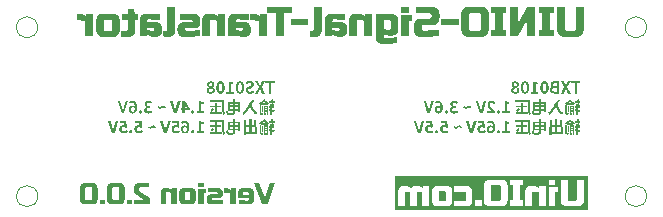
<source format=gbo>
%TF.GenerationSoftware,KiCad,Pcbnew,7.0.11*%
%TF.CreationDate,2024-03-13T01:45:22+08:00*%
%TF.ProjectId,UINIO-Signal-Translator,55494e49-4f2d-4536-9967-6e616c2d5472,Version 2.0.0*%
%TF.SameCoordinates,PX78a63b0PY57fedb0*%
%TF.FileFunction,Legend,Bot*%
%TF.FilePolarity,Positive*%
%FSLAX46Y46*%
G04 Gerber Fmt 4.6, Leading zero omitted, Abs format (unit mm)*
G04 Created by KiCad (PCBNEW 7.0.11) date 2024-03-13 01:45:22*
%MOMM*%
%LPD*%
G01*
G04 APERTURE LIST*
%ADD10C,0.300000*%
%ADD11C,0.200000*%
%ADD12C,0.250000*%
%ADD13C,0.100000*%
%ADD14R,1.700000X1.700000*%
%ADD15O,1.700000X1.700000*%
%ADD16C,1.200000*%
G04 APERTURE END LIST*
D10*
G36*
X44463382Y-5203953D02*
G01*
X43791714Y-5203953D01*
X43791714Y-7017456D01*
X43792389Y-7063755D01*
X43794414Y-7108465D01*
X43797789Y-7151587D01*
X43802514Y-7193120D01*
X43808589Y-7233065D01*
X43816014Y-7271421D01*
X43824789Y-7308188D01*
X43834914Y-7343367D01*
X43846390Y-7376958D01*
X43859215Y-7408960D01*
X43873390Y-7439373D01*
X43888915Y-7468198D01*
X43905790Y-7495435D01*
X43924015Y-7521083D01*
X43943591Y-7545142D01*
X43964516Y-7567613D01*
X43986915Y-7588538D01*
X44010912Y-7608113D01*
X44036508Y-7626339D01*
X44063701Y-7643214D01*
X44092493Y-7658739D01*
X44122882Y-7672914D01*
X44154870Y-7685739D01*
X44188456Y-7697214D01*
X44223640Y-7707339D01*
X44260422Y-7716114D01*
X44298802Y-7723540D01*
X44338780Y-7729615D01*
X44380356Y-7734340D01*
X44423530Y-7737715D01*
X44468302Y-7739740D01*
X44514673Y-7740415D01*
X45323117Y-7740415D01*
X45369487Y-7739740D01*
X45414259Y-7737715D01*
X45457433Y-7734340D01*
X45499010Y-7729615D01*
X45538988Y-7723540D01*
X45577368Y-7716114D01*
X45614150Y-7707339D01*
X45649333Y-7697214D01*
X45682919Y-7685739D01*
X45714907Y-7672914D01*
X45745297Y-7658739D01*
X45774088Y-7643214D01*
X45801282Y-7626339D01*
X45826877Y-7608113D01*
X45850874Y-7588538D01*
X45873274Y-7567613D01*
X45894199Y-7545142D01*
X45913774Y-7521083D01*
X45931999Y-7495435D01*
X45948874Y-7468198D01*
X45964400Y-7439373D01*
X45978575Y-7408960D01*
X45991400Y-7376958D01*
X46002875Y-7343367D01*
X46013000Y-7308188D01*
X46021775Y-7271421D01*
X46029200Y-7233065D01*
X46035275Y-7193120D01*
X46040000Y-7151587D01*
X46043375Y-7108465D01*
X46045400Y-7063755D01*
X46046075Y-7017456D01*
X46046075Y-5203953D01*
X45374408Y-5203953D01*
X45374408Y-7017456D01*
X45372722Y-7051611D01*
X45367667Y-7082407D01*
X45359241Y-7109843D01*
X45347445Y-7133920D01*
X45332279Y-7154637D01*
X45313743Y-7171994D01*
X45291836Y-7185992D01*
X45266559Y-7196631D01*
X45237912Y-7203910D01*
X45205894Y-7207829D01*
X45182677Y-7208576D01*
X44655112Y-7208576D01*
X44620848Y-7206896D01*
X44589954Y-7201857D01*
X44562430Y-7193458D01*
X44538277Y-7181700D01*
X44517493Y-7166582D01*
X44500080Y-7148104D01*
X44486037Y-7126267D01*
X44475365Y-7101071D01*
X44468063Y-7072515D01*
X44464131Y-7040599D01*
X44463382Y-7017456D01*
X44463382Y-5203953D01*
G37*
G36*
X42223675Y-7705000D02*
G01*
X43528542Y-7705000D01*
X43528542Y-7173771D01*
X43212248Y-7173771D01*
X43212248Y-5735181D01*
X43528542Y-5735181D01*
X43528542Y-5203953D01*
X42223675Y-5203953D01*
X42223675Y-5735181D01*
X42539969Y-5735181D01*
X42539969Y-7173771D01*
X42223675Y-7173771D01*
X42223675Y-7705000D01*
G37*
G36*
X39770866Y-7705000D02*
G01*
X40470011Y-7705000D01*
X41283340Y-6281674D01*
X41283340Y-7705000D01*
X41955008Y-7705000D01*
X41955008Y-5203953D01*
X41255863Y-5203953D01*
X40443145Y-6626667D01*
X40443145Y-5203953D01*
X39770866Y-5203953D01*
X39770866Y-7705000D01*
G37*
G36*
X38200995Y-7705000D02*
G01*
X39505863Y-7705000D01*
X39505863Y-7173771D01*
X39189568Y-7173771D01*
X39189568Y-5735181D01*
X39505863Y-5735181D01*
X39505863Y-5203953D01*
X38200995Y-5203953D01*
X38200995Y-5735181D01*
X38517290Y-5735181D01*
X38517290Y-7173771D01*
X38200995Y-7173771D01*
X38200995Y-7705000D01*
G37*
G36*
X37326498Y-5169215D02*
G01*
X37371209Y-5171247D01*
X37414330Y-5174634D01*
X37455864Y-5179376D01*
X37495808Y-5185472D01*
X37534165Y-5192924D01*
X37570932Y-5201730D01*
X37606111Y-5211891D01*
X37639702Y-5223406D01*
X37671704Y-5236277D01*
X37702117Y-5250502D01*
X37730942Y-5266082D01*
X37758179Y-5283017D01*
X37783826Y-5301306D01*
X37807886Y-5320951D01*
X37830357Y-5341950D01*
X37851282Y-5364347D01*
X37870857Y-5388337D01*
X37889082Y-5413920D01*
X37905957Y-5441097D01*
X37921483Y-5469867D01*
X37935658Y-5500231D01*
X37948483Y-5532187D01*
X37959958Y-5565737D01*
X37970083Y-5600881D01*
X37978858Y-5637617D01*
X37986283Y-5675947D01*
X37992358Y-5715870D01*
X37997083Y-5757387D01*
X38000458Y-5800497D01*
X38002483Y-5845200D01*
X38003158Y-5891496D01*
X38003158Y-7017456D01*
X38002483Y-7063755D01*
X38000458Y-7108465D01*
X37997083Y-7151587D01*
X37992358Y-7193120D01*
X37986283Y-7233065D01*
X37978858Y-7271421D01*
X37970083Y-7308188D01*
X37959958Y-7343367D01*
X37948483Y-7376958D01*
X37935658Y-7408960D01*
X37921483Y-7439373D01*
X37905957Y-7468198D01*
X37889082Y-7495435D01*
X37870857Y-7521083D01*
X37851282Y-7545142D01*
X37830357Y-7567613D01*
X37807886Y-7588538D01*
X37783826Y-7608113D01*
X37758179Y-7626339D01*
X37730942Y-7643214D01*
X37702117Y-7658739D01*
X37671704Y-7672914D01*
X37639702Y-7685739D01*
X37606111Y-7697214D01*
X37570932Y-7707339D01*
X37534165Y-7716114D01*
X37495808Y-7723540D01*
X37455864Y-7729615D01*
X37414330Y-7734340D01*
X37371209Y-7737715D01*
X37326498Y-7739740D01*
X37280200Y-7740415D01*
X36400925Y-7740415D01*
X36354555Y-7739740D01*
X36309783Y-7737715D01*
X36266609Y-7734340D01*
X36225032Y-7729615D01*
X36185054Y-7723540D01*
X36146674Y-7716114D01*
X36109892Y-7707339D01*
X36074709Y-7697214D01*
X36041123Y-7685739D01*
X36009135Y-7672914D01*
X35978745Y-7658739D01*
X35949954Y-7643214D01*
X35922760Y-7626339D01*
X35897165Y-7608113D01*
X35873168Y-7588538D01*
X35850768Y-7567613D01*
X35829843Y-7545142D01*
X35810268Y-7521083D01*
X35792043Y-7495435D01*
X35775168Y-7468198D01*
X35759642Y-7439373D01*
X35745467Y-7408960D01*
X35732642Y-7376958D01*
X35721167Y-7343367D01*
X35711042Y-7308188D01*
X35702267Y-7271421D01*
X35694842Y-7233065D01*
X35688767Y-7193120D01*
X35684042Y-7151587D01*
X35680667Y-7108465D01*
X35678642Y-7063755D01*
X35677967Y-7017456D01*
X36349634Y-7017456D01*
X36350383Y-7040599D01*
X36354315Y-7072515D01*
X36361618Y-7101071D01*
X36372290Y-7126267D01*
X36386333Y-7148104D01*
X36403746Y-7166582D01*
X36424529Y-7181700D01*
X36448683Y-7193458D01*
X36476207Y-7201857D01*
X36507101Y-7206896D01*
X36541365Y-7208576D01*
X37139149Y-7208576D01*
X37162367Y-7207829D01*
X37194384Y-7203910D01*
X37223032Y-7196631D01*
X37248309Y-7185992D01*
X37270215Y-7171994D01*
X37288752Y-7154637D01*
X37303918Y-7133920D01*
X37315714Y-7109843D01*
X37324140Y-7082407D01*
X37329195Y-7051611D01*
X37330880Y-7017456D01*
X37330880Y-5891496D01*
X37330131Y-5868353D01*
X37326199Y-5836437D01*
X37318897Y-5807881D01*
X37308224Y-5782685D01*
X37294182Y-5760848D01*
X37276769Y-5742370D01*
X37255985Y-5727253D01*
X37231832Y-5715494D01*
X37204308Y-5707095D01*
X37173414Y-5702056D01*
X37139149Y-5700376D01*
X36541365Y-5700376D01*
X36518148Y-5701123D01*
X36486130Y-5705042D01*
X36457483Y-5712321D01*
X36432206Y-5722960D01*
X36410299Y-5736958D01*
X36391763Y-5754315D01*
X36376597Y-5775033D01*
X36364801Y-5799109D01*
X36356375Y-5826545D01*
X36351320Y-5857341D01*
X36349634Y-5891496D01*
X36349634Y-7017456D01*
X35677967Y-7017456D01*
X35677967Y-5891496D01*
X35678642Y-5845200D01*
X35680667Y-5800497D01*
X35684042Y-5757387D01*
X35688767Y-5715870D01*
X35694842Y-5675947D01*
X35702267Y-5637617D01*
X35711042Y-5600881D01*
X35721167Y-5565737D01*
X35732642Y-5532187D01*
X35745467Y-5500231D01*
X35759642Y-5469867D01*
X35775168Y-5441097D01*
X35792043Y-5413920D01*
X35810268Y-5388337D01*
X35829843Y-5364347D01*
X35850768Y-5341950D01*
X35873168Y-5320951D01*
X35897165Y-5301306D01*
X35922760Y-5283017D01*
X35949954Y-5266082D01*
X35978745Y-5250502D01*
X36009135Y-5236277D01*
X36041123Y-5223406D01*
X36074709Y-5211891D01*
X36109892Y-5201730D01*
X36146674Y-5192924D01*
X36185054Y-5185472D01*
X36225032Y-5179376D01*
X36266609Y-5174634D01*
X36309783Y-5171247D01*
X36354555Y-5169215D01*
X36400925Y-5168538D01*
X37280200Y-5168538D01*
X37326498Y-5169215D01*
G37*
G36*
X35483183Y-6720090D02*
G01*
X35483183Y-6188862D01*
X34002461Y-6188862D01*
X34002461Y-6720090D01*
X35483183Y-6720090D01*
G37*
G36*
X33807677Y-7154842D02*
G01*
X33746824Y-7158148D01*
X33687228Y-7161349D01*
X33628887Y-7164445D01*
X33571801Y-7167436D01*
X33515972Y-7170322D01*
X33461398Y-7173103D01*
X33408081Y-7175780D01*
X33356019Y-7178351D01*
X33305212Y-7180817D01*
X33255662Y-7183178D01*
X33207367Y-7185435D01*
X33160328Y-7187586D01*
X33114545Y-7189633D01*
X33070018Y-7191574D01*
X33026747Y-7193411D01*
X32984731Y-7195143D01*
X32943971Y-7196769D01*
X32904467Y-7198291D01*
X32866219Y-7199708D01*
X32829227Y-7201020D01*
X32793490Y-7202227D01*
X32759009Y-7203329D01*
X32725784Y-7204326D01*
X32693815Y-7205218D01*
X32663102Y-7206005D01*
X32633644Y-7206687D01*
X32605442Y-7207264D01*
X32578496Y-7207736D01*
X32552806Y-7208104D01*
X32528372Y-7208366D01*
X32483270Y-7208576D01*
X32457117Y-7207116D01*
X32429372Y-7201723D01*
X32404607Y-7192357D01*
X32382822Y-7179016D01*
X32369087Y-7167055D01*
X32352670Y-7147370D01*
X32340286Y-7124646D01*
X32331933Y-7098884D01*
X32327983Y-7074383D01*
X32326955Y-7052260D01*
X32326955Y-6755505D01*
X33116470Y-6755505D01*
X33162840Y-6754830D01*
X33207612Y-6752805D01*
X33250787Y-6749430D01*
X33292363Y-6744705D01*
X33332341Y-6738630D01*
X33370721Y-6731205D01*
X33407503Y-6722430D01*
X33442687Y-6712305D01*
X33476272Y-6700830D01*
X33508260Y-6688005D01*
X33538650Y-6673830D01*
X33567441Y-6658304D01*
X33594635Y-6641429D01*
X33620230Y-6623204D01*
X33644227Y-6603629D01*
X33666627Y-6582704D01*
X33687552Y-6560304D01*
X33707127Y-6536307D01*
X33725352Y-6510712D01*
X33742228Y-6483518D01*
X33757753Y-6454727D01*
X33771928Y-6424337D01*
X33784753Y-6392349D01*
X33796228Y-6358763D01*
X33806353Y-6323580D01*
X33815128Y-6286798D01*
X33822553Y-6248418D01*
X33828628Y-6208440D01*
X33833353Y-6166863D01*
X33836729Y-6123689D01*
X33838754Y-6078917D01*
X33839429Y-6032547D01*
X33839429Y-5926912D01*
X33838754Y-5880541D01*
X33836729Y-5835769D01*
X33833353Y-5792595D01*
X33828628Y-5751019D01*
X33822553Y-5711040D01*
X33815128Y-5672660D01*
X33806353Y-5635879D01*
X33796228Y-5600695D01*
X33784753Y-5567109D01*
X33771928Y-5535121D01*
X33757753Y-5504732D01*
X33742228Y-5475940D01*
X33725352Y-5448747D01*
X33707127Y-5423151D01*
X33687552Y-5399154D01*
X33666627Y-5376755D01*
X33644227Y-5355829D01*
X33620230Y-5336254D01*
X33594635Y-5318029D01*
X33567441Y-5301154D01*
X33538650Y-5285629D01*
X33508260Y-5271453D01*
X33476272Y-5258628D01*
X33442687Y-5247153D01*
X33407503Y-5237028D01*
X33370721Y-5228253D01*
X33332341Y-5220828D01*
X33292363Y-5214753D01*
X33250787Y-5210028D01*
X33207612Y-5206653D01*
X33162840Y-5204628D01*
X33116470Y-5203953D01*
X31862283Y-5203953D01*
X31862283Y-5735181D01*
X32976030Y-5735181D01*
X33010185Y-5736866D01*
X33040981Y-5741921D01*
X33068417Y-5750347D01*
X33092494Y-5762143D01*
X33113211Y-5777309D01*
X33130569Y-5795846D01*
X33144567Y-5817752D01*
X33155205Y-5843029D01*
X33162484Y-5871677D01*
X33166404Y-5903694D01*
X33167150Y-5926912D01*
X33167150Y-5997131D01*
X33165470Y-6031396D01*
X33160431Y-6062290D01*
X33152032Y-6089814D01*
X33140274Y-6113967D01*
X33125156Y-6134751D01*
X33106679Y-6152164D01*
X33084842Y-6166206D01*
X33059645Y-6176879D01*
X33031089Y-6184181D01*
X32999174Y-6188113D01*
X32976030Y-6188862D01*
X32342830Y-6188862D01*
X32299513Y-6189518D01*
X32257641Y-6191486D01*
X32217215Y-6194765D01*
X32178234Y-6199357D01*
X32140698Y-6205260D01*
X32104608Y-6212475D01*
X32069963Y-6221002D01*
X32036764Y-6230841D01*
X32005010Y-6241992D01*
X31974701Y-6254455D01*
X31945838Y-6268229D01*
X31918420Y-6283315D01*
X31892448Y-6299713D01*
X31867921Y-6317423D01*
X31844840Y-6336445D01*
X31823204Y-6356779D01*
X31802870Y-6378415D01*
X31783848Y-6401496D01*
X31766138Y-6426023D01*
X31749740Y-6451996D01*
X31734654Y-6479413D01*
X31720879Y-6508276D01*
X31708417Y-6538585D01*
X31697266Y-6570339D01*
X31687427Y-6603538D01*
X31678900Y-6638183D01*
X31671685Y-6674273D01*
X31665782Y-6711809D01*
X31661190Y-6750790D01*
X31657911Y-6791216D01*
X31655943Y-6833088D01*
X31655287Y-6876406D01*
X31655287Y-7052260D01*
X31655943Y-7095654D01*
X31657911Y-7137602D01*
X31661190Y-7178105D01*
X31665782Y-7217163D01*
X31671685Y-7254775D01*
X31678900Y-7290941D01*
X31687427Y-7325662D01*
X31697266Y-7358938D01*
X31708417Y-7390768D01*
X31720879Y-7421153D01*
X31734654Y-7450092D01*
X31749740Y-7477587D01*
X31766138Y-7503635D01*
X31783848Y-7528238D01*
X31802870Y-7551396D01*
X31823204Y-7573108D01*
X31844840Y-7593368D01*
X31867921Y-7612321D01*
X31892448Y-7629966D01*
X31918420Y-7646305D01*
X31945838Y-7661336D01*
X31974701Y-7675061D01*
X32005010Y-7687478D01*
X32036764Y-7698588D01*
X32069963Y-7708391D01*
X32104608Y-7716887D01*
X32140698Y-7724076D01*
X32178234Y-7729958D01*
X32217215Y-7734533D01*
X32257641Y-7737801D01*
X32299513Y-7739761D01*
X32342830Y-7740415D01*
X32376782Y-7740350D01*
X32411087Y-7740157D01*
X32445747Y-7739835D01*
X32480761Y-7739384D01*
X32516129Y-7738805D01*
X32551851Y-7738096D01*
X32587928Y-7737259D01*
X32624359Y-7736293D01*
X32648842Y-7735578D01*
X32673484Y-7734805D01*
X32698283Y-7733975D01*
X32723239Y-7733087D01*
X33046861Y-7719043D01*
X33091979Y-7716768D01*
X33137421Y-7714369D01*
X33183188Y-7711845D01*
X33229279Y-7709197D01*
X33275695Y-7706426D01*
X33322435Y-7703530D01*
X33369500Y-7700511D01*
X33416888Y-7697367D01*
X33464602Y-7694099D01*
X33512639Y-7690707D01*
X33561001Y-7687192D01*
X33609688Y-7683552D01*
X33634152Y-7681686D01*
X33658698Y-7679788D01*
X33683325Y-7677860D01*
X33708034Y-7675900D01*
X33732823Y-7673910D01*
X33757693Y-7671888D01*
X33782644Y-7669836D01*
X33807677Y-7667752D01*
X33807677Y-7154842D01*
G37*
G36*
X30611759Y-5871957D02*
G01*
X30611759Y-7705000D01*
X31266330Y-7705000D01*
X31266330Y-6386088D01*
X31530112Y-6386088D01*
X31530112Y-5871957D01*
X30611759Y-5871957D01*
G37*
G36*
X31266330Y-5168538D02*
G01*
X30611759Y-5168538D01*
X30611759Y-5700376D01*
X31266330Y-5700376D01*
X31266330Y-5168538D01*
G37*
G36*
X29792253Y-5802345D02*
G01*
X29824858Y-5804170D01*
X29856558Y-5807211D01*
X29887350Y-5811469D01*
X29917237Y-5816943D01*
X29946217Y-5823633D01*
X29974290Y-5831540D01*
X30001458Y-5840663D01*
X30027718Y-5851003D01*
X30053073Y-5862559D01*
X30077521Y-5875332D01*
X30101063Y-5889321D01*
X30123698Y-5904527D01*
X30145427Y-5920949D01*
X30166250Y-5938587D01*
X30186166Y-5957442D01*
X30204947Y-5977284D01*
X30222516Y-5998038D01*
X30238874Y-6019702D01*
X30254020Y-6042278D01*
X30267954Y-6065765D01*
X30280677Y-6090163D01*
X30292188Y-6115472D01*
X30302487Y-6141693D01*
X30311574Y-6168824D01*
X30319450Y-6196867D01*
X30326114Y-6225820D01*
X30331567Y-6255685D01*
X30335808Y-6286461D01*
X30338837Y-6318149D01*
X30340655Y-6350747D01*
X30341260Y-6384256D01*
X30341260Y-7087676D01*
X30340674Y-7118135D01*
X30338913Y-7147840D01*
X30335980Y-7176791D01*
X30331872Y-7204989D01*
X30326591Y-7232433D01*
X30320137Y-7259123D01*
X30312509Y-7285059D01*
X30303708Y-7310242D01*
X30293733Y-7334671D01*
X30282585Y-7358346D01*
X30270263Y-7381268D01*
X30256768Y-7403436D01*
X30242099Y-7424850D01*
X30226256Y-7445511D01*
X30209240Y-7465417D01*
X30191051Y-7484570D01*
X30171898Y-7502760D01*
X30151991Y-7519776D01*
X30131331Y-7535618D01*
X30109917Y-7550287D01*
X30087749Y-7563782D01*
X30064827Y-7576104D01*
X30041152Y-7587253D01*
X30016723Y-7597227D01*
X29991540Y-7606029D01*
X29965603Y-7613656D01*
X29938913Y-7620111D01*
X29911469Y-7625392D01*
X29883272Y-7629499D01*
X29854320Y-7632433D01*
X29824615Y-7634193D01*
X29794156Y-7634780D01*
X29670814Y-7634780D01*
X29638287Y-7634522D01*
X29605278Y-7633749D01*
X29571788Y-7632461D01*
X29537816Y-7630658D01*
X29503362Y-7628340D01*
X29468426Y-7625506D01*
X29433009Y-7622157D01*
X29397109Y-7618293D01*
X29360728Y-7613914D01*
X29323865Y-7609020D01*
X29286520Y-7603610D01*
X29248693Y-7597685D01*
X29210385Y-7591245D01*
X29171595Y-7584290D01*
X29132323Y-7576820D01*
X29092569Y-7568834D01*
X29092569Y-7720875D01*
X29092683Y-7726387D01*
X29096690Y-7752159D01*
X29106422Y-7774950D01*
X29121878Y-7794759D01*
X29125601Y-7798308D01*
X29146006Y-7812619D01*
X29169393Y-7821206D01*
X29195761Y-7824068D01*
X29240610Y-7823856D01*
X29288144Y-7823219D01*
X29312919Y-7822741D01*
X29338364Y-7822157D01*
X29364482Y-7821467D01*
X29391270Y-7820671D01*
X29418730Y-7819769D01*
X29446862Y-7818761D01*
X29475665Y-7817646D01*
X29505139Y-7816426D01*
X29535285Y-7815099D01*
X29566102Y-7813666D01*
X29597590Y-7812127D01*
X29629750Y-7810482D01*
X29662582Y-7808731D01*
X29696085Y-7806873D01*
X29730259Y-7804909D01*
X29765105Y-7802840D01*
X29800622Y-7800664D01*
X29836811Y-7798382D01*
X29873671Y-7795994D01*
X29911202Y-7793499D01*
X29949405Y-7790899D01*
X29988279Y-7788192D01*
X30027825Y-7785380D01*
X30068042Y-7782461D01*
X30108931Y-7779436D01*
X30150491Y-7776305D01*
X30192722Y-7773067D01*
X30235625Y-7769724D01*
X30235625Y-8266147D01*
X30192184Y-8270580D01*
X30149024Y-8274872D01*
X30106146Y-8279024D01*
X30063549Y-8283035D01*
X30021233Y-8286905D01*
X29979199Y-8290634D01*
X29937446Y-8294222D01*
X29895975Y-8297670D01*
X29854785Y-8300977D01*
X29813877Y-8304143D01*
X29773250Y-8307169D01*
X29732905Y-8310054D01*
X29692841Y-8312798D01*
X29653058Y-8315401D01*
X29613557Y-8317864D01*
X29574338Y-8320186D01*
X29535400Y-8322367D01*
X29496743Y-8324408D01*
X29458368Y-8326308D01*
X29420274Y-8328067D01*
X29382462Y-8329685D01*
X29344931Y-8331163D01*
X29307681Y-8332500D01*
X29270713Y-8333696D01*
X29234027Y-8334751D01*
X29197622Y-8335666D01*
X29161498Y-8336440D01*
X29125656Y-8337073D01*
X29090095Y-8337566D01*
X29054816Y-8337918D01*
X29019818Y-8338129D01*
X28985102Y-8338199D01*
X28954572Y-8337612D01*
X28924805Y-8335852D01*
X28895801Y-8332918D01*
X28867560Y-8328811D01*
X28840083Y-8323530D01*
X28813369Y-8317076D01*
X28787418Y-8309448D01*
X28762230Y-8300647D01*
X28737806Y-8290672D01*
X28714145Y-8279524D01*
X28691247Y-8267202D01*
X28669113Y-8253706D01*
X28647742Y-8239037D01*
X28627134Y-8223195D01*
X28607289Y-8206179D01*
X28588207Y-8187990D01*
X28570018Y-8168837D01*
X28553002Y-8148930D01*
X28537160Y-8128269D01*
X28522491Y-8106855D01*
X28508995Y-8084687D01*
X28496674Y-8061766D01*
X28485525Y-8038090D01*
X28475550Y-8013661D01*
X28466749Y-7988479D01*
X28459121Y-7962542D01*
X28452667Y-7935852D01*
X28447386Y-7908408D01*
X28443279Y-7880210D01*
X28440345Y-7851259D01*
X28438585Y-7821554D01*
X28437998Y-7791095D01*
X28437998Y-6315868D01*
X29092569Y-6315868D01*
X29092569Y-7088897D01*
X29104016Y-7090850D01*
X29138794Y-7096339D01*
X29174226Y-7101269D01*
X29210313Y-7105641D01*
X29234735Y-7108246D01*
X29259448Y-7110602D01*
X29284452Y-7112711D01*
X29309747Y-7114571D01*
X29335333Y-7116183D01*
X29361210Y-7117548D01*
X29387378Y-7118664D01*
X29413836Y-7119532D01*
X29440586Y-7120152D01*
X29467627Y-7120524D01*
X29494959Y-7120648D01*
X29582886Y-7120648D01*
X29588401Y-7120534D01*
X29614256Y-7116527D01*
X29637249Y-7106795D01*
X29657380Y-7091339D01*
X29660930Y-7087616D01*
X29675241Y-7067211D01*
X29683827Y-7043824D01*
X29686690Y-7017456D01*
X29686690Y-6436769D01*
X29686571Y-6429330D01*
X29683723Y-6401939D01*
X29677078Y-6378326D01*
X29663432Y-6354122D01*
X29643852Y-6335822D01*
X29618340Y-6323425D01*
X29593658Y-6317757D01*
X29565179Y-6315868D01*
X29092569Y-6315868D01*
X28437998Y-6315868D01*
X28437998Y-5801737D01*
X29758741Y-5801737D01*
X29792253Y-5802345D01*
G37*
G36*
X27080008Y-6315868D02*
G01*
X27114671Y-6316443D01*
X27149968Y-6318165D01*
X27185897Y-6321036D01*
X27210202Y-6323589D01*
X27234789Y-6326651D01*
X27259657Y-6330224D01*
X27284806Y-6334308D01*
X27310237Y-6338901D01*
X27335949Y-6344006D01*
X27361943Y-6349620D01*
X27388218Y-6355746D01*
X27414775Y-6362381D01*
X27441613Y-6369527D01*
X27468733Y-6377184D01*
X27482398Y-6381203D01*
X27482398Y-7705000D01*
X28136969Y-7705000D01*
X28136969Y-5801737D01*
X27556281Y-5801737D01*
X27523919Y-5964769D01*
X27496724Y-5947508D01*
X27468950Y-5930988D01*
X27440596Y-5915208D01*
X27411663Y-5900169D01*
X27382150Y-5885870D01*
X27352057Y-5872312D01*
X27321385Y-5859495D01*
X27290133Y-5847418D01*
X27258301Y-5836082D01*
X27225890Y-5825486D01*
X27203961Y-5818834D01*
X27171237Y-5809559D01*
X27139468Y-5801196D01*
X27108654Y-5793745D01*
X27078796Y-5787207D01*
X27049893Y-5781581D01*
X27021945Y-5776867D01*
X26994953Y-5773065D01*
X26968915Y-5770176D01*
X26943833Y-5768200D01*
X26911877Y-5766983D01*
X26904153Y-5766933D01*
X26746006Y-5766933D01*
X26715475Y-5767519D01*
X26685708Y-5769280D01*
X26656704Y-5772213D01*
X26628464Y-5776321D01*
X26600986Y-5781601D01*
X26574272Y-5788056D01*
X26548322Y-5795684D01*
X26523134Y-5804485D01*
X26498710Y-5814460D01*
X26475049Y-5825608D01*
X26452151Y-5837930D01*
X26430016Y-5851425D01*
X26408645Y-5866094D01*
X26388037Y-5881937D01*
X26368192Y-5898952D01*
X26349111Y-5917142D01*
X26330922Y-5936223D01*
X26313906Y-5956068D01*
X26298063Y-5976676D01*
X26283394Y-5998047D01*
X26269899Y-6020182D01*
X26257577Y-6043080D01*
X26246429Y-6066741D01*
X26236454Y-6091165D01*
X26227653Y-6116352D01*
X26220025Y-6142303D01*
X26213571Y-6169017D01*
X26208290Y-6196495D01*
X26204182Y-6224735D01*
X26201249Y-6253739D01*
X26199488Y-6283506D01*
X26198902Y-6314036D01*
X26198902Y-7705000D01*
X26853473Y-7705000D01*
X26853473Y-6419061D01*
X26856335Y-6392693D01*
X26864921Y-6369306D01*
X26879232Y-6348901D01*
X26882782Y-6345177D01*
X26902591Y-6329721D01*
X26925381Y-6319990D01*
X26951153Y-6315983D01*
X26956665Y-6315868D01*
X27080008Y-6315868D01*
G37*
G36*
X24698208Y-5767003D02*
G01*
X24731028Y-5767214D01*
X24764129Y-5767566D01*
X24797511Y-5768058D01*
X24831172Y-5768692D01*
X24865114Y-5769466D01*
X24899336Y-5770380D01*
X24933838Y-5771436D01*
X24968621Y-5772632D01*
X25003684Y-5773969D01*
X25039027Y-5775446D01*
X25074650Y-5777065D01*
X25110554Y-5778824D01*
X25146737Y-5780724D01*
X25183201Y-5782764D01*
X25219946Y-5784945D01*
X25256970Y-5787267D01*
X25294275Y-5789730D01*
X25331860Y-5792334D01*
X25369726Y-5795078D01*
X25407871Y-5797963D01*
X25446297Y-5800988D01*
X25485004Y-5804154D01*
X25523990Y-5807462D01*
X25563257Y-5810909D01*
X25602804Y-5814498D01*
X25642631Y-5818227D01*
X25682738Y-5822097D01*
X25723126Y-5826108D01*
X25763794Y-5830259D01*
X25804742Y-5834551D01*
X25845971Y-5838984D01*
X25845971Y-6317090D01*
X25821971Y-6315601D01*
X25797294Y-6314036D01*
X25771939Y-6312395D01*
X25745908Y-6310678D01*
X25719198Y-6308884D01*
X25691812Y-6307015D01*
X25663747Y-6305068D01*
X25635006Y-6303046D01*
X25605587Y-6300947D01*
X25575491Y-6298771D01*
X25544717Y-6296520D01*
X25513266Y-6294192D01*
X25481138Y-6291787D01*
X25448332Y-6289307D01*
X25414849Y-6286750D01*
X25380688Y-6284117D01*
X25346377Y-6281529D01*
X25312443Y-6279108D01*
X25278886Y-6276854D01*
X25245706Y-6274767D01*
X25212902Y-6272847D01*
X25180476Y-6271094D01*
X25148426Y-6269507D01*
X25116753Y-6268088D01*
X25085457Y-6266836D01*
X25054538Y-6265751D01*
X25023996Y-6264833D01*
X24993830Y-6264081D01*
X24964042Y-6263497D01*
X24934630Y-6263079D01*
X24905595Y-6262829D01*
X24876937Y-6262745D01*
X24871351Y-6262862D01*
X24845281Y-6266953D01*
X24822312Y-6276887D01*
X24802443Y-6292665D01*
X24798894Y-6296389D01*
X24784583Y-6316794D01*
X24775996Y-6340180D01*
X24773134Y-6366549D01*
X24773134Y-6487449D01*
X25474722Y-6487449D01*
X25505254Y-6488036D01*
X25535029Y-6489796D01*
X25564044Y-6492730D01*
X25592302Y-6496837D01*
X25619800Y-6502118D01*
X25646541Y-6508572D01*
X25672523Y-6516200D01*
X25697746Y-6525001D01*
X25722211Y-6534976D01*
X25745917Y-6546124D01*
X25768865Y-6558446D01*
X25791054Y-6571942D01*
X25812485Y-6586611D01*
X25833158Y-6602453D01*
X25853071Y-6619469D01*
X25872227Y-6637658D01*
X25890342Y-6656811D01*
X25907289Y-6676718D01*
X25923067Y-6697378D01*
X25937676Y-6718793D01*
X25951117Y-6740961D01*
X25963389Y-6763882D01*
X25974492Y-6787558D01*
X25984426Y-6811987D01*
X25993191Y-6837169D01*
X26000788Y-6863106D01*
X26007216Y-6889796D01*
X26012476Y-6917240D01*
X26016566Y-6945438D01*
X26019488Y-6974389D01*
X26021241Y-7004094D01*
X26021826Y-7034553D01*
X26021826Y-7193311D01*
X26021241Y-7223770D01*
X26019488Y-7253475D01*
X26016566Y-7282426D01*
X26012476Y-7310624D01*
X26007216Y-7338068D01*
X26000788Y-7364758D01*
X25993191Y-7390694D01*
X25984426Y-7415877D01*
X25974492Y-7440306D01*
X25963389Y-7463981D01*
X25951117Y-7486903D01*
X25937676Y-7509071D01*
X25923067Y-7530485D01*
X25907289Y-7551146D01*
X25890342Y-7571052D01*
X25872227Y-7590205D01*
X25853071Y-7608395D01*
X25833158Y-7625411D01*
X25812485Y-7641253D01*
X25791054Y-7655922D01*
X25768865Y-7669417D01*
X25745917Y-7681739D01*
X25722211Y-7692888D01*
X25697746Y-7702862D01*
X25672523Y-7711664D01*
X25646541Y-7719292D01*
X25619800Y-7725746D01*
X25592302Y-7731027D01*
X25564044Y-7735134D01*
X25535029Y-7738068D01*
X25505254Y-7739828D01*
X25474722Y-7740415D01*
X25351379Y-7740415D01*
X25343693Y-7740364D01*
X25311874Y-7739148D01*
X25286884Y-7737171D01*
X25260927Y-7734282D01*
X25234004Y-7730480D01*
X25206115Y-7725767D01*
X25177261Y-7720141D01*
X25147440Y-7713602D01*
X25116653Y-7706152D01*
X25084900Y-7697788D01*
X25052182Y-7688513D01*
X25030181Y-7681858D01*
X24997680Y-7671250D01*
X24965781Y-7659891D01*
X24934482Y-7647780D01*
X24903785Y-7634918D01*
X24873689Y-7621305D01*
X24844193Y-7606940D01*
X24815299Y-7591824D01*
X24787006Y-7575956D01*
X24759314Y-7559338D01*
X24732223Y-7541967D01*
X24699251Y-7705000D01*
X24118563Y-7705000D01*
X24118563Y-6966165D01*
X24773134Y-6966165D01*
X24773134Y-7143241D01*
X24786799Y-7147261D01*
X24813919Y-7154917D01*
X24840757Y-7162063D01*
X24867314Y-7168699D01*
X24893589Y-7174824D01*
X24919583Y-7180438D01*
X24945295Y-7185543D01*
X24970726Y-7190137D01*
X24995875Y-7194220D01*
X25020743Y-7197793D01*
X25045329Y-7200856D01*
X25069634Y-7203408D01*
X25105564Y-7206279D01*
X25140861Y-7208002D01*
X25175524Y-7208576D01*
X25263452Y-7208576D01*
X25269038Y-7208461D01*
X25295108Y-7204454D01*
X25318077Y-7194723D01*
X25337946Y-7179267D01*
X25341495Y-7175543D01*
X25355806Y-7155138D01*
X25364393Y-7131752D01*
X25367255Y-7105383D01*
X25367255Y-7069968D01*
X25367140Y-7064456D01*
X25363133Y-7038684D01*
X25353402Y-7015894D01*
X25337946Y-6996085D01*
X25334220Y-6992462D01*
X25313731Y-6977852D01*
X25290142Y-6969087D01*
X25263452Y-6966165D01*
X24773134Y-6966165D01*
X24118563Y-6966165D01*
X24118563Y-6314036D01*
X24119150Y-6283506D01*
X24120910Y-6253739D01*
X24123844Y-6224735D01*
X24127951Y-6196495D01*
X24133232Y-6169017D01*
X24139686Y-6142303D01*
X24147314Y-6116352D01*
X24156116Y-6091165D01*
X24166090Y-6066741D01*
X24177239Y-6043080D01*
X24189561Y-6020182D01*
X24203056Y-5998047D01*
X24217725Y-5976676D01*
X24233567Y-5956068D01*
X24250583Y-5936223D01*
X24268773Y-5917142D01*
X24287926Y-5898952D01*
X24307832Y-5881937D01*
X24328493Y-5866094D01*
X24349907Y-5851425D01*
X24372075Y-5837930D01*
X24394997Y-5825608D01*
X24418672Y-5814460D01*
X24443101Y-5804485D01*
X24468284Y-5795684D01*
X24494220Y-5788056D01*
X24520910Y-5781601D01*
X24548354Y-5776321D01*
X24576552Y-5772213D01*
X24605503Y-5769280D01*
X24635208Y-5767519D01*
X24665667Y-5766933D01*
X24698208Y-5767003D01*
G37*
G36*
X22864376Y-7702557D02*
G01*
X22895985Y-7707141D01*
X22927307Y-7711430D01*
X22958343Y-7715423D01*
X22989093Y-7719120D01*
X23019556Y-7722521D01*
X23049734Y-7725627D01*
X23079625Y-7728436D01*
X23109230Y-7730950D01*
X23138548Y-7733169D01*
X23167581Y-7735091D01*
X23196327Y-7736718D01*
X23224787Y-7738049D01*
X23252961Y-7739084D01*
X23280848Y-7739823D01*
X23308450Y-7740267D01*
X23335765Y-7740415D01*
X23362675Y-7739828D01*
X23389059Y-7738068D01*
X23414920Y-7735134D01*
X23440255Y-7731027D01*
X23465066Y-7725746D01*
X23489352Y-7719292D01*
X23513113Y-7711664D01*
X23536349Y-7702862D01*
X23559061Y-7692888D01*
X23581248Y-7681739D01*
X23602910Y-7669417D01*
X23624048Y-7655922D01*
X23644661Y-7641253D01*
X23664749Y-7625411D01*
X23684312Y-7608395D01*
X23703350Y-7590205D01*
X23721466Y-7571052D01*
X23738413Y-7551146D01*
X23754191Y-7530485D01*
X23768800Y-7509071D01*
X23782240Y-7486903D01*
X23794512Y-7463981D01*
X23805615Y-7440306D01*
X23815549Y-7415877D01*
X23824315Y-7390694D01*
X23831912Y-7364758D01*
X23838340Y-7338068D01*
X23843599Y-7310624D01*
X23847690Y-7282426D01*
X23850612Y-7253475D01*
X23852365Y-7223770D01*
X23852949Y-7193311D01*
X23852949Y-5203953D01*
X23198378Y-5203953D01*
X23198378Y-7105383D01*
X23195516Y-7131752D01*
X23186929Y-7155138D01*
X23172618Y-7175543D01*
X23169069Y-7179267D01*
X23149201Y-7194723D01*
X23126231Y-7204454D01*
X23100161Y-7208461D01*
X23094575Y-7208576D01*
X22864376Y-7208576D01*
X22864376Y-7702557D01*
G37*
G36*
X22733706Y-6720090D02*
G01*
X22733706Y-6188862D01*
X21252984Y-6188862D01*
X21252984Y-6720090D01*
X22733706Y-6720090D01*
G37*
G36*
X19959718Y-7705000D02*
G01*
X20631997Y-7705000D01*
X20631997Y-5735181D01*
X21370221Y-5735181D01*
X21370221Y-5203953D01*
X19220884Y-5203953D01*
X19220884Y-5735181D01*
X19959718Y-5735181D01*
X19959718Y-7705000D01*
G37*
G36*
X18144383Y-6350673D02*
G01*
X18171567Y-6351059D01*
X18198775Y-6352219D01*
X18226007Y-6354151D01*
X18253262Y-6356855D01*
X18280541Y-6360333D01*
X18307845Y-6364583D01*
X18335172Y-6369607D01*
X18362523Y-6375403D01*
X18389897Y-6381971D01*
X18417296Y-6389313D01*
X18444718Y-6397427D01*
X18472165Y-6406314D01*
X18499635Y-6415974D01*
X18527129Y-6426407D01*
X18554647Y-6437613D01*
X18582188Y-6449591D01*
X18582188Y-7705000D01*
X19236759Y-7705000D01*
X19236759Y-5801737D01*
X18654851Y-5801737D01*
X18623099Y-6012397D01*
X18587693Y-5982672D01*
X18551849Y-5954866D01*
X18515566Y-5928977D01*
X18478843Y-5905006D01*
X18441682Y-5882953D01*
X18404082Y-5862817D01*
X18366043Y-5844599D01*
X18327565Y-5828299D01*
X18288649Y-5813916D01*
X18249293Y-5801451D01*
X18209499Y-5790904D01*
X18169265Y-5782274D01*
X18128593Y-5775562D01*
X18087482Y-5770768D01*
X18045932Y-5767891D01*
X18003944Y-5766933D01*
X17826257Y-5766933D01*
X17826257Y-6350673D01*
X18144383Y-6350673D01*
G37*
G36*
X16530727Y-5767003D02*
G01*
X16563548Y-5767214D01*
X16596649Y-5767566D01*
X16630030Y-5768058D01*
X16663691Y-5768692D01*
X16697633Y-5769466D01*
X16731855Y-5770380D01*
X16766357Y-5771436D01*
X16801140Y-5772632D01*
X16836203Y-5773969D01*
X16871546Y-5775446D01*
X16907169Y-5777065D01*
X16943073Y-5778824D01*
X16979257Y-5780724D01*
X17015721Y-5782764D01*
X17052465Y-5784945D01*
X17089490Y-5787267D01*
X17126794Y-5789730D01*
X17164380Y-5792334D01*
X17202245Y-5795078D01*
X17240391Y-5797963D01*
X17278817Y-5800988D01*
X17317523Y-5804154D01*
X17356509Y-5807462D01*
X17395776Y-5810909D01*
X17435323Y-5814498D01*
X17475150Y-5818227D01*
X17515257Y-5822097D01*
X17555645Y-5826108D01*
X17596313Y-5830259D01*
X17637261Y-5834551D01*
X17678490Y-5838984D01*
X17678490Y-6317090D01*
X17654490Y-6315601D01*
X17629813Y-6314036D01*
X17604459Y-6312395D01*
X17578427Y-6310678D01*
X17551717Y-6308884D01*
X17524331Y-6307015D01*
X17496267Y-6305068D01*
X17467525Y-6303046D01*
X17438106Y-6300947D01*
X17408010Y-6298771D01*
X17377236Y-6296520D01*
X17345785Y-6294192D01*
X17313657Y-6291787D01*
X17280851Y-6289307D01*
X17247368Y-6286750D01*
X17213207Y-6284117D01*
X17178896Y-6281529D01*
X17144962Y-6279108D01*
X17111405Y-6276854D01*
X17078225Y-6274767D01*
X17045422Y-6272847D01*
X17012995Y-6271094D01*
X16980945Y-6269507D01*
X16949272Y-6268088D01*
X16917976Y-6266836D01*
X16887057Y-6265751D01*
X16856515Y-6264833D01*
X16826350Y-6264081D01*
X16796561Y-6263497D01*
X16767149Y-6263079D01*
X16738114Y-6262829D01*
X16709456Y-6262745D01*
X16703870Y-6262862D01*
X16677800Y-6266953D01*
X16654831Y-6276887D01*
X16634962Y-6292665D01*
X16631413Y-6296389D01*
X16617102Y-6316794D01*
X16608515Y-6340180D01*
X16605653Y-6366549D01*
X16605653Y-6487449D01*
X17307241Y-6487449D01*
X17337774Y-6488036D01*
X17367548Y-6489796D01*
X17396564Y-6492730D01*
X17424821Y-6496837D01*
X17452320Y-6502118D01*
X17479060Y-6508572D01*
X17505042Y-6516200D01*
X17530265Y-6525001D01*
X17554730Y-6534976D01*
X17578436Y-6546124D01*
X17601384Y-6558446D01*
X17623573Y-6571942D01*
X17645004Y-6586611D01*
X17665677Y-6602453D01*
X17685591Y-6619469D01*
X17704746Y-6637658D01*
X17722862Y-6656811D01*
X17739808Y-6676718D01*
X17755586Y-6697378D01*
X17770196Y-6718793D01*
X17783636Y-6740961D01*
X17795908Y-6763882D01*
X17807011Y-6787558D01*
X17816945Y-6811987D01*
X17825711Y-6837169D01*
X17833307Y-6863106D01*
X17839736Y-6889796D01*
X17844995Y-6917240D01*
X17849085Y-6945438D01*
X17852007Y-6974389D01*
X17853760Y-7004094D01*
X17854345Y-7034553D01*
X17854345Y-7193311D01*
X17853760Y-7223770D01*
X17852007Y-7253475D01*
X17849085Y-7282426D01*
X17844995Y-7310624D01*
X17839736Y-7338068D01*
X17833307Y-7364758D01*
X17825711Y-7390694D01*
X17816945Y-7415877D01*
X17807011Y-7440306D01*
X17795908Y-7463981D01*
X17783636Y-7486903D01*
X17770196Y-7509071D01*
X17755586Y-7530485D01*
X17739808Y-7551146D01*
X17722862Y-7571052D01*
X17704746Y-7590205D01*
X17685591Y-7608395D01*
X17665677Y-7625411D01*
X17645004Y-7641253D01*
X17623573Y-7655922D01*
X17601384Y-7669417D01*
X17578436Y-7681739D01*
X17554730Y-7692888D01*
X17530265Y-7702862D01*
X17505042Y-7711664D01*
X17479060Y-7719292D01*
X17452320Y-7725746D01*
X17424821Y-7731027D01*
X17396564Y-7735134D01*
X17367548Y-7738068D01*
X17337774Y-7739828D01*
X17307241Y-7740415D01*
X17183898Y-7740415D01*
X17176212Y-7740364D01*
X17144394Y-7739148D01*
X17119403Y-7737171D01*
X17093446Y-7734282D01*
X17066523Y-7730480D01*
X17038635Y-7725767D01*
X17009780Y-7720141D01*
X16979959Y-7713602D01*
X16949172Y-7706152D01*
X16917419Y-7697788D01*
X16884701Y-7688513D01*
X16862700Y-7681858D01*
X16830199Y-7671250D01*
X16798300Y-7659891D01*
X16767001Y-7647780D01*
X16736304Y-7634918D01*
X16706208Y-7621305D01*
X16676713Y-7606940D01*
X16647819Y-7591824D01*
X16619525Y-7575956D01*
X16591833Y-7559338D01*
X16564743Y-7541967D01*
X16531770Y-7705000D01*
X15951082Y-7705000D01*
X15951082Y-6966165D01*
X16605653Y-6966165D01*
X16605653Y-7143241D01*
X16619319Y-7147261D01*
X16646438Y-7154917D01*
X16673276Y-7162063D01*
X16699833Y-7168699D01*
X16726108Y-7174824D01*
X16752102Y-7180438D01*
X16777814Y-7185543D01*
X16803245Y-7190137D01*
X16828394Y-7194220D01*
X16853262Y-7197793D01*
X16877849Y-7200856D01*
X16902154Y-7203408D01*
X16938084Y-7206279D01*
X16973380Y-7208002D01*
X17008043Y-7208576D01*
X17095971Y-7208576D01*
X17101557Y-7208461D01*
X17127627Y-7204454D01*
X17150596Y-7194723D01*
X17170465Y-7179267D01*
X17174014Y-7175543D01*
X17188325Y-7155138D01*
X17196912Y-7131752D01*
X17199774Y-7105383D01*
X17199774Y-7069968D01*
X17199659Y-7064456D01*
X17195652Y-7038684D01*
X17185921Y-7015894D01*
X17170465Y-6996085D01*
X17166739Y-6992462D01*
X17146250Y-6977852D01*
X17122661Y-6969087D01*
X17095971Y-6966165D01*
X16605653Y-6966165D01*
X15951082Y-6966165D01*
X15951082Y-6314036D01*
X15951669Y-6283506D01*
X15953429Y-6253739D01*
X15956363Y-6224735D01*
X15960471Y-6196495D01*
X15965751Y-6169017D01*
X15972206Y-6142303D01*
X15979833Y-6116352D01*
X15988635Y-6091165D01*
X15998610Y-6066741D01*
X16009758Y-6043080D01*
X16022080Y-6020182D01*
X16035575Y-5998047D01*
X16050244Y-5976676D01*
X16066086Y-5956068D01*
X16083102Y-5936223D01*
X16101292Y-5917142D01*
X16120445Y-5898952D01*
X16140352Y-5881937D01*
X16161012Y-5866094D01*
X16182426Y-5851425D01*
X16204594Y-5837930D01*
X16227516Y-5825608D01*
X16251191Y-5814460D01*
X16275620Y-5804485D01*
X16300803Y-5795684D01*
X16326739Y-5788056D01*
X16353430Y-5781601D01*
X16380874Y-5776321D01*
X16409071Y-5772213D01*
X16438023Y-5769280D01*
X16467728Y-5767519D01*
X16498186Y-5766933D01*
X16530727Y-5767003D01*
G37*
G36*
X14628507Y-6315868D02*
G01*
X14663171Y-6316443D01*
X14698467Y-6318165D01*
X14734397Y-6321036D01*
X14758702Y-6323589D01*
X14783289Y-6326651D01*
X14808156Y-6330224D01*
X14833306Y-6334308D01*
X14858737Y-6338901D01*
X14884449Y-6344006D01*
X14910443Y-6349620D01*
X14936718Y-6355746D01*
X14963275Y-6362381D01*
X14990113Y-6369527D01*
X15017232Y-6377184D01*
X15030897Y-6381203D01*
X15030897Y-7705000D01*
X15685468Y-7705000D01*
X15685468Y-5801737D01*
X15104781Y-5801737D01*
X15072419Y-5964769D01*
X15045224Y-5947508D01*
X15017450Y-5930988D01*
X14989096Y-5915208D01*
X14960162Y-5900169D01*
X14930649Y-5885870D01*
X14900557Y-5872312D01*
X14869884Y-5859495D01*
X14838633Y-5847418D01*
X14806801Y-5836082D01*
X14774390Y-5825486D01*
X14752461Y-5818834D01*
X14719737Y-5809559D01*
X14687968Y-5801196D01*
X14657154Y-5793745D01*
X14627296Y-5787207D01*
X14598393Y-5781581D01*
X14570445Y-5776867D01*
X14543452Y-5773065D01*
X14517415Y-5770176D01*
X14492333Y-5768200D01*
X14460376Y-5766983D01*
X14452653Y-5766933D01*
X14294505Y-5766933D01*
X14263975Y-5767519D01*
X14234208Y-5769280D01*
X14205204Y-5772213D01*
X14176963Y-5776321D01*
X14149486Y-5781601D01*
X14122772Y-5788056D01*
X14096821Y-5795684D01*
X14071634Y-5804485D01*
X14047209Y-5814460D01*
X14023548Y-5825608D01*
X14000651Y-5837930D01*
X13978516Y-5851425D01*
X13957145Y-5866094D01*
X13936537Y-5881937D01*
X13916692Y-5898952D01*
X13897611Y-5917142D01*
X13879421Y-5936223D01*
X13862405Y-5956068D01*
X13846563Y-5976676D01*
X13831894Y-5998047D01*
X13818399Y-6020182D01*
X13806077Y-6043080D01*
X13794929Y-6066741D01*
X13784954Y-6091165D01*
X13776152Y-6116352D01*
X13768525Y-6142303D01*
X13762070Y-6169017D01*
X13756789Y-6196495D01*
X13752682Y-6224735D01*
X13749748Y-6253739D01*
X13747988Y-6283506D01*
X13747401Y-6314036D01*
X13747401Y-7705000D01*
X14401972Y-7705000D01*
X14401972Y-6419061D01*
X14404834Y-6392693D01*
X14413421Y-6369306D01*
X14427732Y-6348901D01*
X14431281Y-6345177D01*
X14451090Y-6329721D01*
X14473881Y-6319990D01*
X14499653Y-6315983D01*
X14505165Y-6315868D01*
X14628507Y-6315868D01*
G37*
G36*
X13552618Y-7172550D02*
G01*
X13507061Y-7175856D01*
X13462136Y-7179057D01*
X13417841Y-7182153D01*
X13374177Y-7185144D01*
X13331144Y-7188030D01*
X13288742Y-7190811D01*
X13246971Y-7193487D01*
X13205831Y-7196058D01*
X13165322Y-7198525D01*
X13125443Y-7200886D01*
X13086196Y-7203142D01*
X13047579Y-7205294D01*
X13009593Y-7207340D01*
X12972238Y-7209282D01*
X12935514Y-7211119D01*
X12899421Y-7212850D01*
X12863958Y-7214477D01*
X12829127Y-7215999D01*
X12794926Y-7217415D01*
X12761357Y-7218727D01*
X12728418Y-7219934D01*
X12696110Y-7221036D01*
X12664433Y-7222033D01*
X12633387Y-7222925D01*
X12602972Y-7223712D01*
X12573187Y-7224394D01*
X12544034Y-7224972D01*
X12515511Y-7225444D01*
X12487619Y-7225811D01*
X12460358Y-7226074D01*
X12433728Y-7226231D01*
X12407729Y-7226284D01*
X12381361Y-7223421D01*
X12357974Y-7214835D01*
X12337569Y-7200524D01*
X12333846Y-7196974D01*
X12318068Y-7177106D01*
X12308134Y-7154136D01*
X12304043Y-7128066D01*
X12303926Y-7122480D01*
X12303926Y-7019288D01*
X13040929Y-7019288D01*
X13071388Y-7018701D01*
X13101093Y-7016941D01*
X13130044Y-7014007D01*
X13158242Y-7009900D01*
X13185686Y-7004619D01*
X13212376Y-6998165D01*
X13238312Y-6990537D01*
X13263495Y-6981735D01*
X13287924Y-6971761D01*
X13311600Y-6960612D01*
X13334521Y-6948290D01*
X13356689Y-6934795D01*
X13378103Y-6920126D01*
X13398764Y-6904284D01*
X13418670Y-6887268D01*
X13437824Y-6869078D01*
X13456013Y-6849925D01*
X13473029Y-6830019D01*
X13488871Y-6809358D01*
X13503540Y-6787944D01*
X13517035Y-6765776D01*
X13529357Y-6742854D01*
X13540506Y-6719179D01*
X13550481Y-6694750D01*
X13559282Y-6669567D01*
X13566910Y-6643631D01*
X13573364Y-6616941D01*
X13578645Y-6589497D01*
X13582752Y-6561299D01*
X13585686Y-6532348D01*
X13587446Y-6502643D01*
X13588033Y-6472184D01*
X13588033Y-6348841D01*
X13587446Y-6318382D01*
X13585686Y-6288677D01*
X13582752Y-6259726D01*
X13578645Y-6231528D01*
X13573364Y-6204084D01*
X13566910Y-6177394D01*
X13559282Y-6151458D01*
X13550481Y-6126275D01*
X13540506Y-6101846D01*
X13529357Y-6078170D01*
X13517035Y-6055249D01*
X13503540Y-6033081D01*
X13488871Y-6011667D01*
X13473029Y-5991006D01*
X13456013Y-5971099D01*
X13437824Y-5951946D01*
X13418670Y-5933757D01*
X13398764Y-5916741D01*
X13378103Y-5900899D01*
X13356689Y-5886230D01*
X13334521Y-5872735D01*
X13311600Y-5860413D01*
X13287924Y-5849264D01*
X13263495Y-5839289D01*
X13238312Y-5830488D01*
X13212376Y-5822860D01*
X13185686Y-5816406D01*
X13158242Y-5811125D01*
X13130044Y-5807018D01*
X13101093Y-5804084D01*
X13071388Y-5802324D01*
X13040929Y-5801737D01*
X11825210Y-5801737D01*
X11825210Y-6298161D01*
X12829659Y-6298161D01*
X12856349Y-6301023D01*
X12879939Y-6309610D01*
X12900427Y-6323921D01*
X12904153Y-6327470D01*
X12919609Y-6347338D01*
X12929340Y-6370308D01*
X12933348Y-6396378D01*
X12933462Y-6401964D01*
X12930600Y-6428332D01*
X12922013Y-6451719D01*
X12907702Y-6472124D01*
X12904153Y-6475847D01*
X12884284Y-6491303D01*
X12861315Y-6501035D01*
X12835245Y-6505042D01*
X12829659Y-6505157D01*
X12196459Y-6505157D01*
X12166000Y-6505743D01*
X12136295Y-6507504D01*
X12107344Y-6510437D01*
X12079146Y-6514545D01*
X12051702Y-6519825D01*
X12025012Y-6526280D01*
X11999076Y-6533908D01*
X11973893Y-6542709D01*
X11949464Y-6552684D01*
X11925789Y-6563832D01*
X11902867Y-6576154D01*
X11880699Y-6589649D01*
X11859285Y-6604318D01*
X11838624Y-6620161D01*
X11818718Y-6637176D01*
X11799565Y-6655366D01*
X11781375Y-6674519D01*
X11764359Y-6694426D01*
X11748517Y-6715086D01*
X11733848Y-6736500D01*
X11720353Y-6758668D01*
X11708031Y-6781590D01*
X11696882Y-6805265D01*
X11686908Y-6829694D01*
X11678106Y-6854877D01*
X11670478Y-6880813D01*
X11664024Y-6907504D01*
X11658743Y-6934948D01*
X11654636Y-6963145D01*
X11651702Y-6992097D01*
X11649942Y-7021802D01*
X11649355Y-7052260D01*
X11649355Y-7193311D01*
X11649942Y-7223770D01*
X11651702Y-7253475D01*
X11654636Y-7282426D01*
X11658743Y-7310624D01*
X11664024Y-7338068D01*
X11670478Y-7364758D01*
X11678106Y-7390694D01*
X11686908Y-7415877D01*
X11696882Y-7440306D01*
X11708031Y-7463981D01*
X11720353Y-7486903D01*
X11733848Y-7509071D01*
X11748517Y-7530485D01*
X11764359Y-7551146D01*
X11781375Y-7571052D01*
X11799565Y-7590205D01*
X11818718Y-7608395D01*
X11838624Y-7625411D01*
X11859285Y-7641253D01*
X11880699Y-7655922D01*
X11902867Y-7669417D01*
X11925789Y-7681739D01*
X11949464Y-7692888D01*
X11973893Y-7702862D01*
X11999076Y-7711664D01*
X12025012Y-7719292D01*
X12051702Y-7725746D01*
X12079146Y-7731027D01*
X12107344Y-7735134D01*
X12136295Y-7738068D01*
X12166000Y-7739828D01*
X12196459Y-7740415D01*
X12235567Y-7740344D01*
X12274886Y-7740131D01*
X12314417Y-7739776D01*
X12354158Y-7739279D01*
X12394111Y-7738641D01*
X12434274Y-7737860D01*
X12474649Y-7736938D01*
X12515234Y-7735873D01*
X12556031Y-7734667D01*
X12597039Y-7733319D01*
X12638258Y-7731829D01*
X12679688Y-7730197D01*
X12721329Y-7728423D01*
X12763181Y-7726507D01*
X12805245Y-7724449D01*
X12847519Y-7722249D01*
X12890005Y-7719907D01*
X12932701Y-7717424D01*
X12975609Y-7714798D01*
X13018728Y-7712031D01*
X13062057Y-7709122D01*
X13105598Y-7706070D01*
X13149350Y-7702877D01*
X13193314Y-7699542D01*
X13237488Y-7696065D01*
X13281873Y-7692446D01*
X13326469Y-7688685D01*
X13371277Y-7684783D01*
X13416295Y-7680738D01*
X13461525Y-7676551D01*
X13506966Y-7672223D01*
X13552618Y-7667752D01*
X13552618Y-7172550D01*
G37*
G36*
X10464167Y-7702557D02*
G01*
X10495775Y-7707141D01*
X10527098Y-7711430D01*
X10558134Y-7715423D01*
X10588883Y-7719120D01*
X10619347Y-7722521D01*
X10649524Y-7725627D01*
X10679415Y-7728436D01*
X10709020Y-7730950D01*
X10738339Y-7733169D01*
X10767371Y-7735091D01*
X10796118Y-7736718D01*
X10824578Y-7738049D01*
X10852751Y-7739084D01*
X10880639Y-7739823D01*
X10908240Y-7740267D01*
X10935556Y-7740415D01*
X10962465Y-7739828D01*
X10988850Y-7738068D01*
X11014710Y-7735134D01*
X11040046Y-7731027D01*
X11064856Y-7725746D01*
X11089142Y-7719292D01*
X11112904Y-7711664D01*
X11136140Y-7702862D01*
X11158852Y-7692888D01*
X11181039Y-7681739D01*
X11202701Y-7669417D01*
X11223838Y-7655922D01*
X11244451Y-7641253D01*
X11264539Y-7625411D01*
X11284102Y-7608395D01*
X11303141Y-7590205D01*
X11321257Y-7571052D01*
X11338203Y-7551146D01*
X11353981Y-7530485D01*
X11368590Y-7509071D01*
X11382031Y-7486903D01*
X11394303Y-7463981D01*
X11405406Y-7440306D01*
X11415340Y-7415877D01*
X11424106Y-7390694D01*
X11431702Y-7364758D01*
X11438131Y-7338068D01*
X11443390Y-7310624D01*
X11447480Y-7282426D01*
X11450402Y-7253475D01*
X11452155Y-7223770D01*
X11452740Y-7193311D01*
X11452740Y-5203953D01*
X10798169Y-5203953D01*
X10798169Y-7105383D01*
X10795307Y-7131752D01*
X10786720Y-7155138D01*
X10772409Y-7175543D01*
X10768860Y-7179267D01*
X10748991Y-7194723D01*
X10726022Y-7204454D01*
X10699952Y-7208461D01*
X10694366Y-7208576D01*
X10464167Y-7208576D01*
X10464167Y-7702557D01*
G37*
G36*
X9027587Y-5767003D02*
G01*
X9060407Y-5767214D01*
X9093508Y-5767566D01*
X9126890Y-5768058D01*
X9160551Y-5768692D01*
X9194493Y-5769466D01*
X9228715Y-5770380D01*
X9263217Y-5771436D01*
X9298000Y-5772632D01*
X9333062Y-5773969D01*
X9368406Y-5775446D01*
X9404029Y-5777065D01*
X9439932Y-5778824D01*
X9476116Y-5780724D01*
X9512580Y-5782764D01*
X9549325Y-5784945D01*
X9586349Y-5787267D01*
X9623654Y-5789730D01*
X9661239Y-5792334D01*
X9699105Y-5795078D01*
X9737250Y-5797963D01*
X9775676Y-5800988D01*
X9814382Y-5804154D01*
X9853369Y-5807462D01*
X9892636Y-5810909D01*
X9932183Y-5814498D01*
X9972010Y-5818227D01*
X10012117Y-5822097D01*
X10052505Y-5826108D01*
X10093173Y-5830259D01*
X10134121Y-5834551D01*
X10175350Y-5838984D01*
X10175350Y-6317090D01*
X10151350Y-6315601D01*
X10126673Y-6314036D01*
X10101318Y-6312395D01*
X10075286Y-6310678D01*
X10048577Y-6308884D01*
X10021190Y-6307015D01*
X9993126Y-6305068D01*
X9964385Y-6303046D01*
X9934966Y-6300947D01*
X9904870Y-6298771D01*
X9874096Y-6296520D01*
X9842645Y-6294192D01*
X9810517Y-6291787D01*
X9777711Y-6289307D01*
X9744228Y-6286750D01*
X9710067Y-6284117D01*
X9675756Y-6281529D01*
X9641822Y-6279108D01*
X9608265Y-6276854D01*
X9575085Y-6274767D01*
X9542281Y-6272847D01*
X9509855Y-6271094D01*
X9477805Y-6269507D01*
X9446132Y-6268088D01*
X9414836Y-6266836D01*
X9383917Y-6265751D01*
X9353375Y-6264833D01*
X9323209Y-6264081D01*
X9293421Y-6263497D01*
X9264009Y-6263079D01*
X9234974Y-6262829D01*
X9206316Y-6262745D01*
X9200730Y-6262862D01*
X9174660Y-6266953D01*
X9151691Y-6276887D01*
X9131822Y-6292665D01*
X9128273Y-6296389D01*
X9113962Y-6316794D01*
X9105375Y-6340180D01*
X9102513Y-6366549D01*
X9102513Y-6487449D01*
X9804101Y-6487449D01*
X9834633Y-6488036D01*
X9864408Y-6489796D01*
X9893423Y-6492730D01*
X9921681Y-6496837D01*
X9949179Y-6502118D01*
X9975920Y-6508572D01*
X10001901Y-6516200D01*
X10027125Y-6525001D01*
X10051590Y-6534976D01*
X10075296Y-6546124D01*
X10098244Y-6558446D01*
X10120433Y-6571942D01*
X10141864Y-6586611D01*
X10162536Y-6602453D01*
X10182450Y-6619469D01*
X10201606Y-6637658D01*
X10219721Y-6656811D01*
X10236668Y-6676718D01*
X10252446Y-6697378D01*
X10267055Y-6718793D01*
X10280496Y-6740961D01*
X10292768Y-6763882D01*
X10303871Y-6787558D01*
X10313805Y-6811987D01*
X10322570Y-6837169D01*
X10330167Y-6863106D01*
X10336595Y-6889796D01*
X10341855Y-6917240D01*
X10345945Y-6945438D01*
X10348867Y-6974389D01*
X10350620Y-7004094D01*
X10351205Y-7034553D01*
X10351205Y-7193311D01*
X10350620Y-7223770D01*
X10348867Y-7253475D01*
X10345945Y-7282426D01*
X10341855Y-7310624D01*
X10336595Y-7338068D01*
X10330167Y-7364758D01*
X10322570Y-7390694D01*
X10313805Y-7415877D01*
X10303871Y-7440306D01*
X10292768Y-7463981D01*
X10280496Y-7486903D01*
X10267055Y-7509071D01*
X10252446Y-7530485D01*
X10236668Y-7551146D01*
X10219721Y-7571052D01*
X10201606Y-7590205D01*
X10182450Y-7608395D01*
X10162536Y-7625411D01*
X10141864Y-7641253D01*
X10120433Y-7655922D01*
X10098244Y-7669417D01*
X10075296Y-7681739D01*
X10051590Y-7692888D01*
X10027125Y-7702862D01*
X10001901Y-7711664D01*
X9975920Y-7719292D01*
X9949179Y-7725746D01*
X9921681Y-7731027D01*
X9893423Y-7735134D01*
X9864408Y-7738068D01*
X9834633Y-7739828D01*
X9804101Y-7740415D01*
X9680758Y-7740415D01*
X9673072Y-7740364D01*
X9641253Y-7739148D01*
X9616263Y-7737171D01*
X9590306Y-7734282D01*
X9563383Y-7730480D01*
X9535494Y-7725767D01*
X9506639Y-7720141D01*
X9476819Y-7713602D01*
X9446032Y-7706152D01*
X9414279Y-7697788D01*
X9381560Y-7688513D01*
X9359559Y-7681858D01*
X9327059Y-7671250D01*
X9295160Y-7659891D01*
X9263861Y-7647780D01*
X9233164Y-7634918D01*
X9203068Y-7621305D01*
X9173572Y-7606940D01*
X9144678Y-7591824D01*
X9116385Y-7575956D01*
X9088693Y-7559338D01*
X9061602Y-7541967D01*
X9028630Y-7705000D01*
X8447942Y-7705000D01*
X8447942Y-6966165D01*
X9102513Y-6966165D01*
X9102513Y-7143241D01*
X9116178Y-7147261D01*
X9143298Y-7154917D01*
X9170136Y-7162063D01*
X9196693Y-7168699D01*
X9222968Y-7174824D01*
X9248961Y-7180438D01*
X9274674Y-7185543D01*
X9300105Y-7190137D01*
X9325254Y-7194220D01*
X9350122Y-7197793D01*
X9374708Y-7200856D01*
X9399013Y-7203408D01*
X9434943Y-7206279D01*
X9470240Y-7208002D01*
X9504903Y-7208576D01*
X9592830Y-7208576D01*
X9598417Y-7208461D01*
X9624487Y-7204454D01*
X9647456Y-7194723D01*
X9667325Y-7179267D01*
X9670874Y-7175543D01*
X9685185Y-7155138D01*
X9693771Y-7131752D01*
X9696634Y-7105383D01*
X9696634Y-7069968D01*
X9696519Y-7064456D01*
X9692512Y-7038684D01*
X9682781Y-7015894D01*
X9667325Y-6996085D01*
X9663599Y-6992462D01*
X9643110Y-6977852D01*
X9619521Y-6969087D01*
X9592830Y-6966165D01*
X9102513Y-6966165D01*
X8447942Y-6966165D01*
X8447942Y-6314036D01*
X8448529Y-6283506D01*
X8450289Y-6253739D01*
X8453223Y-6224735D01*
X8457330Y-6196495D01*
X8462611Y-6169017D01*
X8469065Y-6142303D01*
X8476693Y-6116352D01*
X8485494Y-6091165D01*
X8495469Y-6066741D01*
X8506618Y-6043080D01*
X8518940Y-6020182D01*
X8532435Y-5998047D01*
X8547104Y-5976676D01*
X8562946Y-5956068D01*
X8579962Y-5936223D01*
X8598152Y-5917142D01*
X8617305Y-5898952D01*
X8637211Y-5881937D01*
X8657872Y-5866094D01*
X8679286Y-5851425D01*
X8701454Y-5837930D01*
X8724375Y-5825608D01*
X8748051Y-5814460D01*
X8772480Y-5804485D01*
X8797663Y-5795684D01*
X8823599Y-5788056D01*
X8850289Y-5781601D01*
X8877733Y-5776321D01*
X8905931Y-5772213D01*
X8934882Y-5769280D01*
X8964587Y-5767519D01*
X8995046Y-5766933D01*
X9027587Y-5767003D01*
G37*
G36*
X6842045Y-7703168D02*
G01*
X6886877Y-7707678D01*
X6931461Y-7711897D01*
X6975797Y-7715826D01*
X7019885Y-7719463D01*
X7063724Y-7722810D01*
X7107316Y-7725865D01*
X7150660Y-7728630D01*
X7193755Y-7731103D01*
X7236603Y-7733285D01*
X7279202Y-7735177D01*
X7321553Y-7736777D01*
X7363657Y-7738087D01*
X7405512Y-7739105D01*
X7447119Y-7739833D01*
X7488478Y-7740269D01*
X7529589Y-7740415D01*
X7560122Y-7739828D01*
X7589896Y-7738068D01*
X7618912Y-7735134D01*
X7647169Y-7731027D01*
X7674668Y-7725746D01*
X7701408Y-7719292D01*
X7727390Y-7711664D01*
X7752613Y-7702862D01*
X7777078Y-7692888D01*
X7800784Y-7681739D01*
X7823732Y-7669417D01*
X7845922Y-7655922D01*
X7867353Y-7641253D01*
X7888025Y-7625411D01*
X7907939Y-7608395D01*
X7927094Y-7590205D01*
X7945210Y-7571052D01*
X7962156Y-7551146D01*
X7977934Y-7530485D01*
X7992544Y-7509071D01*
X8005984Y-7486903D01*
X8018256Y-7463981D01*
X8029359Y-7440306D01*
X8039293Y-7415877D01*
X8048059Y-7390694D01*
X8055656Y-7364758D01*
X8062084Y-7338068D01*
X8067343Y-7310624D01*
X8071434Y-7282426D01*
X8074356Y-7253475D01*
X8076109Y-7223770D01*
X8076693Y-7193311D01*
X8076693Y-6315868D01*
X8287963Y-6315868D01*
X8287963Y-5801737D01*
X8073640Y-5801737D01*
X8003420Y-5379808D01*
X7422122Y-5379808D01*
X7422122Y-5801737D01*
X6982485Y-5801737D01*
X6982485Y-6315868D01*
X7422122Y-6315868D01*
X7422122Y-7105383D01*
X7419260Y-7131752D01*
X7410673Y-7155138D01*
X7396362Y-7175543D01*
X7392813Y-7179267D01*
X7373004Y-7194723D01*
X7350214Y-7204454D01*
X7324442Y-7208461D01*
X7318930Y-7208576D01*
X6842045Y-7208576D01*
X6842045Y-7703168D01*
G37*
G36*
X6200836Y-5767538D02*
G01*
X6233442Y-5769356D01*
X6265141Y-5772385D01*
X6295934Y-5776626D01*
X6325820Y-5782078D01*
X6354800Y-5788743D01*
X6382874Y-5796619D01*
X6410041Y-5805706D01*
X6436302Y-5816005D01*
X6461656Y-5827516D01*
X6486104Y-5840239D01*
X6509646Y-5854173D01*
X6532282Y-5869319D01*
X6554011Y-5885677D01*
X6574833Y-5903246D01*
X6594750Y-5922027D01*
X6613530Y-5941869D01*
X6631100Y-5962623D01*
X6647457Y-5984287D01*
X6662603Y-6006863D01*
X6676538Y-6030350D01*
X6689260Y-6054748D01*
X6700771Y-6080057D01*
X6711070Y-6106277D01*
X6720158Y-6133409D01*
X6728034Y-6161451D01*
X6734698Y-6190405D01*
X6740150Y-6220270D01*
X6744391Y-6251046D01*
X6747420Y-6282733D01*
X6749238Y-6315332D01*
X6749844Y-6348841D01*
X6749844Y-7157896D01*
X6749238Y-7191407D01*
X6747420Y-7224013D01*
X6744391Y-7255712D01*
X6740150Y-7286505D01*
X6734698Y-7316391D01*
X6728034Y-7345371D01*
X6720158Y-7373445D01*
X6711070Y-7400612D01*
X6700771Y-7426873D01*
X6689260Y-7452227D01*
X6676538Y-7476675D01*
X6662603Y-7500217D01*
X6647457Y-7522853D01*
X6631100Y-7544582D01*
X6613530Y-7565404D01*
X6594750Y-7585321D01*
X6574833Y-7604101D01*
X6554011Y-7621671D01*
X6532282Y-7638028D01*
X6509646Y-7653174D01*
X6486104Y-7667108D01*
X6461656Y-7679831D01*
X6436302Y-7691342D01*
X6410041Y-7701641D01*
X6382874Y-7710729D01*
X6354800Y-7718605D01*
X6325820Y-7725269D01*
X6295934Y-7730721D01*
X6265141Y-7734962D01*
X6233442Y-7737991D01*
X6200836Y-7739809D01*
X6167325Y-7740415D01*
X5358270Y-7740415D01*
X5324761Y-7739809D01*
X5292162Y-7737991D01*
X5260475Y-7734962D01*
X5229699Y-7730721D01*
X5199834Y-7725269D01*
X5170881Y-7718605D01*
X5142838Y-7710729D01*
X5115706Y-7701641D01*
X5089486Y-7691342D01*
X5064177Y-7679831D01*
X5039779Y-7667108D01*
X5016292Y-7653174D01*
X4993716Y-7638028D01*
X4972052Y-7621671D01*
X4951298Y-7604101D01*
X4931456Y-7585321D01*
X4912675Y-7565404D01*
X4895106Y-7544582D01*
X4878748Y-7522853D01*
X4863602Y-7500217D01*
X4849668Y-7476675D01*
X4836945Y-7452227D01*
X4825434Y-7426873D01*
X4815135Y-7400612D01*
X4806048Y-7373445D01*
X4798172Y-7345371D01*
X4791507Y-7316391D01*
X4786055Y-7286505D01*
X4781814Y-7255712D01*
X4778785Y-7224013D01*
X4776967Y-7191407D01*
X4776362Y-7157896D01*
X4776362Y-7105383D01*
X5430932Y-7105383D01*
X5431050Y-7112822D01*
X5433884Y-7140213D01*
X5440496Y-7163826D01*
X5454073Y-7188030D01*
X5473554Y-7206330D01*
X5498939Y-7218727D01*
X5523497Y-7224394D01*
X5551833Y-7226284D01*
X5973762Y-7226284D01*
X5981238Y-7226165D01*
X6008768Y-7223332D01*
X6032500Y-7216720D01*
X6056826Y-7203142D01*
X6075219Y-7183661D01*
X6087678Y-7158277D01*
X6093374Y-7133719D01*
X6095273Y-7105383D01*
X6095273Y-6401964D01*
X6095154Y-6394488D01*
X6092306Y-6366958D01*
X6085661Y-6343226D01*
X6072015Y-6318900D01*
X6052436Y-6300507D01*
X6026923Y-6288048D01*
X6002241Y-6282352D01*
X5973762Y-6280453D01*
X5551833Y-6280453D01*
X5544394Y-6280572D01*
X5517003Y-6283420D01*
X5493390Y-6290065D01*
X5469186Y-6303711D01*
X5450886Y-6323290D01*
X5438489Y-6348803D01*
X5432821Y-6373485D01*
X5430932Y-6401964D01*
X5430932Y-7105383D01*
X4776362Y-7105383D01*
X4776362Y-6348841D01*
X4776967Y-6315332D01*
X4778785Y-6282733D01*
X4781814Y-6251046D01*
X4786055Y-6220270D01*
X4791507Y-6190405D01*
X4798172Y-6161451D01*
X4806048Y-6133409D01*
X4815135Y-6106277D01*
X4825434Y-6080057D01*
X4836945Y-6054748D01*
X4849668Y-6030350D01*
X4863602Y-6006863D01*
X4878748Y-5984287D01*
X4895106Y-5962623D01*
X4912675Y-5941869D01*
X4931456Y-5922027D01*
X4951298Y-5903246D01*
X4972052Y-5885677D01*
X4993716Y-5869319D01*
X5016292Y-5854173D01*
X5039779Y-5840239D01*
X5064177Y-5827516D01*
X5089486Y-5816005D01*
X5115706Y-5805706D01*
X5142838Y-5796619D01*
X5170881Y-5788743D01*
X5199834Y-5782078D01*
X5229699Y-5776626D01*
X5260475Y-5772385D01*
X5292162Y-5769356D01*
X5324761Y-5767538D01*
X5358270Y-5766933D01*
X6167325Y-5766933D01*
X6200836Y-5767538D01*
G37*
G36*
X3418982Y-6350673D02*
G01*
X3446166Y-6351059D01*
X3473374Y-6352219D01*
X3500605Y-6354151D01*
X3527861Y-6356855D01*
X3555140Y-6360333D01*
X3582443Y-6364583D01*
X3609770Y-6369607D01*
X3637121Y-6375403D01*
X3664496Y-6381971D01*
X3691895Y-6389313D01*
X3719317Y-6397427D01*
X3746763Y-6406314D01*
X3774234Y-6415974D01*
X3801728Y-6426407D01*
X3829246Y-6437613D01*
X3856787Y-6449591D01*
X3856787Y-7705000D01*
X4511358Y-7705000D01*
X4511358Y-5801737D01*
X3929449Y-5801737D01*
X3897698Y-6012397D01*
X3862292Y-5982672D01*
X3826448Y-5954866D01*
X3790164Y-5928977D01*
X3753442Y-5905006D01*
X3716281Y-5882953D01*
X3678681Y-5862817D01*
X3640642Y-5844599D01*
X3602164Y-5828299D01*
X3563247Y-5813916D01*
X3523892Y-5801451D01*
X3484097Y-5790904D01*
X3443864Y-5782274D01*
X3403192Y-5775562D01*
X3362081Y-5770768D01*
X3320531Y-5767891D01*
X3278542Y-5766933D01*
X3100856Y-5766933D01*
X3100856Y-6350673D01*
X3418982Y-6350673D01*
G37*
D11*
G36*
X19586852Y-12535861D02*
G01*
X19379734Y-12535861D01*
X19379734Y-11677835D01*
X19085666Y-11677835D01*
X19085666Y-11504179D01*
X19878234Y-11504179D01*
X19878234Y-11677835D01*
X19586852Y-11677835D01*
X19586852Y-12535861D01*
G37*
G36*
X19058311Y-12535861D02*
G01*
X18838492Y-12535861D01*
X18727850Y-12307738D01*
X18723133Y-12297784D01*
X18718416Y-12287791D01*
X18713699Y-12277748D01*
X18708982Y-12267644D01*
X18704265Y-12257468D01*
X18699549Y-12247210D01*
X18694832Y-12236859D01*
X18690115Y-12226405D01*
X18685398Y-12215836D01*
X18680681Y-12205141D01*
X18675964Y-12194311D01*
X18671247Y-12183334D01*
X18666530Y-12172200D01*
X18661813Y-12160897D01*
X18657096Y-12149416D01*
X18652379Y-12137745D01*
X18646762Y-12137745D01*
X18641069Y-12149416D01*
X18635523Y-12160897D01*
X18630109Y-12172200D01*
X18624814Y-12183334D01*
X18619623Y-12194311D01*
X18614523Y-12205141D01*
X18609499Y-12215836D01*
X18604538Y-12226405D01*
X18599626Y-12236859D01*
X18594748Y-12247210D01*
X18589891Y-12257468D01*
X18585041Y-12267644D01*
X18580183Y-12277748D01*
X18575305Y-12287791D01*
X18570391Y-12297784D01*
X18565429Y-12307738D01*
X18449413Y-12535861D01*
X18219825Y-12535861D01*
X18510963Y-12013914D01*
X18237899Y-11504179D01*
X18456252Y-11504179D01*
X18554438Y-11717403D01*
X18558592Y-11726536D01*
X18562726Y-11735723D01*
X18566847Y-11744981D01*
X18570962Y-11754329D01*
X18575081Y-11763786D01*
X18579210Y-11773371D01*
X18583358Y-11783101D01*
X18587533Y-11792996D01*
X18591741Y-11803074D01*
X18595992Y-11813354D01*
X18600294Y-11823854D01*
X18604653Y-11834593D01*
X18609077Y-11845590D01*
X18613576Y-11856863D01*
X18618156Y-11868431D01*
X18622826Y-11880313D01*
X18629909Y-11880313D01*
X18635568Y-11868431D01*
X18641018Y-11856863D01*
X18646281Y-11845590D01*
X18651375Y-11834593D01*
X18656323Y-11823854D01*
X18661143Y-11813354D01*
X18665856Y-11803074D01*
X18670484Y-11792996D01*
X18675045Y-11783101D01*
X18679561Y-11773371D01*
X18684052Y-11763786D01*
X18688539Y-11754329D01*
X18693041Y-11744981D01*
X18697579Y-11735723D01*
X18702174Y-11726536D01*
X18706845Y-11717403D01*
X18810648Y-11504179D01*
X19040237Y-11504179D01*
X18767173Y-12004144D01*
X19058311Y-12535861D01*
G37*
G36*
X17790202Y-12551492D02*
G01*
X17768050Y-12551073D01*
X17746481Y-12549832D01*
X17725501Y-12547790D01*
X17705119Y-12544968D01*
X17685342Y-12541389D01*
X17666179Y-12537073D01*
X17647638Y-12532043D01*
X17629727Y-12526320D01*
X17612453Y-12519926D01*
X17595824Y-12512882D01*
X17579849Y-12505210D01*
X17564536Y-12496932D01*
X17549892Y-12488070D01*
X17535925Y-12478644D01*
X17522643Y-12468678D01*
X17510055Y-12458191D01*
X17498168Y-12447207D01*
X17486991Y-12435746D01*
X17476530Y-12423830D01*
X17466795Y-12411482D01*
X17457792Y-12398722D01*
X17449531Y-12385572D01*
X17442019Y-12372054D01*
X17435264Y-12358189D01*
X17429273Y-12344000D01*
X17424056Y-12329507D01*
X17419619Y-12314733D01*
X17415971Y-12299699D01*
X17413120Y-12284426D01*
X17411074Y-12268937D01*
X17409840Y-12253253D01*
X17409427Y-12237396D01*
X17409668Y-12223495D01*
X17410385Y-12209997D01*
X17411572Y-12196895D01*
X17413221Y-12184180D01*
X17415325Y-12171845D01*
X17417877Y-12159883D01*
X17420869Y-12148286D01*
X17424296Y-12137046D01*
X17428148Y-12126156D01*
X17432420Y-12115607D01*
X17437105Y-12105393D01*
X17442194Y-12095505D01*
X17447681Y-12085937D01*
X17453559Y-12076679D01*
X17459820Y-12067726D01*
X17466458Y-12059068D01*
X17473465Y-12050699D01*
X17480834Y-12042610D01*
X17488558Y-12034794D01*
X17496630Y-12027244D01*
X17505042Y-12019952D01*
X17513788Y-12012910D01*
X17522860Y-12006110D01*
X17532251Y-11999545D01*
X17541954Y-11993207D01*
X17551962Y-11987089D01*
X17562268Y-11981183D01*
X17572864Y-11975481D01*
X17583743Y-11969976D01*
X17594899Y-11964659D01*
X17606324Y-11959524D01*
X17618011Y-11954563D01*
X17753810Y-11896921D01*
X17770148Y-11890413D01*
X17786041Y-11884023D01*
X17801405Y-11877667D01*
X17816156Y-11871264D01*
X17830211Y-11864731D01*
X17843484Y-11857985D01*
X17855893Y-11850943D01*
X17867352Y-11843524D01*
X17877778Y-11835643D01*
X17887087Y-11827219D01*
X17895194Y-11818169D01*
X17902015Y-11808410D01*
X17907468Y-11797860D01*
X17911466Y-11786435D01*
X17913927Y-11774054D01*
X17914766Y-11760634D01*
X17914099Y-11748011D01*
X17912122Y-11736076D01*
X17908870Y-11724846D01*
X17904378Y-11714338D01*
X17898681Y-11704570D01*
X17891814Y-11695560D01*
X17883812Y-11687324D01*
X17874710Y-11679881D01*
X17864543Y-11673248D01*
X17853347Y-11667442D01*
X17841156Y-11662482D01*
X17828006Y-11658384D01*
X17813931Y-11655166D01*
X17798967Y-11652846D01*
X17783148Y-11651441D01*
X17766510Y-11650969D01*
X17750676Y-11651328D01*
X17735216Y-11652398D01*
X17720111Y-11654171D01*
X17705339Y-11656636D01*
X17690881Y-11659783D01*
X17676715Y-11663604D01*
X17662823Y-11668088D01*
X17649182Y-11673225D01*
X17635774Y-11679007D01*
X17622576Y-11685423D01*
X17609570Y-11692463D01*
X17596735Y-11700119D01*
X17584050Y-11708380D01*
X17571494Y-11717236D01*
X17559048Y-11726679D01*
X17546692Y-11736698D01*
X17441667Y-11606028D01*
X17449650Y-11598125D01*
X17457839Y-11590446D01*
X17466227Y-11582992D01*
X17474809Y-11575765D01*
X17483578Y-11568767D01*
X17492527Y-11562000D01*
X17501648Y-11555465D01*
X17510937Y-11549165D01*
X17520385Y-11543101D01*
X17529987Y-11537275D01*
X17539735Y-11531689D01*
X17549623Y-11526344D01*
X17559645Y-11521242D01*
X17569793Y-11516386D01*
X17580061Y-11511776D01*
X17590442Y-11507415D01*
X17600930Y-11503304D01*
X17611517Y-11499446D01*
X17622199Y-11495842D01*
X17632966Y-11492493D01*
X17643814Y-11489402D01*
X17654735Y-11486571D01*
X17665723Y-11484000D01*
X17676770Y-11481693D01*
X17687871Y-11479650D01*
X17699019Y-11477874D01*
X17710206Y-11476367D01*
X17721427Y-11475129D01*
X17732675Y-11474163D01*
X17743942Y-11473471D01*
X17755223Y-11473055D01*
X17766510Y-11472916D01*
X17785997Y-11473295D01*
X17805109Y-11474422D01*
X17823830Y-11476280D01*
X17842143Y-11478852D01*
X17860033Y-11482122D01*
X17877485Y-11486073D01*
X17894481Y-11490688D01*
X17911007Y-11495951D01*
X17927045Y-11501845D01*
X17942581Y-11508354D01*
X17957597Y-11515460D01*
X17972079Y-11523148D01*
X17986010Y-11531400D01*
X17999375Y-11540200D01*
X18012156Y-11549531D01*
X18024339Y-11559378D01*
X18035907Y-11569722D01*
X18046845Y-11580547D01*
X18057136Y-11591838D01*
X18066764Y-11603576D01*
X18075714Y-11615746D01*
X18083970Y-11628331D01*
X18091515Y-11641314D01*
X18098333Y-11654678D01*
X18104409Y-11668408D01*
X18109727Y-11682485D01*
X18114271Y-11696895D01*
X18118024Y-11711619D01*
X18120971Y-11726642D01*
X18123096Y-11741947D01*
X18124382Y-11757516D01*
X18124815Y-11773334D01*
X18124510Y-11787358D01*
X18123609Y-11800993D01*
X18122132Y-11814244D01*
X18120097Y-11827115D01*
X18117523Y-11839613D01*
X18114430Y-11851741D01*
X18110837Y-11863505D01*
X18106764Y-11874909D01*
X18102228Y-11885958D01*
X18097251Y-11896657D01*
X18091850Y-11907010D01*
X18086046Y-11917024D01*
X18079857Y-11926701D01*
X18073302Y-11936048D01*
X18066402Y-11945069D01*
X18059174Y-11953769D01*
X18051639Y-11962152D01*
X18043816Y-11970224D01*
X18035723Y-11977990D01*
X18027380Y-11985454D01*
X18018806Y-11992620D01*
X18010021Y-11999495D01*
X18001044Y-12006082D01*
X17991893Y-12012387D01*
X17982589Y-12018414D01*
X17973150Y-12024169D01*
X17963595Y-12029655D01*
X17953945Y-12034878D01*
X17944217Y-12039843D01*
X17934432Y-12044555D01*
X17924609Y-12049018D01*
X17914766Y-12053237D01*
X17776280Y-12112099D01*
X17759278Y-12119352D01*
X17743018Y-12126339D01*
X17727548Y-12133161D01*
X17712918Y-12139920D01*
X17699177Y-12146716D01*
X17686373Y-12153650D01*
X17674557Y-12160823D01*
X17663776Y-12168336D01*
X17654079Y-12176290D01*
X17645517Y-12184785D01*
X17638138Y-12193923D01*
X17631990Y-12203805D01*
X17627123Y-12214531D01*
X17623586Y-12226202D01*
X17621428Y-12238919D01*
X17620697Y-12252783D01*
X17621368Y-12266202D01*
X17623374Y-12278963D01*
X17626706Y-12291037D01*
X17631352Y-12302395D01*
X17637304Y-12313009D01*
X17644551Y-12322850D01*
X17653083Y-12331890D01*
X17662890Y-12340100D01*
X17673963Y-12347451D01*
X17686290Y-12353915D01*
X17699862Y-12359463D01*
X17714670Y-12364066D01*
X17730702Y-12367696D01*
X17747950Y-12370325D01*
X17766402Y-12371923D01*
X17786050Y-12372462D01*
X17803164Y-12371924D01*
X17820404Y-12370333D01*
X17837723Y-12367725D01*
X17855075Y-12364135D01*
X17872415Y-12359597D01*
X17889695Y-12354147D01*
X17906870Y-12347819D01*
X17923894Y-12340649D01*
X17940721Y-12332673D01*
X17957304Y-12323924D01*
X17973597Y-12314438D01*
X17989554Y-12304250D01*
X18005129Y-12293395D01*
X18020275Y-12281908D01*
X18034948Y-12269825D01*
X18049099Y-12257179D01*
X18168290Y-12400306D01*
X18158723Y-12409249D01*
X18148942Y-12417943D01*
X18138953Y-12426384D01*
X18128763Y-12434571D01*
X18118378Y-12442502D01*
X18107807Y-12450174D01*
X18097057Y-12457585D01*
X18086133Y-12464732D01*
X18075043Y-12471615D01*
X18063794Y-12478229D01*
X18052393Y-12484574D01*
X18040847Y-12490646D01*
X18029162Y-12496444D01*
X18017347Y-12501965D01*
X18005408Y-12507208D01*
X17993351Y-12512169D01*
X17981184Y-12516847D01*
X17968914Y-12521239D01*
X17956548Y-12525344D01*
X17944092Y-12529158D01*
X17931554Y-12532680D01*
X17918941Y-12535908D01*
X17906259Y-12538839D01*
X17893517Y-12541470D01*
X17880719Y-12543801D01*
X17867875Y-12545828D01*
X17854990Y-12547549D01*
X17842071Y-12548963D01*
X17829126Y-12550066D01*
X17816162Y-12550857D01*
X17803184Y-12551333D01*
X17790202Y-12551492D01*
G37*
G36*
X16960228Y-11504699D02*
G01*
X16979526Y-11506259D01*
X16998365Y-11508855D01*
X17016732Y-11512485D01*
X17034615Y-11517146D01*
X17052004Y-11522835D01*
X17068885Y-11529551D01*
X17085248Y-11537289D01*
X17101081Y-11546048D01*
X17116372Y-11555824D01*
X17131110Y-11566615D01*
X17145281Y-11578419D01*
X17158876Y-11591232D01*
X17171882Y-11605053D01*
X17184288Y-11619877D01*
X17196081Y-11635703D01*
X17207250Y-11652529D01*
X17217784Y-11670350D01*
X17227670Y-11689165D01*
X17236897Y-11708971D01*
X17245454Y-11729765D01*
X17253327Y-11751544D01*
X17260507Y-11774306D01*
X17266980Y-11798049D01*
X17272736Y-11822768D01*
X17277762Y-11848463D01*
X17282048Y-11875130D01*
X17285580Y-11902766D01*
X17288348Y-11931369D01*
X17290339Y-11960935D01*
X17291543Y-11991464D01*
X17291946Y-12022951D01*
X17291543Y-12054594D01*
X17290339Y-12085317D01*
X17288348Y-12115112D01*
X17285580Y-12143976D01*
X17282048Y-12171901D01*
X17277762Y-12198884D01*
X17272736Y-12224917D01*
X17266980Y-12249997D01*
X17260507Y-12274117D01*
X17253327Y-12297272D01*
X17245454Y-12319457D01*
X17236897Y-12340666D01*
X17227670Y-12360893D01*
X17217784Y-12380133D01*
X17207250Y-12398382D01*
X17196081Y-12415632D01*
X17184288Y-12431879D01*
X17171882Y-12447118D01*
X17158876Y-12461342D01*
X17145281Y-12474547D01*
X17131110Y-12486727D01*
X17116372Y-12497876D01*
X17101081Y-12507989D01*
X17085248Y-12517061D01*
X17068885Y-12525087D01*
X17052004Y-12532059D01*
X17034615Y-12537974D01*
X17016732Y-12542826D01*
X16998365Y-12546609D01*
X16979526Y-12549318D01*
X16960228Y-12550948D01*
X16940481Y-12551492D01*
X16920760Y-12550948D01*
X16901493Y-12549318D01*
X16882690Y-12546609D01*
X16864364Y-12542826D01*
X16846525Y-12537974D01*
X16829184Y-12532059D01*
X16812354Y-12525087D01*
X16796046Y-12517061D01*
X16780270Y-12507989D01*
X16765038Y-12497876D01*
X16750361Y-12486727D01*
X16736252Y-12474547D01*
X16722720Y-12461342D01*
X16709777Y-12447118D01*
X16697435Y-12431879D01*
X16685705Y-12415632D01*
X16674598Y-12398382D01*
X16664126Y-12380133D01*
X16654300Y-12360893D01*
X16645131Y-12340666D01*
X16636630Y-12319457D01*
X16628809Y-12297272D01*
X16621680Y-12274117D01*
X16615253Y-12249997D01*
X16609539Y-12224917D01*
X16604551Y-12198884D01*
X16600299Y-12171901D01*
X16596795Y-12143976D01*
X16594049Y-12115112D01*
X16592074Y-12085317D01*
X16590881Y-12054594D01*
X16590481Y-12022951D01*
X16785143Y-12022951D01*
X16785334Y-12048739D01*
X16785905Y-12073406D01*
X16786846Y-12096973D01*
X16788151Y-12119458D01*
X16789810Y-12140882D01*
X16791818Y-12161265D01*
X16794165Y-12180626D01*
X16796843Y-12198985D01*
X16799846Y-12216362D01*
X16803166Y-12232776D01*
X16806794Y-12248248D01*
X16810722Y-12262797D01*
X16814944Y-12276444D01*
X16819451Y-12289207D01*
X16824235Y-12301108D01*
X16829289Y-12312165D01*
X16834605Y-12322398D01*
X16840176Y-12331827D01*
X16845992Y-12340473D01*
X16852047Y-12348354D01*
X16864841Y-12361903D01*
X16878497Y-12372634D01*
X16892951Y-12380704D01*
X16908141Y-12386272D01*
X16924005Y-12389496D01*
X16940481Y-12390536D01*
X16957014Y-12389496D01*
X16972954Y-12386272D01*
X16988237Y-12380704D01*
X17002797Y-12372634D01*
X17016569Y-12361903D01*
X17029486Y-12348354D01*
X17035604Y-12340473D01*
X17041484Y-12331827D01*
X17047118Y-12322398D01*
X17052497Y-12312165D01*
X17057614Y-12301108D01*
X17062459Y-12289207D01*
X17067026Y-12276444D01*
X17071306Y-12262797D01*
X17075290Y-12248248D01*
X17078971Y-12232776D01*
X17082340Y-12216362D01*
X17085390Y-12198985D01*
X17088111Y-12180626D01*
X17090496Y-12161265D01*
X17092536Y-12140882D01*
X17094224Y-12119458D01*
X17095551Y-12096973D01*
X17096509Y-12073406D01*
X17097090Y-12048739D01*
X17097285Y-12022951D01*
X17097090Y-11997341D01*
X17096509Y-11972889D01*
X17095551Y-11949571D01*
X17094224Y-11927364D01*
X17092536Y-11906246D01*
X17090496Y-11886195D01*
X17088111Y-11867188D01*
X17085390Y-11849202D01*
X17082340Y-11832216D01*
X17078971Y-11816205D01*
X17075290Y-11801149D01*
X17071306Y-11787023D01*
X17067026Y-11773807D01*
X17062459Y-11761477D01*
X17057614Y-11750010D01*
X17052497Y-11739385D01*
X17047118Y-11729578D01*
X17041484Y-11720567D01*
X17035604Y-11712330D01*
X17023138Y-11698085D01*
X17009786Y-11686665D01*
X16995612Y-11677887D01*
X16980682Y-11671573D01*
X16965062Y-11667541D01*
X16948817Y-11665612D01*
X16940481Y-11665379D01*
X16924005Y-11666325D01*
X16908141Y-11669283D01*
X16892951Y-11674434D01*
X16878497Y-11681957D01*
X16864841Y-11692033D01*
X16852047Y-11704843D01*
X16840176Y-11720567D01*
X16834605Y-11729578D01*
X16829289Y-11739385D01*
X16824235Y-11750010D01*
X16819451Y-11761477D01*
X16814944Y-11773807D01*
X16810722Y-11787023D01*
X16806794Y-11801149D01*
X16803166Y-11816205D01*
X16799846Y-11832216D01*
X16796843Y-11849202D01*
X16794165Y-11867188D01*
X16791818Y-11886195D01*
X16789810Y-11906246D01*
X16788151Y-11927364D01*
X16786846Y-11949571D01*
X16785905Y-11972889D01*
X16785334Y-11997341D01*
X16785143Y-12022951D01*
X16590481Y-12022951D01*
X16590881Y-11991593D01*
X16592074Y-11961177D01*
X16594049Y-11931707D01*
X16596795Y-11903187D01*
X16600299Y-11875619D01*
X16604551Y-11849007D01*
X16609539Y-11823355D01*
X16615253Y-11798667D01*
X16621680Y-11774945D01*
X16628809Y-11752193D01*
X16636630Y-11730415D01*
X16645131Y-11709615D01*
X16654300Y-11689794D01*
X16664126Y-11670959D01*
X16674598Y-11653110D01*
X16685705Y-11636253D01*
X16697435Y-11620390D01*
X16709777Y-11605526D01*
X16722720Y-11591663D01*
X16736252Y-11578805D01*
X16750361Y-11566956D01*
X16765038Y-11556119D01*
X16780270Y-11546298D01*
X16796046Y-11537495D01*
X16812354Y-11529715D01*
X16829184Y-11522961D01*
X16846525Y-11517236D01*
X16864364Y-11512545D01*
X16882690Y-11508890D01*
X16901493Y-11506275D01*
X16920760Y-11504703D01*
X16940481Y-11504179D01*
X16960228Y-11504699D01*
G37*
G36*
X16414138Y-12535861D02*
G01*
X15791318Y-12535861D01*
X15791318Y-12369287D01*
X15985736Y-12369287D01*
X15985736Y-11519810D01*
X16138387Y-11519810D01*
X16150822Y-11527294D01*
X16163421Y-11534456D01*
X16176226Y-11541306D01*
X16189274Y-11547856D01*
X16202606Y-11554115D01*
X16216260Y-11560095D01*
X16230276Y-11565804D01*
X16244694Y-11571254D01*
X16259553Y-11576455D01*
X16274892Y-11581417D01*
X16290750Y-11586151D01*
X16307167Y-11590667D01*
X16324182Y-11594976D01*
X16341835Y-11599088D01*
X16360165Y-11603012D01*
X16379211Y-11606761D01*
X16379211Y-11734255D01*
X16191632Y-11734255D01*
X16191632Y-12369287D01*
X16414138Y-12369287D01*
X16414138Y-12535861D01*
G37*
G36*
X15311100Y-11504699D02*
G01*
X15330398Y-11506259D01*
X15349237Y-11508855D01*
X15367604Y-11512485D01*
X15385487Y-11517146D01*
X15402876Y-11522835D01*
X15419757Y-11529551D01*
X15436121Y-11537289D01*
X15451954Y-11546048D01*
X15467245Y-11555824D01*
X15481982Y-11566615D01*
X15496154Y-11578419D01*
X15509749Y-11591232D01*
X15522755Y-11605053D01*
X15535160Y-11619877D01*
X15546953Y-11635703D01*
X15558123Y-11652529D01*
X15568656Y-11670350D01*
X15578543Y-11689165D01*
X15587770Y-11708971D01*
X15596326Y-11729765D01*
X15604200Y-11751544D01*
X15611379Y-11774306D01*
X15617853Y-11798049D01*
X15623608Y-11822768D01*
X15628635Y-11848463D01*
X15632920Y-11875130D01*
X15636452Y-11902766D01*
X15639220Y-11931369D01*
X15641212Y-11960935D01*
X15642415Y-11991464D01*
X15642819Y-12022951D01*
X15642415Y-12054594D01*
X15641212Y-12085317D01*
X15639220Y-12115112D01*
X15636452Y-12143976D01*
X15632920Y-12171901D01*
X15628635Y-12198884D01*
X15623608Y-12224917D01*
X15617853Y-12249997D01*
X15611379Y-12274117D01*
X15604200Y-12297272D01*
X15596326Y-12319457D01*
X15587770Y-12340666D01*
X15578543Y-12360893D01*
X15568656Y-12380133D01*
X15558123Y-12398382D01*
X15546953Y-12415632D01*
X15535160Y-12431879D01*
X15522755Y-12447118D01*
X15509749Y-12461342D01*
X15496154Y-12474547D01*
X15481982Y-12486727D01*
X15467245Y-12497876D01*
X15451954Y-12507989D01*
X15436121Y-12517061D01*
X15419757Y-12525087D01*
X15402876Y-12532059D01*
X15385487Y-12537974D01*
X15367604Y-12542826D01*
X15349237Y-12546609D01*
X15330398Y-12549318D01*
X15311100Y-12550948D01*
X15291353Y-12551492D01*
X15271632Y-12550948D01*
X15252365Y-12549318D01*
X15233562Y-12546609D01*
X15215236Y-12542826D01*
X15197397Y-12537974D01*
X15180057Y-12532059D01*
X15163227Y-12525087D01*
X15146918Y-12517061D01*
X15131142Y-12507989D01*
X15115910Y-12497876D01*
X15101234Y-12486727D01*
X15087124Y-12474547D01*
X15073592Y-12461342D01*
X15060649Y-12447118D01*
X15048307Y-12431879D01*
X15036577Y-12415632D01*
X15025471Y-12398382D01*
X15014999Y-12380133D01*
X15005172Y-12360893D01*
X14996003Y-12340666D01*
X14987503Y-12319457D01*
X14979682Y-12297272D01*
X14972552Y-12274117D01*
X14966125Y-12249997D01*
X14960411Y-12224917D01*
X14955423Y-12198884D01*
X14951171Y-12171901D01*
X14947667Y-12143976D01*
X14944922Y-12115112D01*
X14942947Y-12085317D01*
X14941754Y-12054594D01*
X14941353Y-12022951D01*
X15136015Y-12022951D01*
X15136207Y-12048739D01*
X15136777Y-12073406D01*
X15137719Y-12096973D01*
X15139023Y-12119458D01*
X15140683Y-12140882D01*
X15142690Y-12161265D01*
X15145037Y-12180626D01*
X15147716Y-12198985D01*
X15150719Y-12216362D01*
X15154038Y-12232776D01*
X15157666Y-12248248D01*
X15161595Y-12262797D01*
X15165816Y-12276444D01*
X15170323Y-12289207D01*
X15175108Y-12301108D01*
X15180162Y-12312165D01*
X15185478Y-12322398D01*
X15191048Y-12331827D01*
X15196864Y-12340473D01*
X15202919Y-12348354D01*
X15215714Y-12361903D01*
X15229369Y-12372634D01*
X15243823Y-12380704D01*
X15259013Y-12386272D01*
X15274877Y-12389496D01*
X15291353Y-12390536D01*
X15307886Y-12389496D01*
X15323827Y-12386272D01*
X15339110Y-12380704D01*
X15353670Y-12372634D01*
X15367441Y-12361903D01*
X15380358Y-12348354D01*
X15386476Y-12340473D01*
X15392356Y-12331827D01*
X15397990Y-12322398D01*
X15403369Y-12312165D01*
X15408486Y-12301108D01*
X15413332Y-12289207D01*
X15417899Y-12276444D01*
X15422178Y-12262797D01*
X15426163Y-12248248D01*
X15429843Y-12232776D01*
X15433213Y-12216362D01*
X15436262Y-12198985D01*
X15438983Y-12180626D01*
X15441368Y-12161265D01*
X15443408Y-12140882D01*
X15445096Y-12119458D01*
X15446423Y-12096973D01*
X15447381Y-12073406D01*
X15447962Y-12048739D01*
X15448157Y-12022951D01*
X15447962Y-11997341D01*
X15447381Y-11972889D01*
X15446423Y-11949571D01*
X15445096Y-11927364D01*
X15443408Y-11906246D01*
X15441368Y-11886195D01*
X15438983Y-11867188D01*
X15436262Y-11849202D01*
X15433213Y-11832216D01*
X15429843Y-11816205D01*
X15426163Y-11801149D01*
X15422178Y-11787023D01*
X15417899Y-11773807D01*
X15413332Y-11761477D01*
X15408486Y-11750010D01*
X15403369Y-11739385D01*
X15397990Y-11729578D01*
X15392356Y-11720567D01*
X15386476Y-11712330D01*
X15374011Y-11698085D01*
X15360658Y-11686665D01*
X15346484Y-11677887D01*
X15331554Y-11671573D01*
X15315934Y-11667541D01*
X15299690Y-11665612D01*
X15291353Y-11665379D01*
X15274877Y-11666325D01*
X15259013Y-11669283D01*
X15243823Y-11674434D01*
X15229369Y-11681957D01*
X15215714Y-11692033D01*
X15202919Y-11704843D01*
X15191048Y-11720567D01*
X15185478Y-11729578D01*
X15180162Y-11739385D01*
X15175108Y-11750010D01*
X15170323Y-11761477D01*
X15165816Y-11773807D01*
X15161595Y-11787023D01*
X15157666Y-11801149D01*
X15154038Y-11816205D01*
X15150719Y-11832216D01*
X15147716Y-11849202D01*
X15145037Y-11867188D01*
X15142690Y-11886195D01*
X15140683Y-11906246D01*
X15139023Y-11927364D01*
X15137719Y-11949571D01*
X15136777Y-11972889D01*
X15136207Y-11997341D01*
X15136015Y-12022951D01*
X14941353Y-12022951D01*
X14941754Y-11991593D01*
X14942947Y-11961177D01*
X14944922Y-11931707D01*
X14947667Y-11903187D01*
X14951171Y-11875619D01*
X14955423Y-11849007D01*
X14960411Y-11823355D01*
X14966125Y-11798667D01*
X14972552Y-11774945D01*
X14979682Y-11752193D01*
X14987503Y-11730415D01*
X14996003Y-11709615D01*
X15005172Y-11689794D01*
X15014999Y-11670959D01*
X15025471Y-11653110D01*
X15036577Y-11636253D01*
X15048307Y-11620390D01*
X15060649Y-11605526D01*
X15073592Y-11591663D01*
X15087124Y-11578805D01*
X15101234Y-11566956D01*
X15115910Y-11556119D01*
X15131142Y-11546298D01*
X15146918Y-11537495D01*
X15163227Y-11529715D01*
X15180057Y-11522961D01*
X15197397Y-11517236D01*
X15215236Y-11512545D01*
X15233562Y-11508890D01*
X15252365Y-11506275D01*
X15271632Y-11504703D01*
X15291353Y-11504179D01*
X15311100Y-11504699D01*
G37*
G36*
X14478063Y-11504489D02*
G01*
X14494425Y-11505415D01*
X14510486Y-11506948D01*
X14526230Y-11509080D01*
X14541641Y-11511801D01*
X14556703Y-11515104D01*
X14571400Y-11518980D01*
X14585717Y-11523420D01*
X14599636Y-11528417D01*
X14613143Y-11533961D01*
X14626222Y-11540044D01*
X14638855Y-11546657D01*
X14651028Y-11553792D01*
X14662725Y-11561441D01*
X14673928Y-11569595D01*
X14684624Y-11578245D01*
X14694794Y-11587384D01*
X14704425Y-11597002D01*
X14713498Y-11607091D01*
X14722000Y-11617642D01*
X14729913Y-11628647D01*
X14737222Y-11640098D01*
X14743910Y-11651986D01*
X14749962Y-11664303D01*
X14755362Y-11677039D01*
X14760094Y-11690187D01*
X14764142Y-11703739D01*
X14767489Y-11717684D01*
X14770121Y-11732016D01*
X14772020Y-11746725D01*
X14773171Y-11761803D01*
X14773558Y-11777242D01*
X14773387Y-11787087D01*
X14772039Y-11806230D01*
X14769397Y-11824661D01*
X14765520Y-11842401D01*
X14760465Y-11859472D01*
X14754289Y-11875896D01*
X14747051Y-11891693D01*
X14738808Y-11906886D01*
X14729617Y-11921496D01*
X14719536Y-11935544D01*
X14708622Y-11949051D01*
X14696934Y-11962040D01*
X14684529Y-11974532D01*
X14671464Y-11986548D01*
X14657797Y-11998109D01*
X14643586Y-12009238D01*
X14636294Y-12014646D01*
X14636294Y-12020264D01*
X14645185Y-12025067D01*
X14653988Y-12030045D01*
X14662692Y-12035200D01*
X14671283Y-12040536D01*
X14679748Y-12046054D01*
X14688075Y-12051758D01*
X14696250Y-12057651D01*
X14704262Y-12063735D01*
X14712097Y-12070014D01*
X14719743Y-12076489D01*
X14727186Y-12083165D01*
X14734414Y-12090043D01*
X14741414Y-12097127D01*
X14748173Y-12104419D01*
X14754679Y-12111923D01*
X14760919Y-12119640D01*
X14766879Y-12127574D01*
X14772548Y-12135728D01*
X14777912Y-12144104D01*
X14782959Y-12152706D01*
X14787675Y-12161536D01*
X14792049Y-12170596D01*
X14796066Y-12179890D01*
X14799715Y-12189421D01*
X14802983Y-12199191D01*
X14805856Y-12209204D01*
X14808323Y-12219461D01*
X14810369Y-12229966D01*
X14811984Y-12240722D01*
X14813152Y-12251731D01*
X14813863Y-12262996D01*
X14814103Y-12274521D01*
X14813671Y-12289584D01*
X14812387Y-12304357D01*
X14810269Y-12318828D01*
X14807336Y-12332984D01*
X14803606Y-12346814D01*
X14799098Y-12360304D01*
X14793828Y-12373442D01*
X14787816Y-12386216D01*
X14781080Y-12398614D01*
X14773638Y-12410623D01*
X14765509Y-12422231D01*
X14756710Y-12433425D01*
X14747259Y-12444194D01*
X14737176Y-12454525D01*
X14726479Y-12464405D01*
X14715184Y-12473823D01*
X14703312Y-12482765D01*
X14690880Y-12491220D01*
X14677906Y-12499175D01*
X14664409Y-12506618D01*
X14650406Y-12513537D01*
X14635917Y-12519918D01*
X14620959Y-12525751D01*
X14605550Y-12531021D01*
X14589709Y-12535718D01*
X14573454Y-12539829D01*
X14556804Y-12543341D01*
X14539776Y-12546243D01*
X14522389Y-12548521D01*
X14504661Y-12550163D01*
X14486610Y-12551158D01*
X14468255Y-12551492D01*
X14448775Y-12551143D01*
X14429726Y-12550104D01*
X14411121Y-12548392D01*
X14392972Y-12546022D01*
X14375291Y-12543009D01*
X14358091Y-12539369D01*
X14341384Y-12535116D01*
X14325182Y-12530266D01*
X14309497Y-12524834D01*
X14294342Y-12518836D01*
X14279729Y-12512287D01*
X14265670Y-12505201D01*
X14252177Y-12497596D01*
X14239263Y-12489485D01*
X14226940Y-12480884D01*
X14215219Y-12471808D01*
X14204115Y-12462273D01*
X14193637Y-12452294D01*
X14183800Y-12441886D01*
X14174615Y-12431064D01*
X14166094Y-12419844D01*
X14158250Y-12408242D01*
X14151095Y-12396272D01*
X14144641Y-12383949D01*
X14138900Y-12371290D01*
X14133885Y-12358308D01*
X14129608Y-12345021D01*
X14126081Y-12331442D01*
X14123317Y-12317587D01*
X14121327Y-12303472D01*
X14120124Y-12289111D01*
X14119720Y-12274521D01*
X14119847Y-12267682D01*
X14311451Y-12267682D01*
X14312180Y-12283966D01*
X14314331Y-12299287D01*
X14317848Y-12313634D01*
X14322675Y-12326995D01*
X14328757Y-12339356D01*
X14336039Y-12350706D01*
X14344465Y-12361033D01*
X14353980Y-12370325D01*
X14364528Y-12378569D01*
X14376054Y-12385753D01*
X14388502Y-12391866D01*
X14401817Y-12396894D01*
X14415944Y-12400826D01*
X14430826Y-12403650D01*
X14446409Y-12405353D01*
X14462637Y-12405923D01*
X14480527Y-12405226D01*
X14497868Y-12403159D01*
X14514579Y-12399762D01*
X14530575Y-12395074D01*
X14545772Y-12389133D01*
X14560087Y-12381979D01*
X14573436Y-12373651D01*
X14585736Y-12364188D01*
X14596902Y-12353629D01*
X14606850Y-12342012D01*
X14615498Y-12329377D01*
X14622761Y-12315763D01*
X14628556Y-12301209D01*
X14632799Y-12285753D01*
X14635406Y-12269436D01*
X14636294Y-12252295D01*
X14635825Y-12239039D01*
X14634445Y-12226025D01*
X14632192Y-12213264D01*
X14629104Y-12200771D01*
X14625221Y-12188556D01*
X14620580Y-12176633D01*
X14615222Y-12165014D01*
X14609183Y-12153712D01*
X14602503Y-12142739D01*
X14595221Y-12132108D01*
X14587375Y-12121830D01*
X14579004Y-12111920D01*
X14570146Y-12102389D01*
X14560840Y-12093249D01*
X14551125Y-12084514D01*
X14541039Y-12076195D01*
X14528691Y-12081251D01*
X14516565Y-12086216D01*
X14504673Y-12091105D01*
X14493026Y-12095934D01*
X14481636Y-12100717D01*
X14470513Y-12105469D01*
X14459668Y-12110206D01*
X14449112Y-12114942D01*
X14438857Y-12119693D01*
X14428914Y-12124474D01*
X14419294Y-12129300D01*
X14410007Y-12134185D01*
X14401065Y-12139146D01*
X14392479Y-12144197D01*
X14376420Y-12154628D01*
X14361917Y-12165600D01*
X14349061Y-12177234D01*
X14337938Y-12189650D01*
X14328640Y-12202969D01*
X14321253Y-12217311D01*
X14315866Y-12232797D01*
X14312570Y-12249547D01*
X14311451Y-12267682D01*
X14119847Y-12267682D01*
X14119952Y-12261991D01*
X14120640Y-12249816D01*
X14121772Y-12237985D01*
X14123335Y-12226494D01*
X14125318Y-12215333D01*
X14127709Y-12204495D01*
X14130495Y-12193974D01*
X14133665Y-12183762D01*
X14137206Y-12173850D01*
X14141107Y-12164233D01*
X14145354Y-12154902D01*
X14149937Y-12145850D01*
X14154843Y-12137069D01*
X14160059Y-12128553D01*
X14165575Y-12120293D01*
X14171378Y-12112282D01*
X14177455Y-12104514D01*
X14183795Y-12096980D01*
X14190386Y-12089672D01*
X14197215Y-12082585D01*
X14204271Y-12075709D01*
X14211541Y-12069039D01*
X14219013Y-12062565D01*
X14226676Y-12056282D01*
X14234517Y-12050181D01*
X14242524Y-12044255D01*
X14250685Y-12038497D01*
X14258987Y-12032899D01*
X14267420Y-12027453D01*
X14275971Y-12022153D01*
X14284627Y-12016991D01*
X14293377Y-12011960D01*
X14293377Y-12004877D01*
X14281015Y-11995819D01*
X14268724Y-11985972D01*
X14256605Y-11975359D01*
X14244757Y-11964004D01*
X14233282Y-11951931D01*
X14222279Y-11939163D01*
X14211849Y-11925724D01*
X14202091Y-11911637D01*
X14193106Y-11896926D01*
X14184994Y-11881615D01*
X14177855Y-11865727D01*
X14171790Y-11849286D01*
X14166898Y-11832316D01*
X14163280Y-11814839D01*
X14161035Y-11796881D01*
X14160857Y-11792630D01*
X14328304Y-11792630D01*
X14328614Y-11803314D01*
X14329541Y-11813933D01*
X14331075Y-11824485D01*
X14333208Y-11834967D01*
X14335932Y-11845378D01*
X14339239Y-11855716D01*
X14343120Y-11865977D01*
X14347568Y-11876161D01*
X14352574Y-11886264D01*
X14358130Y-11896285D01*
X14364228Y-11906221D01*
X14370859Y-11916071D01*
X14378016Y-11925833D01*
X14385689Y-11935503D01*
X14393871Y-11945080D01*
X14402554Y-11954563D01*
X14412573Y-11950641D01*
X14422427Y-11946700D01*
X14432107Y-11942732D01*
X14441601Y-11938729D01*
X14450902Y-11934681D01*
X14459997Y-11930580D01*
X14468877Y-11926418D01*
X14485953Y-11917874D01*
X14502048Y-11908981D01*
X14517082Y-11899670D01*
X14530974Y-11889873D01*
X14543645Y-11879520D01*
X14555013Y-11868543D01*
X14564998Y-11856874D01*
X14573519Y-11844444D01*
X14580497Y-11831183D01*
X14585850Y-11817024D01*
X14589498Y-11801897D01*
X14591361Y-11785734D01*
X14591598Y-11777242D01*
X14590950Y-11762209D01*
X14589047Y-11748072D01*
X14585953Y-11734843D01*
X14581729Y-11722532D01*
X14576437Y-11711148D01*
X14570139Y-11700701D01*
X14562899Y-11691201D01*
X14554778Y-11682659D01*
X14545838Y-11675085D01*
X14536142Y-11668487D01*
X14525752Y-11662878D01*
X14514730Y-11658265D01*
X14503138Y-11654661D01*
X14491039Y-11652073D01*
X14478495Y-11650514D01*
X14465568Y-11649992D01*
X14449698Y-11650671D01*
X14434706Y-11652675D01*
X14420613Y-11655955D01*
X14407438Y-11660464D01*
X14395203Y-11666151D01*
X14383926Y-11672970D01*
X14373628Y-11680870D01*
X14364330Y-11689803D01*
X14356050Y-11699721D01*
X14348809Y-11710575D01*
X14342627Y-11722317D01*
X14337524Y-11734897D01*
X14333520Y-11748267D01*
X14330636Y-11762378D01*
X14328890Y-11777182D01*
X14328304Y-11792630D01*
X14160857Y-11792630D01*
X14160265Y-11778463D01*
X14160608Y-11763172D01*
X14161632Y-11748214D01*
X14163326Y-11733602D01*
X14165681Y-11719344D01*
X14168689Y-11705450D01*
X14172338Y-11691931D01*
X14176620Y-11678796D01*
X14181525Y-11666054D01*
X14187044Y-11653717D01*
X14193167Y-11641794D01*
X14199884Y-11630294D01*
X14207186Y-11619228D01*
X14215064Y-11608605D01*
X14223508Y-11598436D01*
X14232508Y-11588730D01*
X14242056Y-11579497D01*
X14252140Y-11570747D01*
X14262752Y-11562490D01*
X14273883Y-11554736D01*
X14285523Y-11547494D01*
X14297661Y-11540775D01*
X14310290Y-11534588D01*
X14323399Y-11528944D01*
X14336978Y-11523852D01*
X14351019Y-11519322D01*
X14365511Y-11515363D01*
X14380446Y-11511987D01*
X14395813Y-11509202D01*
X14411603Y-11507019D01*
X14427806Y-11505448D01*
X14444414Y-11504498D01*
X14461416Y-11504179D01*
X14478063Y-11504489D01*
G37*
G36*
X19718240Y-13037059D02*
G01*
X19719524Y-13051446D01*
X19720885Y-13065881D01*
X19722323Y-13080351D01*
X19723839Y-13094839D01*
X19725431Y-13109333D01*
X19727102Y-13123817D01*
X19728849Y-13138276D01*
X19730674Y-13152697D01*
X19732576Y-13167065D01*
X19733886Y-13176607D01*
X19866999Y-13176607D01*
X19866999Y-13324863D01*
X19760509Y-13324863D01*
X19764187Y-13343532D01*
X19767883Y-13361684D01*
X19771580Y-13379277D01*
X19775263Y-13396269D01*
X19778914Y-13412619D01*
X19782517Y-13428285D01*
X19786055Y-13443224D01*
X19789513Y-13457395D01*
X19792873Y-13470756D01*
X19796120Y-13483265D01*
X19799236Y-13494880D01*
X19802206Y-13505560D01*
X19805012Y-13515263D01*
X19808880Y-13527892D01*
X19812288Y-13538087D01*
X19816165Y-13549698D01*
X19819935Y-13560799D01*
X19823622Y-13571371D01*
X19827252Y-13581394D01*
X19830849Y-13590850D01*
X19836237Y-13603932D01*
X19841689Y-13615634D01*
X19847290Y-13625893D01*
X19853122Y-13634647D01*
X19861402Y-13643868D01*
X19870439Y-13650153D01*
X19875303Y-13652148D01*
X19870438Y-13662834D01*
X19865392Y-13674990D01*
X19860265Y-13688230D01*
X19856852Y-13697469D01*
X19853479Y-13706905D01*
X19850175Y-13716423D01*
X19846971Y-13725909D01*
X19843896Y-13735250D01*
X19839592Y-13748738D01*
X19835749Y-13761255D01*
X19832467Y-13772418D01*
X19829849Y-13781840D01*
X19829141Y-13784528D01*
X19821193Y-13778684D01*
X19811442Y-13774540D01*
X19799277Y-13770925D01*
X19788902Y-13768591D01*
X19777716Y-13766604D01*
X19765953Y-13764988D01*
X19753847Y-13763762D01*
X19741633Y-13762949D01*
X19729543Y-13762571D01*
X19725582Y-13762546D01*
X19634480Y-13762546D01*
X19634480Y-13918373D01*
X19651201Y-13921606D01*
X19667740Y-13924798D01*
X19684081Y-13927942D01*
X19700208Y-13931031D01*
X19716104Y-13934059D01*
X19731754Y-13937019D01*
X19747141Y-13939903D01*
X19762249Y-13942705D01*
X19777063Y-13945419D01*
X19791565Y-13948037D01*
X19805741Y-13950553D01*
X19819574Y-13952960D01*
X19833047Y-13955251D01*
X19846145Y-13957419D01*
X19858852Y-13959457D01*
X19871151Y-13961359D01*
X19838911Y-14117675D01*
X19827256Y-14115001D01*
X19815381Y-14112291D01*
X19803301Y-14109542D01*
X19791032Y-14106753D01*
X19778588Y-14103920D01*
X19765984Y-14101043D01*
X19753236Y-14098118D01*
X19740359Y-14095143D01*
X19727367Y-14092118D01*
X19714275Y-14089038D01*
X19701100Y-14085903D01*
X19687854Y-14082710D01*
X19674555Y-14079457D01*
X19661216Y-14076141D01*
X19647852Y-14072761D01*
X19634480Y-14069315D01*
X19634480Y-14344332D01*
X19494528Y-14344332D01*
X19494528Y-14037075D01*
X19392191Y-14011918D01*
X19403426Y-13870257D01*
X19494528Y-13889064D01*
X19494528Y-13762546D01*
X19407578Y-13762546D01*
X19407578Y-13612825D01*
X19494528Y-13612825D01*
X19494528Y-13415721D01*
X19634480Y-13415721D01*
X19634480Y-13612825D01*
X19705799Y-13612825D01*
X19700288Y-13596507D01*
X19694753Y-13579895D01*
X19689204Y-13563004D01*
X19683653Y-13545849D01*
X19678108Y-13528445D01*
X19672581Y-13510807D01*
X19667082Y-13492950D01*
X19661621Y-13474889D01*
X19656209Y-13456639D01*
X19650856Y-13438215D01*
X19645572Y-13419633D01*
X19640368Y-13400906D01*
X19635254Y-13382051D01*
X19632735Y-13372580D01*
X19630241Y-13363082D01*
X19627775Y-13353559D01*
X19625339Y-13344014D01*
X19622932Y-13334448D01*
X19620558Y-13324863D01*
X19402205Y-13324863D01*
X19402205Y-13176607D01*
X19588318Y-13176607D01*
X19585640Y-13163936D01*
X19583098Y-13151336D01*
X19580685Y-13138798D01*
X19578396Y-13126315D01*
X19576224Y-13113881D01*
X19574164Y-13101488D01*
X19572210Y-13089129D01*
X19570354Y-13076796D01*
X19568593Y-13064482D01*
X19566918Y-13052181D01*
X19565847Y-13043983D01*
X19717034Y-13022734D01*
X19718240Y-13037059D01*
G37*
G36*
X19354577Y-14340913D02*
G01*
X19222930Y-14340913D01*
X19222930Y-14067849D01*
X19087131Y-14067849D01*
X19087131Y-14195100D01*
X19088475Y-14204801D01*
X19095890Y-14211346D01*
X19103740Y-14212197D01*
X19115035Y-14212182D01*
X19126246Y-14212120D01*
X19136713Y-14212014D01*
X19148233Y-14211839D01*
X19160549Y-14211579D01*
X19173403Y-14211215D01*
X19183242Y-14210865D01*
X19186538Y-14210731D01*
X19181882Y-14221457D01*
X19177421Y-14233036D01*
X19173194Y-14245279D01*
X19169240Y-14257997D01*
X19165601Y-14270999D01*
X19162316Y-14284097D01*
X19159424Y-14297101D01*
X19156966Y-14309821D01*
X19154981Y-14322068D01*
X19153509Y-14333652D01*
X19152833Y-14340913D01*
X19140708Y-14340878D01*
X19128968Y-14340756D01*
X19117611Y-14340526D01*
X19106633Y-14340165D01*
X19096029Y-14339649D01*
X19085797Y-14338955D01*
X19075932Y-14338061D01*
X19061817Y-14336294D01*
X19048510Y-14333948D01*
X19035997Y-14330945D01*
X19024268Y-14327208D01*
X19013311Y-14322659D01*
X19003112Y-14317221D01*
X18993226Y-14310496D01*
X18984794Y-14302933D01*
X18977710Y-14294495D01*
X18971869Y-14285142D01*
X18967167Y-14274835D01*
X18963498Y-14263537D01*
X18960757Y-14251209D01*
X18958839Y-14237812D01*
X18957639Y-14223307D01*
X18957186Y-14213002D01*
X18956975Y-14202177D01*
X18956950Y-14196565D01*
X18956950Y-13871967D01*
X19087131Y-13871967D01*
X19087131Y-13950124D01*
X19222930Y-13950124D01*
X19222930Y-13871967D01*
X19087131Y-13871967D01*
X18956950Y-13871967D01*
X18956950Y-13684144D01*
X19087131Y-13684144D01*
X19087131Y-13754486D01*
X19222930Y-13754486D01*
X19222930Y-13684144D01*
X19087131Y-13684144D01*
X18956950Y-13684144D01*
X18956950Y-13559336D01*
X19354577Y-13559336D01*
X19354577Y-14340913D01*
G37*
G36*
X18731514Y-14179224D02*
G01*
X18732716Y-14189773D01*
X18739639Y-14197527D01*
X18750512Y-14199961D01*
X18753740Y-14200229D01*
X18765722Y-14200224D01*
X18778855Y-14200202D01*
X18790499Y-14200165D01*
X18803487Y-14200103D01*
X18817641Y-14200012D01*
X18827638Y-14199931D01*
X18838022Y-14199832D01*
X18848743Y-14199714D01*
X18859746Y-14199574D01*
X18870981Y-14199411D01*
X18882395Y-14199223D01*
X18893935Y-14199008D01*
X18888830Y-14210066D01*
X18883850Y-14221835D01*
X18879044Y-14234152D01*
X18874461Y-14246853D01*
X18870148Y-14259772D01*
X18866153Y-14272746D01*
X18862526Y-14285610D01*
X18859314Y-14298201D01*
X18856566Y-14310354D01*
X18854329Y-14321904D01*
X18853147Y-14329189D01*
X18836908Y-14329138D01*
X18821251Y-14328972D01*
X18806168Y-14328676D01*
X18791651Y-14328231D01*
X18777692Y-14327622D01*
X18764283Y-14326832D01*
X18751417Y-14325844D01*
X18739085Y-14324640D01*
X18727280Y-14323205D01*
X18715994Y-14321521D01*
X18705218Y-14319571D01*
X18694946Y-14317340D01*
X18685169Y-14314809D01*
X18671414Y-14310415D01*
X18658729Y-14305253D01*
X18646996Y-14298897D01*
X18636992Y-14291600D01*
X18628592Y-14283296D01*
X18621669Y-14273921D01*
X18616099Y-14263409D01*
X18611756Y-14251695D01*
X18608514Y-14238714D01*
X18606248Y-14224401D01*
X18605217Y-14214087D01*
X18604527Y-14203132D01*
X18604140Y-14191518D01*
X18604019Y-14179224D01*
X18604019Y-13539796D01*
X18731514Y-13539796D01*
X18731514Y-14179224D01*
G37*
G36*
X18909323Y-14111325D02*
G01*
X18785980Y-14111325D01*
X18785980Y-13596216D01*
X18909323Y-13596216D01*
X18909323Y-14111325D01*
G37*
G36*
X19010965Y-13022115D02*
G01*
X19020772Y-13035318D01*
X19031050Y-13048415D01*
X19041779Y-13061399D01*
X19052939Y-13074262D01*
X19064514Y-13086996D01*
X19076482Y-13099595D01*
X19088826Y-13112051D01*
X19101526Y-13124356D01*
X19114563Y-13136504D01*
X19127919Y-13148487D01*
X19141575Y-13160298D01*
X19155511Y-13171929D01*
X19169708Y-13183374D01*
X19184148Y-13194624D01*
X19198811Y-13205672D01*
X19213680Y-13216512D01*
X19228734Y-13227135D01*
X19243954Y-13237534D01*
X19259323Y-13247703D01*
X19274820Y-13257633D01*
X19290427Y-13267318D01*
X19306125Y-13276750D01*
X19321895Y-13285921D01*
X19337717Y-13294825D01*
X19353574Y-13303454D01*
X19369446Y-13311801D01*
X19385314Y-13319858D01*
X19401159Y-13327618D01*
X19416962Y-13335073D01*
X19432704Y-13342217D01*
X19448367Y-13349043D01*
X19440951Y-13355569D01*
X19433473Y-13362480D01*
X19425967Y-13369728D01*
X19418470Y-13377268D01*
X19411015Y-13385054D01*
X19403639Y-13393041D01*
X19396375Y-13401182D01*
X19389260Y-13409432D01*
X19382328Y-13417745D01*
X19375614Y-13426075D01*
X19369153Y-13434376D01*
X19362981Y-13442603D01*
X19357132Y-13450710D01*
X19349042Y-13462544D01*
X19341877Y-13473851D01*
X19331354Y-13468493D01*
X19320823Y-13462945D01*
X19310238Y-13457196D01*
X19301701Y-13452444D01*
X19293078Y-13447551D01*
X19284347Y-13442510D01*
X19275483Y-13437316D01*
X19273244Y-13435993D01*
X19273244Y-13486551D01*
X18713196Y-13486551D01*
X18713196Y-13427689D01*
X18703762Y-13432920D01*
X18694328Y-13438168D01*
X18684894Y-13443428D01*
X18675460Y-13448694D01*
X18666026Y-13453959D01*
X18656592Y-13459219D01*
X18647158Y-13464467D01*
X18637725Y-13469699D01*
X18631935Y-13457309D01*
X18624972Y-13444666D01*
X18619754Y-13436150D01*
X18614128Y-13427600D01*
X18608139Y-13419050D01*
X18601834Y-13410531D01*
X18595257Y-13402074D01*
X18588454Y-13393711D01*
X18581470Y-13385475D01*
X18574351Y-13377397D01*
X18567142Y-13369509D01*
X18559889Y-13361843D01*
X18554295Y-13356126D01*
X18825303Y-13356126D01*
X19150146Y-13356126D01*
X19139128Y-13347845D01*
X19128155Y-13339489D01*
X19117236Y-13331056D01*
X19106381Y-13322546D01*
X19095600Y-13313957D01*
X19084905Y-13305288D01*
X19074303Y-13296539D01*
X19063806Y-13287707D01*
X19053424Y-13278793D01*
X19043166Y-13269794D01*
X19033042Y-13260710D01*
X19023063Y-13251540D01*
X19013239Y-13242283D01*
X19003579Y-13232937D01*
X18994094Y-13223502D01*
X18984794Y-13213976D01*
X18975325Y-13224001D01*
X18965789Y-13233839D01*
X18956184Y-13243497D01*
X18946512Y-13252983D01*
X18936773Y-13262304D01*
X18926967Y-13271468D01*
X18917094Y-13280483D01*
X18907155Y-13289356D01*
X18897150Y-13298094D01*
X18887080Y-13306705D01*
X18876944Y-13315197D01*
X18866744Y-13323577D01*
X18856480Y-13331852D01*
X18846151Y-13340030D01*
X18835759Y-13348119D01*
X18825303Y-13356126D01*
X18554295Y-13356126D01*
X18552637Y-13354431D01*
X18545431Y-13347304D01*
X18538318Y-13340494D01*
X18550875Y-13335262D01*
X18563357Y-13329957D01*
X18575765Y-13324576D01*
X18588095Y-13319112D01*
X18600346Y-13313562D01*
X18612518Y-13307920D01*
X18624609Y-13302180D01*
X18636618Y-13296340D01*
X18648543Y-13290392D01*
X18660382Y-13284333D01*
X18672136Y-13278158D01*
X18683802Y-13271861D01*
X18695378Y-13265438D01*
X18706864Y-13258884D01*
X18718259Y-13252193D01*
X18729560Y-13245362D01*
X18740767Y-13238384D01*
X18751878Y-13231256D01*
X18762892Y-13223971D01*
X18773807Y-13216527D01*
X18784623Y-13208916D01*
X18795337Y-13201135D01*
X18805949Y-13193178D01*
X18816457Y-13185041D01*
X18826860Y-13176719D01*
X18837156Y-13168206D01*
X18847345Y-13159498D01*
X18857424Y-13150591D01*
X18867393Y-13141478D01*
X18877249Y-13132155D01*
X18886993Y-13122617D01*
X18896622Y-13112860D01*
X18890211Y-13103615D01*
X18883799Y-13094662D01*
X18877388Y-13085801D01*
X18870976Y-13076833D01*
X18867313Y-13071583D01*
X19001646Y-13008812D01*
X19010965Y-13022115D01*
G37*
G36*
X18138004Y-13181492D02*
G01*
X18129898Y-13187051D01*
X18121883Y-13192691D01*
X18113958Y-13198411D01*
X18098378Y-13210088D01*
X18083153Y-13222076D01*
X18068278Y-13234369D01*
X18053748Y-13246961D01*
X18039559Y-13259845D01*
X18025707Y-13273017D01*
X18012185Y-13286469D01*
X17998991Y-13300196D01*
X17986118Y-13314191D01*
X17973564Y-13328449D01*
X17961322Y-13342963D01*
X17949388Y-13357727D01*
X17937758Y-13372736D01*
X17926427Y-13387982D01*
X17920872Y-13395693D01*
X17928764Y-13430312D01*
X17937195Y-13464327D01*
X17946171Y-13497735D01*
X17955699Y-13530532D01*
X17965785Y-13562714D01*
X17976436Y-13594277D01*
X17987658Y-13625218D01*
X17999457Y-13655533D01*
X18011840Y-13685218D01*
X18024813Y-13714269D01*
X18038383Y-13742682D01*
X18052557Y-13770454D01*
X18067340Y-13797580D01*
X18082739Y-13824058D01*
X18098761Y-13849882D01*
X18115411Y-13875050D01*
X18132697Y-13899558D01*
X18150625Y-13923401D01*
X18169201Y-13946576D01*
X18188432Y-13969079D01*
X18208324Y-13990907D01*
X18228884Y-14012055D01*
X18250118Y-14032520D01*
X18272032Y-14052298D01*
X18294633Y-14071385D01*
X18317928Y-14089777D01*
X18341922Y-14107471D01*
X18366623Y-14124463D01*
X18392036Y-14140748D01*
X18418168Y-14156324D01*
X18445026Y-14171186D01*
X18472616Y-14185330D01*
X18463834Y-14191785D01*
X18454416Y-14198989D01*
X18444478Y-14206841D01*
X18434133Y-14215238D01*
X18423496Y-14224078D01*
X18412681Y-14233257D01*
X18401804Y-14242672D01*
X18390978Y-14252222D01*
X18380318Y-14261803D01*
X18369939Y-14271314D01*
X18359955Y-14280650D01*
X18350480Y-14289710D01*
X18341629Y-14298390D01*
X18333516Y-14306589D01*
X18326257Y-14314203D01*
X18319965Y-14321129D01*
X18296563Y-14306971D01*
X18273619Y-14292296D01*
X18251129Y-14277105D01*
X18229091Y-14261397D01*
X18207501Y-14245175D01*
X18186359Y-14228439D01*
X18165660Y-14211190D01*
X18145403Y-14193428D01*
X18125586Y-14175155D01*
X18106204Y-14156371D01*
X18087257Y-14137077D01*
X18068740Y-14117273D01*
X18050653Y-14096961D01*
X18032992Y-14076142D01*
X18015754Y-14054816D01*
X17998938Y-14032984D01*
X17982540Y-14010646D01*
X17966559Y-13987805D01*
X17950990Y-13964459D01*
X17935833Y-13940611D01*
X17921084Y-13916261D01*
X17906741Y-13891410D01*
X17892802Y-13866058D01*
X17879263Y-13840207D01*
X17866122Y-13813858D01*
X17853377Y-13787010D01*
X17841025Y-13759665D01*
X17829064Y-13731824D01*
X17817490Y-13703487D01*
X17806302Y-13674655D01*
X17795497Y-13645330D01*
X17785073Y-13615512D01*
X17771738Y-13640127D01*
X17758500Y-13664862D01*
X17745324Y-13689690D01*
X17732176Y-13714581D01*
X17719021Y-13739509D01*
X17705825Y-13764447D01*
X17692553Y-13789365D01*
X17679171Y-13814237D01*
X17665643Y-13839036D01*
X17651935Y-13863732D01*
X17638012Y-13888299D01*
X17623841Y-13912709D01*
X17609386Y-13936934D01*
X17594612Y-13960947D01*
X17579486Y-13984719D01*
X17563972Y-14008224D01*
X17548036Y-14031433D01*
X17531643Y-14054318D01*
X17514758Y-14076853D01*
X17497348Y-14099010D01*
X17479377Y-14120760D01*
X17460811Y-14142076D01*
X17441615Y-14162931D01*
X17421754Y-14183296D01*
X17401194Y-14203144D01*
X17379901Y-14222448D01*
X17357839Y-14241179D01*
X17334974Y-14259310D01*
X17311272Y-14276814D01*
X17286698Y-14293662D01*
X17261216Y-14309827D01*
X17234794Y-14325281D01*
X17232821Y-14315102D01*
X17230070Y-14304070D01*
X17226621Y-14292315D01*
X17222555Y-14279970D01*
X17217952Y-14267166D01*
X17212893Y-14254033D01*
X17207459Y-14240704D01*
X17201729Y-14227309D01*
X17195785Y-14213980D01*
X17189707Y-14200849D01*
X17183574Y-14188045D01*
X17177469Y-14175702D01*
X17171471Y-14163949D01*
X17165661Y-14152919D01*
X17160119Y-14142742D01*
X17154926Y-14133551D01*
X17195729Y-14106318D01*
X17233986Y-14077972D01*
X17269865Y-14048576D01*
X17303537Y-14018199D01*
X17335170Y-13986905D01*
X17364932Y-13954762D01*
X17392993Y-13921835D01*
X17419521Y-13888190D01*
X17444686Y-13853893D01*
X17468657Y-13819011D01*
X17491602Y-13783610D01*
X17513690Y-13747756D01*
X17535090Y-13711515D01*
X17555971Y-13674953D01*
X17576503Y-13638137D01*
X17596853Y-13601132D01*
X17617191Y-13564004D01*
X17637686Y-13526821D01*
X17658507Y-13489647D01*
X17679822Y-13452550D01*
X17701800Y-13415594D01*
X17724611Y-13378847D01*
X17748424Y-13342375D01*
X17773406Y-13306243D01*
X17799728Y-13270518D01*
X17827558Y-13235266D01*
X17857065Y-13200553D01*
X17888418Y-13166445D01*
X17921785Y-13133008D01*
X17957336Y-13100310D01*
X17995240Y-13068414D01*
X18035666Y-13037389D01*
X18138004Y-13181492D01*
G37*
G36*
X16518185Y-13225212D02*
G01*
X16961974Y-13225212D01*
X16961974Y-14067849D01*
X16789783Y-14067849D01*
X16789783Y-13981387D01*
X16518185Y-13981387D01*
X16518185Y-14061988D01*
X16518022Y-14081923D01*
X16517524Y-14100939D01*
X16516675Y-14119053D01*
X16515460Y-14136286D01*
X16513864Y-14152654D01*
X16511872Y-14168178D01*
X16509470Y-14182876D01*
X16506641Y-14196768D01*
X16503371Y-14209871D01*
X16499645Y-14222204D01*
X16495447Y-14233787D01*
X16490764Y-14244639D01*
X16485578Y-14254777D01*
X16479877Y-14264222D01*
X16473643Y-14272991D01*
X16466864Y-14281104D01*
X16459522Y-14288579D01*
X16451604Y-14295436D01*
X16443093Y-14301692D01*
X16433976Y-14307368D01*
X16424237Y-14312481D01*
X16413861Y-14317051D01*
X16402832Y-14321097D01*
X16391137Y-14324636D01*
X16378759Y-14327689D01*
X16365684Y-14330274D01*
X16351896Y-14332409D01*
X16337381Y-14334114D01*
X16322123Y-14335407D01*
X16306108Y-14336307D01*
X16289320Y-14336834D01*
X16271744Y-14337005D01*
X16005519Y-14337005D01*
X15989864Y-14336765D01*
X15974896Y-14336039D01*
X15960600Y-14334814D01*
X15946958Y-14333079D01*
X15933952Y-14330822D01*
X15921566Y-14328031D01*
X15909782Y-14324694D01*
X15898583Y-14320801D01*
X15887952Y-14316339D01*
X15877871Y-14311296D01*
X15868324Y-14305660D01*
X15859293Y-14299421D01*
X15850761Y-14292566D01*
X15842710Y-14285084D01*
X15835124Y-14276962D01*
X15827985Y-14268190D01*
X15821277Y-14258754D01*
X15814981Y-14248645D01*
X15809081Y-14237849D01*
X15803559Y-14226356D01*
X15798398Y-14214154D01*
X15793581Y-14201230D01*
X15789091Y-14187573D01*
X15784911Y-14173171D01*
X15781023Y-14158014D01*
X15777410Y-14142088D01*
X15774054Y-14125382D01*
X15770940Y-14107885D01*
X15768049Y-14089585D01*
X15765364Y-14070470D01*
X15762868Y-14050528D01*
X15760544Y-14029747D01*
X15772318Y-14026901D01*
X15784622Y-14023356D01*
X15797341Y-14019188D01*
X15810359Y-14014472D01*
X15823563Y-14009282D01*
X15836837Y-14003694D01*
X15850067Y-13997783D01*
X15863137Y-13991623D01*
X15875934Y-13985289D01*
X15883460Y-13981387D01*
X15927117Y-13981387D01*
X15928322Y-13995077D01*
X15929558Y-14008127D01*
X15930836Y-14020551D01*
X15932162Y-14032364D01*
X15933545Y-14043577D01*
X15934994Y-14054204D01*
X15936516Y-14064260D01*
X15939813Y-14082709D01*
X15943502Y-14099030D01*
X15947649Y-14113331D01*
X15952318Y-14125720D01*
X15957576Y-14136303D01*
X15963488Y-14145188D01*
X15970119Y-14152483D01*
X15981557Y-14160677D01*
X15994982Y-14165896D01*
X16005145Y-14167901D01*
X16016354Y-14168852D01*
X16022372Y-14168966D01*
X16251960Y-14168966D01*
X16265656Y-14168779D01*
X16277856Y-14168159D01*
X16288645Y-14167015D01*
X16302367Y-14164119D01*
X16313389Y-14159538D01*
X16321997Y-14152967D01*
X16328474Y-14144101D01*
X16333106Y-14132637D01*
X16336178Y-14118270D01*
X16337501Y-14106929D01*
X16338340Y-14094073D01*
X16338782Y-14079611D01*
X16338911Y-14063453D01*
X16338911Y-13981387D01*
X15927117Y-13981387D01*
X15883460Y-13981387D01*
X15888343Y-13978855D01*
X15896343Y-13974549D01*
X15896343Y-13680724D01*
X16067313Y-13680724D01*
X16067313Y-13819210D01*
X16338911Y-13819210D01*
X16338911Y-13680724D01*
X16518185Y-13680724D01*
X16518185Y-13819210D01*
X16789783Y-13819210D01*
X16789783Y-13680724D01*
X16518185Y-13680724D01*
X16338911Y-13680724D01*
X16067313Y-13680724D01*
X15896343Y-13680724D01*
X15896343Y-13387389D01*
X16067313Y-13387389D01*
X16067313Y-13528073D01*
X16338911Y-13528073D01*
X16338911Y-13387389D01*
X16518185Y-13387389D01*
X16518185Y-13528073D01*
X16789783Y-13528073D01*
X16789783Y-13387389D01*
X16518185Y-13387389D01*
X16338911Y-13387389D01*
X16067313Y-13387389D01*
X15896343Y-13387389D01*
X15896343Y-13225212D01*
X16338911Y-13225212D01*
X16338911Y-13027375D01*
X16518185Y-13027375D01*
X16518185Y-13225212D01*
G37*
G36*
X14830956Y-13715651D02*
G01*
X14440411Y-13715651D01*
X14440411Y-13557626D01*
X14830956Y-13557626D01*
X14830956Y-13297263D01*
X15003147Y-13297263D01*
X15003147Y-13557626D01*
X15353391Y-13557626D01*
X15353391Y-13715651D01*
X15003147Y-13715651D01*
X15003147Y-14137703D01*
X15440097Y-14137703D01*
X15440097Y-14297438D01*
X14388632Y-14297438D01*
X14388632Y-14137703D01*
X14830956Y-14137703D01*
X14830956Y-13715651D01*
G37*
G36*
X14773558Y-13848275D02*
G01*
X14759063Y-13860912D01*
X14751776Y-13867453D01*
X14744477Y-13874128D01*
X14737174Y-13880926D01*
X14729878Y-13887837D01*
X14722597Y-13894850D01*
X14715341Y-13901955D01*
X14708120Y-13909141D01*
X14700943Y-13916396D01*
X14693820Y-13923712D01*
X14686760Y-13931076D01*
X14679773Y-13938479D01*
X14672869Y-13945909D01*
X14666056Y-13953356D01*
X14659344Y-13960810D01*
X14652744Y-13968259D01*
X14646264Y-13975694D01*
X14633703Y-13990475D01*
X14621739Y-14005069D01*
X14610446Y-14019390D01*
X14599902Y-14033353D01*
X14590183Y-14046874D01*
X14581365Y-14059866D01*
X14573524Y-14072246D01*
X14450181Y-13973816D01*
X14458555Y-13962307D01*
X14467874Y-13950268D01*
X14478063Y-13937770D01*
X14489050Y-13924883D01*
X14500759Y-13911679D01*
X14513117Y-13898227D01*
X14526049Y-13884600D01*
X14539482Y-13870867D01*
X14553342Y-13857101D01*
X14560408Y-13850226D01*
X14567553Y-13843370D01*
X14574768Y-13836541D01*
X14582044Y-13829747D01*
X14589370Y-13822998D01*
X14596738Y-13816302D01*
X14604139Y-13809669D01*
X14611563Y-13803106D01*
X14619001Y-13796624D01*
X14626444Y-13790230D01*
X14641307Y-13777745D01*
X14656078Y-13765721D01*
X14773558Y-13848275D01*
G37*
G36*
X14371779Y-13085749D02*
G01*
X15571744Y-13085749D01*
X15571744Y-13550299D01*
X15571771Y-13570332D01*
X15571864Y-13590840D01*
X15572038Y-13611790D01*
X15572312Y-13633149D01*
X15572701Y-13654881D01*
X15573222Y-13676954D01*
X15573892Y-13699334D01*
X15574728Y-13721986D01*
X15575747Y-13744878D01*
X15576965Y-13767974D01*
X15578398Y-13791242D01*
X15580065Y-13814648D01*
X15581980Y-13838157D01*
X15584162Y-13861736D01*
X15586627Y-13885352D01*
X15589391Y-13908969D01*
X15592471Y-13932556D01*
X15595884Y-13956077D01*
X15599648Y-13979498D01*
X15603777Y-14002787D01*
X15608290Y-14025909D01*
X15613203Y-14048831D01*
X15618532Y-14071518D01*
X15624294Y-14093938D01*
X15630507Y-14116055D01*
X15637187Y-14137836D01*
X15644350Y-14159248D01*
X15652013Y-14180256D01*
X15660193Y-14200828D01*
X15668908Y-14220928D01*
X15678172Y-14240523D01*
X15688004Y-14259580D01*
X15676228Y-14264770D01*
X15663246Y-14271504D01*
X15654088Y-14276715D01*
X15644646Y-14282410D01*
X15635020Y-14288508D01*
X15625310Y-14294929D01*
X15615616Y-14301590D01*
X15606040Y-14308411D01*
X15596682Y-14315312D01*
X15587642Y-14322212D01*
X15579022Y-14329029D01*
X15570921Y-14335683D01*
X15563439Y-14342093D01*
X15553600Y-14351074D01*
X15550739Y-14353858D01*
X15539988Y-14332825D01*
X15529797Y-14311066D01*
X15520153Y-14288626D01*
X15511041Y-14265552D01*
X15502447Y-14241888D01*
X15494356Y-14217683D01*
X15486754Y-14192981D01*
X15479626Y-14167829D01*
X15472959Y-14142272D01*
X15466737Y-14116357D01*
X15460947Y-14090130D01*
X15455573Y-14063637D01*
X15450602Y-14036924D01*
X15446019Y-14010037D01*
X15441810Y-13983022D01*
X15437960Y-13955925D01*
X15434455Y-13928792D01*
X15431280Y-13901670D01*
X15428422Y-13874604D01*
X15425865Y-13847641D01*
X15423596Y-13820825D01*
X15421599Y-13794205D01*
X15419861Y-13767825D01*
X15418367Y-13741732D01*
X15417103Y-13715971D01*
X15416054Y-13690589D01*
X15415206Y-13665633D01*
X15414544Y-13641147D01*
X15414055Y-13617178D01*
X15413723Y-13593772D01*
X15413534Y-13570975D01*
X15413475Y-13548833D01*
X15413475Y-13246705D01*
X14371779Y-13246705D01*
X14371779Y-13085749D01*
G37*
G36*
X13887690Y-14215861D02*
G01*
X13264870Y-14215861D01*
X13264870Y-14049287D01*
X13459288Y-14049287D01*
X13459288Y-13184179D01*
X13611939Y-13184179D01*
X13624374Y-13191877D01*
X13636973Y-13199228D01*
X13649778Y-13206243D01*
X13662826Y-13212934D01*
X13676158Y-13219316D01*
X13689812Y-13225399D01*
X13703828Y-13231197D01*
X13718246Y-13236721D01*
X13733105Y-13241986D01*
X13748444Y-13247002D01*
X13764302Y-13251783D01*
X13780719Y-13256341D01*
X13797734Y-13260689D01*
X13815387Y-13264838D01*
X13833717Y-13268803D01*
X13852763Y-13272595D01*
X13852763Y-13399845D01*
X13665184Y-13399845D01*
X13665184Y-14049287D01*
X13887690Y-14049287D01*
X13887690Y-14215861D01*
G37*
G36*
X12951263Y-14231492D02*
G01*
X12937578Y-14230815D01*
X12924404Y-14228825D01*
X12911790Y-14225583D01*
X12899788Y-14221150D01*
X12888451Y-14215586D01*
X12877829Y-14208952D01*
X12867975Y-14201309D01*
X12858939Y-14192718D01*
X12850773Y-14183240D01*
X12843529Y-14172936D01*
X12837257Y-14161866D01*
X12832011Y-14150090D01*
X12827841Y-14137671D01*
X12824798Y-14124669D01*
X12822935Y-14111145D01*
X12822302Y-14097158D01*
X12822935Y-14082971D01*
X12824798Y-14069297D01*
X12827841Y-14056192D01*
X12832011Y-14043711D01*
X12837257Y-14031910D01*
X12843529Y-14020845D01*
X12850773Y-14010569D01*
X12858939Y-14001141D01*
X12867975Y-13992613D01*
X12877829Y-13985043D01*
X12888451Y-13978485D01*
X12899788Y-13972995D01*
X12911790Y-13968629D01*
X12924404Y-13965441D01*
X12937578Y-13963488D01*
X12951263Y-13962825D01*
X12964686Y-13963488D01*
X12977627Y-13965441D01*
X12990034Y-13968629D01*
X13001851Y-13972995D01*
X13013028Y-13978485D01*
X13023511Y-13985043D01*
X13033246Y-13992613D01*
X13042182Y-14001141D01*
X13050265Y-14010569D01*
X13057441Y-14020845D01*
X13063659Y-14031910D01*
X13068866Y-14043711D01*
X13073007Y-14056192D01*
X13076031Y-14069297D01*
X13077884Y-14082971D01*
X13078513Y-14097158D01*
X13077884Y-14111145D01*
X13076031Y-14124669D01*
X13073007Y-14137671D01*
X13068866Y-14150090D01*
X13063659Y-14161866D01*
X13057441Y-14172936D01*
X13050265Y-14183240D01*
X13042182Y-14192718D01*
X13033246Y-14201309D01*
X13023511Y-14208952D01*
X13013028Y-14215586D01*
X13001851Y-14221150D01*
X12990034Y-14225583D01*
X12977627Y-14228825D01*
X12964686Y-14230815D01*
X12951263Y-14231492D01*
G37*
G36*
X12694319Y-13810173D02*
G01*
X12694319Y-13950124D01*
X12251995Y-13950124D01*
X12251995Y-14215861D01*
X12060020Y-14215861D01*
X12060020Y-13950124D01*
X11938387Y-13950124D01*
X11938387Y-13793320D01*
X12060020Y-13793320D01*
X12060020Y-13369071D01*
X12244912Y-13369071D01*
X12245435Y-13380921D01*
X12245988Y-13393421D01*
X12246564Y-13406475D01*
X12247152Y-13419988D01*
X12247746Y-13433863D01*
X12248334Y-13448008D01*
X12248909Y-13462325D01*
X12249461Y-13476721D01*
X12249982Y-13491099D01*
X12250463Y-13505365D01*
X12250894Y-13519423D01*
X12251266Y-13533179D01*
X12251572Y-13546537D01*
X12251801Y-13559402D01*
X12251945Y-13571678D01*
X12251995Y-13583272D01*
X12251995Y-13793320D01*
X12494040Y-13793320D01*
X12333084Y-13537354D01*
X12327603Y-13526899D01*
X12322154Y-13516419D01*
X12316738Y-13505917D01*
X12311358Y-13495398D01*
X12306017Y-13484864D01*
X12300717Y-13474319D01*
X12295460Y-13463767D01*
X12290250Y-13453212D01*
X12285088Y-13442657D01*
X12279978Y-13432105D01*
X12274921Y-13421561D01*
X12269920Y-13411027D01*
X12264979Y-13400507D01*
X12260098Y-13390006D01*
X12255281Y-13379526D01*
X12250530Y-13369071D01*
X12244912Y-13369071D01*
X12060020Y-13369071D01*
X12060020Y-13184179D01*
X12307927Y-13184179D01*
X12694319Y-13810173D01*
G37*
G36*
X11589853Y-14215861D02*
G01*
X11341946Y-14215861D01*
X11025408Y-13184179D01*
X11235457Y-13184179D01*
X11370034Y-13686830D01*
X11373007Y-13697426D01*
X11375927Y-13707965D01*
X11378799Y-13718452D01*
X11381627Y-13728892D01*
X11384414Y-13739288D01*
X11387164Y-13749644D01*
X11389882Y-13759965D01*
X11392570Y-13770255D01*
X11395232Y-13780517D01*
X11397873Y-13790757D01*
X11400497Y-13800977D01*
X11403106Y-13811183D01*
X11405705Y-13821377D01*
X11408298Y-13831566D01*
X11410888Y-13841751D01*
X11413479Y-13851939D01*
X11416075Y-13862132D01*
X11418681Y-13872335D01*
X11421298Y-13882551D01*
X11423932Y-13892786D01*
X11426587Y-13903043D01*
X11429265Y-13913327D01*
X11431971Y-13923641D01*
X11434709Y-13933989D01*
X11437482Y-13944376D01*
X11440295Y-13954806D01*
X11443150Y-13965282D01*
X11446053Y-13975810D01*
X11449006Y-13986393D01*
X11452013Y-13997034D01*
X11455078Y-14007740D01*
X11458206Y-14018512D01*
X11465045Y-14018512D01*
X11468039Y-14007740D01*
X11470980Y-13997034D01*
X11473871Y-13986392D01*
X11476715Y-13975809D01*
X11479516Y-13965280D01*
X11482278Y-13954802D01*
X11485004Y-13944371D01*
X11487698Y-13933981D01*
X11490364Y-13923630D01*
X11493004Y-13913312D01*
X11495623Y-13903024D01*
X11498224Y-13892761D01*
X11500810Y-13882519D01*
X11503386Y-13872294D01*
X11505955Y-13862081D01*
X11508520Y-13851878D01*
X11511085Y-13841678D01*
X11513654Y-13831479D01*
X11516230Y-13821275D01*
X11518816Y-13811063D01*
X11521417Y-13800839D01*
X11524036Y-13790598D01*
X11526676Y-13780336D01*
X11529342Y-13770049D01*
X11532036Y-13759732D01*
X11534762Y-13749382D01*
X11537524Y-13738994D01*
X11540325Y-13728565D01*
X11543169Y-13718089D01*
X11546060Y-13707562D01*
X11549001Y-13696982D01*
X11551995Y-13686342D01*
X11689260Y-13184179D01*
X11906147Y-13184179D01*
X11589853Y-14215861D01*
G37*
G36*
X10168115Y-13825072D02*
G01*
X10153916Y-13824559D01*
X10139633Y-13822993D01*
X10125285Y-13820334D01*
X10110890Y-13816543D01*
X10096468Y-13811579D01*
X10082038Y-13805404D01*
X10067619Y-13797978D01*
X10053230Y-13789260D01*
X10038889Y-13779211D01*
X10024616Y-13767792D01*
X10010429Y-13754962D01*
X10003374Y-13748006D01*
X9996348Y-13740682D01*
X9989353Y-13732986D01*
X9982391Y-13724913D01*
X9975465Y-13716457D01*
X9968578Y-13707614D01*
X9961731Y-13698378D01*
X9954927Y-13688745D01*
X9948169Y-13678710D01*
X9941458Y-13668268D01*
X10049169Y-13585714D01*
X10055535Y-13596897D01*
X10061999Y-13607363D01*
X10068563Y-13617112D01*
X10075234Y-13626144D01*
X10082017Y-13634457D01*
X10088917Y-13642051D01*
X10095938Y-13648925D01*
X10106709Y-13657885D01*
X10117781Y-13665222D01*
X10129173Y-13670932D01*
X10140900Y-13675014D01*
X10152979Y-13677465D01*
X10165429Y-13678282D01*
X10181384Y-13677671D01*
X10196829Y-13674433D01*
X10211908Y-13668938D01*
X10226764Y-13661551D01*
X10241540Y-13652642D01*
X10256379Y-13642579D01*
X10271423Y-13631728D01*
X10286817Y-13620457D01*
X10302704Y-13609136D01*
X10310876Y-13603570D01*
X10319225Y-13598130D01*
X10327769Y-13592861D01*
X10336526Y-13587809D01*
X10345512Y-13583020D01*
X10354747Y-13578539D01*
X10364249Y-13574414D01*
X10374034Y-13570689D01*
X10384121Y-13567412D01*
X10394528Y-13564627D01*
X10405273Y-13562381D01*
X10416374Y-13560720D01*
X10427848Y-13559689D01*
X10439713Y-13559336D01*
X10454197Y-13559852D01*
X10468700Y-13561428D01*
X10483211Y-13564105D01*
X10497721Y-13567922D01*
X10512219Y-13572922D01*
X10526696Y-13579145D01*
X10541142Y-13586632D01*
X10555546Y-13595423D01*
X10569898Y-13605559D01*
X10584189Y-13617081D01*
X10598408Y-13630030D01*
X10605488Y-13637052D01*
X10612546Y-13644447D01*
X10619581Y-13652218D01*
X10626592Y-13660372D01*
X10633577Y-13668913D01*
X10640536Y-13677846D01*
X10647467Y-13687177D01*
X10654369Y-13696910D01*
X10661241Y-13707051D01*
X10668080Y-13717605D01*
X10560125Y-13798938D01*
X10553783Y-13787755D01*
X10547306Y-13777289D01*
X10540698Y-13767540D01*
X10533961Y-13758508D01*
X10527097Y-13750195D01*
X10520111Y-13742601D01*
X10513005Y-13735727D01*
X10502126Y-13726767D01*
X10490993Y-13719430D01*
X10479615Y-13713720D01*
X10468002Y-13709638D01*
X10456164Y-13707187D01*
X10444110Y-13706370D01*
X10427897Y-13706979D01*
X10412225Y-13710208D01*
X10396949Y-13715692D01*
X10381923Y-13723062D01*
X10367002Y-13731953D01*
X10352039Y-13741996D01*
X10336890Y-13752825D01*
X10321408Y-13764072D01*
X10305449Y-13775371D01*
X10297244Y-13780925D01*
X10288865Y-13786355D01*
X10280294Y-13791613D01*
X10271513Y-13796655D01*
X10262503Y-13801435D01*
X10253245Y-13805907D01*
X10243723Y-13810024D01*
X10233918Y-13813741D01*
X10223811Y-13817012D01*
X10213384Y-13819791D01*
X10202619Y-13822033D01*
X10191498Y-13823691D01*
X10180003Y-13824719D01*
X10168115Y-13825072D01*
G37*
G36*
X9191388Y-14231492D02*
G01*
X9172980Y-14231170D01*
X9154776Y-14230206D01*
X9136801Y-14228606D01*
X9119080Y-14226377D01*
X9101637Y-14223523D01*
X9084498Y-14220050D01*
X9067688Y-14215964D01*
X9051231Y-14211269D01*
X9035153Y-14205973D01*
X9019478Y-14200081D01*
X9004231Y-14193597D01*
X8989438Y-14186528D01*
X8975124Y-14178879D01*
X8961313Y-14170656D01*
X8948029Y-14161865D01*
X8935300Y-14152510D01*
X8923148Y-14142598D01*
X8911599Y-14132134D01*
X8900679Y-14121124D01*
X8890411Y-14109573D01*
X8880822Y-14097488D01*
X8871935Y-14084872D01*
X8863777Y-14071733D01*
X8856371Y-14058076D01*
X8849743Y-14043906D01*
X8843918Y-14029228D01*
X8838920Y-14014050D01*
X8834776Y-13998375D01*
X8831508Y-13982210D01*
X8829144Y-13965560D01*
X8827707Y-13948432D01*
X8827222Y-13930829D01*
X8827483Y-13918264D01*
X8828257Y-13905986D01*
X8829534Y-13893997D01*
X8831301Y-13882297D01*
X8833547Y-13870887D01*
X8836261Y-13859769D01*
X8839430Y-13848943D01*
X8843044Y-13838410D01*
X8847092Y-13828172D01*
X8851560Y-13818229D01*
X8856438Y-13808583D01*
X8861715Y-13799234D01*
X8867378Y-13790184D01*
X8873417Y-13781434D01*
X8879819Y-13772984D01*
X8886573Y-13764836D01*
X8893668Y-13756990D01*
X8901092Y-13749448D01*
X8908834Y-13742211D01*
X8916881Y-13735280D01*
X8925223Y-13728655D01*
X8933848Y-13722339D01*
X8942744Y-13716331D01*
X8951900Y-13710633D01*
X8961305Y-13705246D01*
X8970946Y-13700171D01*
X8980812Y-13695408D01*
X8990892Y-13690960D01*
X9001175Y-13686827D01*
X9011648Y-13683010D01*
X9022299Y-13679510D01*
X9033119Y-13676328D01*
X9033119Y-13669245D01*
X9023019Y-13665079D01*
X9013193Y-13660686D01*
X9003644Y-13656068D01*
X8994374Y-13651227D01*
X8985388Y-13646164D01*
X8976687Y-13640880D01*
X8968275Y-13635376D01*
X8960155Y-13629655D01*
X8952330Y-13623716D01*
X8937579Y-13611194D01*
X8924045Y-13597821D01*
X8911754Y-13583607D01*
X8900730Y-13568564D01*
X8890997Y-13552701D01*
X8882581Y-13536031D01*
X8875506Y-13518563D01*
X8869797Y-13500308D01*
X8865479Y-13481277D01*
X8863849Y-13471474D01*
X8862575Y-13461481D01*
X8861662Y-13451299D01*
X8861112Y-13440930D01*
X8860928Y-13430376D01*
X8861323Y-13413936D01*
X8862502Y-13397958D01*
X8864449Y-13382445D01*
X8867154Y-13367403D01*
X8870602Y-13352834D01*
X8874780Y-13338743D01*
X8879676Y-13325133D01*
X8885276Y-13312009D01*
X8891567Y-13299375D01*
X8898536Y-13287233D01*
X8906170Y-13275590D01*
X8914457Y-13264447D01*
X8923382Y-13253809D01*
X8932934Y-13243681D01*
X8943098Y-13234066D01*
X8953862Y-13224967D01*
X8965213Y-13216390D01*
X8977137Y-13208337D01*
X8989623Y-13200814D01*
X9002655Y-13193822D01*
X9016223Y-13187368D01*
X9030311Y-13181454D01*
X9044908Y-13176085D01*
X9060001Y-13171264D01*
X9075576Y-13166996D01*
X9091620Y-13163284D01*
X9108120Y-13160132D01*
X9125063Y-13157545D01*
X9142436Y-13155525D01*
X9160226Y-13154078D01*
X9178421Y-13153207D01*
X9197006Y-13152916D01*
X9208344Y-13153059D01*
X9219555Y-13153486D01*
X9230639Y-13154194D01*
X9241601Y-13155178D01*
X9252441Y-13156436D01*
X9263162Y-13157963D01*
X9273767Y-13159756D01*
X9284258Y-13161811D01*
X9294636Y-13164125D01*
X9304905Y-13166695D01*
X9315067Y-13169515D01*
X9325123Y-13172583D01*
X9335077Y-13175896D01*
X9344929Y-13179449D01*
X9354684Y-13183239D01*
X9364343Y-13187262D01*
X9373908Y-13191515D01*
X9383381Y-13195994D01*
X9392765Y-13200696D01*
X9402062Y-13205616D01*
X9411275Y-13210752D01*
X9420406Y-13216099D01*
X9429456Y-13221654D01*
X9438428Y-13227414D01*
X9447325Y-13233374D01*
X9456149Y-13239531D01*
X9464902Y-13245882D01*
X9473586Y-13252422D01*
X9482204Y-13259149D01*
X9490758Y-13266058D01*
X9499250Y-13273147D01*
X9507683Y-13280410D01*
X9402658Y-13407661D01*
X9391131Y-13397045D01*
X9379615Y-13387004D01*
X9368088Y-13377555D01*
X9356527Y-13368712D01*
X9344908Y-13360490D01*
X9333209Y-13352904D01*
X9321407Y-13345969D01*
X9309480Y-13339700D01*
X9297403Y-13334113D01*
X9285155Y-13329222D01*
X9272712Y-13325042D01*
X9260051Y-13321588D01*
X9247150Y-13318876D01*
X9233986Y-13316920D01*
X9220535Y-13315735D01*
X9206775Y-13315337D01*
X9190687Y-13315900D01*
X9175500Y-13317576D01*
X9161231Y-13320343D01*
X9147902Y-13324179D01*
X9135529Y-13329065D01*
X9124133Y-13334979D01*
X9113733Y-13341900D01*
X9104346Y-13349806D01*
X9095993Y-13358677D01*
X9088692Y-13368491D01*
X9082463Y-13379228D01*
X9077323Y-13390865D01*
X9073293Y-13403383D01*
X9070390Y-13416760D01*
X9068635Y-13430975D01*
X9068046Y-13446007D01*
X9068786Y-13463222D01*
X9071072Y-13479749D01*
X9075002Y-13495530D01*
X9080674Y-13510506D01*
X9088184Y-13524619D01*
X9097631Y-13537811D01*
X9109112Y-13550024D01*
X9122725Y-13561198D01*
X9138568Y-13571276D01*
X9147356Y-13575886D01*
X9156739Y-13580200D01*
X9166727Y-13584211D01*
X9177334Y-13587911D01*
X9188571Y-13591293D01*
X9200452Y-13594350D01*
X9212987Y-13597075D01*
X9226190Y-13599460D01*
X9240073Y-13601499D01*
X9254647Y-13603183D01*
X9269925Y-13604505D01*
X9285919Y-13605459D01*
X9302641Y-13606036D01*
X9320104Y-13606230D01*
X9320104Y-13753265D01*
X9299451Y-13753453D01*
X9279747Y-13754013D01*
X9260973Y-13754941D01*
X9243111Y-13756232D01*
X9226140Y-13757879D01*
X9210042Y-13759878D01*
X9194797Y-13762224D01*
X9180386Y-13764912D01*
X9166789Y-13767936D01*
X9153988Y-13771291D01*
X9141963Y-13774971D01*
X9130695Y-13778973D01*
X9120165Y-13783290D01*
X9110352Y-13787918D01*
X9101239Y-13792850D01*
X9092806Y-13798083D01*
X9077901Y-13809428D01*
X9065483Y-13821910D01*
X9055399Y-13835489D01*
X9047495Y-13850122D01*
X9041615Y-13865769D01*
X9037606Y-13882387D01*
X9035314Y-13899935D01*
X9034584Y-13918373D01*
X9035411Y-13935421D01*
X9037854Y-13951475D01*
X9041858Y-13966521D01*
X9047369Y-13980544D01*
X9054331Y-13993530D01*
X9062688Y-14005463D01*
X9072387Y-14016329D01*
X9083372Y-14026114D01*
X9095587Y-14034803D01*
X9108978Y-14042381D01*
X9123490Y-14048833D01*
X9139067Y-14054145D01*
X9155654Y-14058302D01*
X9173197Y-14061290D01*
X9191640Y-14063093D01*
X9210928Y-14063697D01*
X9228302Y-14063164D01*
X9245259Y-14061596D01*
X9261804Y-14059041D01*
X9277942Y-14055546D01*
X9293679Y-14051157D01*
X9309022Y-14045923D01*
X9323975Y-14039890D01*
X9338545Y-14033106D01*
X9352736Y-14025618D01*
X9366556Y-14017472D01*
X9380010Y-14008718D01*
X9393102Y-13999400D01*
X9405840Y-13989568D01*
X9418229Y-13979267D01*
X9430274Y-13968546D01*
X9441981Y-13957452D01*
X9538457Y-14087389D01*
X9531523Y-14095065D01*
X9524366Y-14102612D01*
X9516982Y-14110020D01*
X9509369Y-14117283D01*
X9501524Y-14124393D01*
X9493444Y-14131343D01*
X9485127Y-14138125D01*
X9476568Y-14144732D01*
X9467766Y-14151157D01*
X9458718Y-14157392D01*
X9449420Y-14163430D01*
X9439870Y-14169263D01*
X9430064Y-14174883D01*
X9420000Y-14180284D01*
X9409675Y-14185459D01*
X9399086Y-14190398D01*
X9388230Y-14195096D01*
X9377105Y-14199545D01*
X9365706Y-14203736D01*
X9354032Y-14207664D01*
X9342080Y-14211320D01*
X9329846Y-14214697D01*
X9317328Y-14217788D01*
X9304522Y-14220585D01*
X9291427Y-14223081D01*
X9278038Y-14225268D01*
X9264353Y-14227139D01*
X9250370Y-14228686D01*
X9236084Y-14229903D01*
X9221494Y-14230781D01*
X9206596Y-14231313D01*
X9191388Y-14231492D01*
G37*
G36*
X8523628Y-14231492D02*
G01*
X8509944Y-14230815D01*
X8496769Y-14228825D01*
X8484155Y-14225583D01*
X8472154Y-14221150D01*
X8460817Y-14215586D01*
X8450195Y-14208952D01*
X8440340Y-14201309D01*
X8431304Y-14192718D01*
X8423139Y-14183240D01*
X8415894Y-14172936D01*
X8409623Y-14161866D01*
X8404377Y-14150090D01*
X8400206Y-14137671D01*
X8397164Y-14124669D01*
X8395301Y-14111145D01*
X8394668Y-14097158D01*
X8395301Y-14082971D01*
X8397164Y-14069297D01*
X8400206Y-14056192D01*
X8404377Y-14043711D01*
X8409623Y-14031910D01*
X8415894Y-14020845D01*
X8423139Y-14010569D01*
X8431304Y-14001141D01*
X8440340Y-13992613D01*
X8450195Y-13985043D01*
X8460817Y-13978485D01*
X8472154Y-13972995D01*
X8484155Y-13968629D01*
X8496769Y-13965441D01*
X8509944Y-13963488D01*
X8523628Y-13962825D01*
X8537052Y-13963488D01*
X8549993Y-13965441D01*
X8562399Y-13968629D01*
X8574217Y-13972995D01*
X8585394Y-13978485D01*
X8595876Y-13985043D01*
X8605612Y-13992613D01*
X8614548Y-14001141D01*
X8622630Y-14010569D01*
X8629807Y-14020845D01*
X8636025Y-14031910D01*
X8641231Y-14043711D01*
X8645373Y-14056192D01*
X8648396Y-14069297D01*
X8650249Y-14082971D01*
X8650879Y-14097158D01*
X8650249Y-14111145D01*
X8648396Y-14124669D01*
X8645373Y-14137671D01*
X8641231Y-14150090D01*
X8636025Y-14161866D01*
X8629807Y-14172936D01*
X8622630Y-14183240D01*
X8614548Y-14192718D01*
X8605612Y-14201309D01*
X8595876Y-14208952D01*
X8585394Y-14215586D01*
X8574217Y-14221150D01*
X8562399Y-14225583D01*
X8549993Y-14228825D01*
X8537052Y-14230815D01*
X8523628Y-14231492D01*
G37*
G36*
X7845104Y-13153402D02*
G01*
X7864494Y-13154868D01*
X7883720Y-13157324D01*
X7902750Y-13160781D01*
X7921552Y-13165251D01*
X7940093Y-13170743D01*
X7958343Y-13177269D01*
X7976269Y-13184839D01*
X7993838Y-13193464D01*
X8011020Y-13203155D01*
X8027782Y-13213923D01*
X8044091Y-13225778D01*
X8059917Y-13238731D01*
X8075227Y-13252793D01*
X8089989Y-13267975D01*
X8104172Y-13284288D01*
X8117742Y-13301742D01*
X8130669Y-13320347D01*
X8142920Y-13340116D01*
X8154463Y-13361059D01*
X8165267Y-13383186D01*
X8175299Y-13406508D01*
X8184527Y-13431036D01*
X8192920Y-13456780D01*
X8200445Y-13483753D01*
X8207070Y-13511963D01*
X8212764Y-13541423D01*
X8217494Y-13572143D01*
X8221229Y-13604133D01*
X8223936Y-13637405D01*
X8225584Y-13671969D01*
X8226140Y-13707835D01*
X8225632Y-13741507D01*
X8224126Y-13773971D01*
X8221649Y-13805236D01*
X8218230Y-13835312D01*
X8213897Y-13864209D01*
X8208678Y-13891934D01*
X8202601Y-13918497D01*
X8195694Y-13943908D01*
X8187985Y-13968174D01*
X8179501Y-13991306D01*
X8170272Y-14013312D01*
X8160324Y-14034202D01*
X8149686Y-14053984D01*
X8138386Y-14072667D01*
X8126451Y-14090262D01*
X8113911Y-14106776D01*
X8100792Y-14122218D01*
X8087123Y-14136599D01*
X8072933Y-14149927D01*
X8058247Y-14162211D01*
X8043096Y-14173459D01*
X8027507Y-14183683D01*
X8011507Y-14192889D01*
X7995125Y-14201088D01*
X7978389Y-14208288D01*
X7961326Y-14214499D01*
X7943966Y-14219729D01*
X7926335Y-14223988D01*
X7908462Y-14227285D01*
X7890375Y-14229628D01*
X7872102Y-14231028D01*
X7853670Y-14231492D01*
X7837223Y-14231100D01*
X7820961Y-14229931D01*
X7804907Y-14227996D01*
X7789082Y-14225304D01*
X7773509Y-14221867D01*
X7758209Y-14217693D01*
X7743205Y-14212793D01*
X7728519Y-14207178D01*
X7714172Y-14200858D01*
X7700188Y-14193843D01*
X7686587Y-14186144D01*
X7673393Y-14177770D01*
X7660627Y-14168731D01*
X7648312Y-14159039D01*
X7636468Y-14148703D01*
X7625120Y-14137733D01*
X7614288Y-14126141D01*
X7603995Y-14113935D01*
X7594262Y-14101126D01*
X7585113Y-14087725D01*
X7576568Y-14073742D01*
X7568651Y-14059186D01*
X7561383Y-14044069D01*
X7554786Y-14028400D01*
X7548882Y-14012190D01*
X7543694Y-13995449D01*
X7539243Y-13978187D01*
X7535552Y-13960414D01*
X7532643Y-13942141D01*
X7530538Y-13923378D01*
X7529259Y-13904136D01*
X7528827Y-13884423D01*
X7716406Y-13884423D01*
X7716593Y-13896169D01*
X7717149Y-13907546D01*
X7718063Y-13918556D01*
X7719327Y-13929196D01*
X7720930Y-13939468D01*
X7722863Y-13949370D01*
X7725118Y-13958902D01*
X7730550Y-13976857D01*
X7737150Y-13993329D01*
X7744843Y-14008316D01*
X7753551Y-14021816D01*
X7763200Y-14033826D01*
X7773711Y-14044343D01*
X7785010Y-14053365D01*
X7797020Y-14060890D01*
X7809665Y-14066915D01*
X7822869Y-14071437D01*
X7836555Y-14074455D01*
X7850648Y-14075965D01*
X7857822Y-14076154D01*
X7873917Y-14075290D01*
X7889563Y-14072657D01*
X7904711Y-14068191D01*
X7919314Y-14061827D01*
X7933323Y-14053503D01*
X7946690Y-14043155D01*
X7959366Y-14030719D01*
X7971304Y-14016131D01*
X7976980Y-14008010D01*
X7982454Y-13999328D01*
X7987719Y-13990075D01*
X7992769Y-13980245D01*
X7997598Y-13969830D01*
X8002200Y-13958820D01*
X8006569Y-13947209D01*
X8010699Y-13934989D01*
X8014584Y-13922151D01*
X8018218Y-13908687D01*
X8021595Y-13894590D01*
X8024708Y-13879852D01*
X8027553Y-13864464D01*
X8030122Y-13848419D01*
X8032409Y-13831709D01*
X8034410Y-13814325D01*
X8025272Y-13800179D01*
X8015746Y-13787124D01*
X8005874Y-13775136D01*
X7995697Y-13764191D01*
X7985257Y-13754262D01*
X7974595Y-13745327D01*
X7963753Y-13737360D01*
X7952772Y-13730336D01*
X7941693Y-13724231D01*
X7930559Y-13719020D01*
X7919410Y-13714679D01*
X7908289Y-13711182D01*
X7897236Y-13708506D01*
X7886294Y-13706624D01*
X7875503Y-13705513D01*
X7864905Y-13705149D01*
X7848466Y-13705823D01*
X7832789Y-13707853D01*
X7817915Y-13711249D01*
X7803887Y-13716021D01*
X7790744Y-13722180D01*
X7778528Y-13729737D01*
X7767280Y-13738700D01*
X7757042Y-13749082D01*
X7747854Y-13760892D01*
X7739757Y-13774140D01*
X7732793Y-13788838D01*
X7727003Y-13804994D01*
X7722429Y-13822621D01*
X7719110Y-13841728D01*
X7717935Y-13851839D01*
X7717089Y-13862325D01*
X7716577Y-13873186D01*
X7716406Y-13884423D01*
X7528827Y-13884423D01*
X7529186Y-13864021D01*
X7530255Y-13844306D01*
X7532019Y-13825273D01*
X7534466Y-13806922D01*
X7537582Y-13789248D01*
X7541353Y-13772251D01*
X7545767Y-13755927D01*
X7550809Y-13740274D01*
X7556467Y-13725289D01*
X7562727Y-13710970D01*
X7569575Y-13697314D01*
X7576998Y-13684319D01*
X7584983Y-13671983D01*
X7593517Y-13660302D01*
X7602585Y-13649275D01*
X7612175Y-13638898D01*
X7622273Y-13629169D01*
X7632865Y-13620087D01*
X7643939Y-13611648D01*
X7655480Y-13603849D01*
X7667476Y-13596689D01*
X7679913Y-13590164D01*
X7692777Y-13584273D01*
X7706056Y-13579013D01*
X7719735Y-13574380D01*
X7733802Y-13570374D01*
X7748242Y-13566991D01*
X7763043Y-13564228D01*
X7778191Y-13562084D01*
X7793672Y-13560556D01*
X7809474Y-13559640D01*
X7825582Y-13559336D01*
X7838466Y-13559825D01*
X7851784Y-13561278D01*
X7865455Y-13563675D01*
X7879400Y-13566995D01*
X7893535Y-13571218D01*
X7907782Y-13576324D01*
X7922059Y-13582293D01*
X7936285Y-13589103D01*
X7950380Y-13596734D01*
X7964262Y-13605167D01*
X7977850Y-13614380D01*
X7991064Y-13624354D01*
X8003824Y-13635067D01*
X8016047Y-13646500D01*
X8027653Y-13658632D01*
X8038562Y-13671443D01*
X8037501Y-13647351D01*
X8035928Y-13624248D01*
X8033857Y-13602121D01*
X8031300Y-13580954D01*
X8028268Y-13560733D01*
X8024776Y-13541442D01*
X8020835Y-13523068D01*
X8016458Y-13505595D01*
X8011657Y-13489008D01*
X8006445Y-13473293D01*
X8000835Y-13458436D01*
X7994839Y-13444420D01*
X7988469Y-13431233D01*
X7981738Y-13418858D01*
X7974658Y-13407281D01*
X7967243Y-13396487D01*
X7959504Y-13386462D01*
X7951455Y-13377190D01*
X7943106Y-13368658D01*
X7934473Y-13360849D01*
X7925565Y-13353750D01*
X7916397Y-13347346D01*
X7906981Y-13341622D01*
X7897329Y-13336563D01*
X7887453Y-13332155D01*
X7877367Y-13328382D01*
X7867083Y-13325230D01*
X7856612Y-13322684D01*
X7845969Y-13320730D01*
X7835165Y-13319352D01*
X7824213Y-13318537D01*
X7813126Y-13318268D01*
X7801790Y-13318660D01*
X7790434Y-13319810D01*
X7779101Y-13321683D01*
X7767834Y-13324241D01*
X7756676Y-13327447D01*
X7745669Y-13331264D01*
X7734857Y-13335656D01*
X7724282Y-13340586D01*
X7713988Y-13346016D01*
X7704018Y-13351911D01*
X7694414Y-13358233D01*
X7685219Y-13364945D01*
X7676476Y-13372011D01*
X7668229Y-13379393D01*
X7660519Y-13387055D01*
X7653391Y-13394960D01*
X7544214Y-13270641D01*
X7556361Y-13258693D01*
X7569177Y-13247069D01*
X7582676Y-13235832D01*
X7596868Y-13225044D01*
X7611766Y-13214764D01*
X7627381Y-13205056D01*
X7643725Y-13195980D01*
X7660810Y-13187598D01*
X7678648Y-13179972D01*
X7687853Y-13176461D01*
X7697250Y-13173163D01*
X7706842Y-13170084D01*
X7716629Y-13167233D01*
X7726613Y-13164616D01*
X7736796Y-13162243D01*
X7747179Y-13160119D01*
X7757763Y-13158254D01*
X7768550Y-13156655D01*
X7779542Y-13155329D01*
X7790739Y-13154285D01*
X7802144Y-13153529D01*
X7813758Y-13153070D01*
X7825582Y-13152916D01*
X7845104Y-13153402D01*
G37*
G36*
X7162219Y-14215861D02*
G01*
X6914312Y-14215861D01*
X6597773Y-13184179D01*
X6807822Y-13184179D01*
X6942400Y-13686830D01*
X6945372Y-13697426D01*
X6948293Y-13707965D01*
X6951165Y-13718452D01*
X6953993Y-13728892D01*
X6956780Y-13739288D01*
X6959530Y-13749644D01*
X6962247Y-13759965D01*
X6964935Y-13770255D01*
X6967598Y-13780517D01*
X6970239Y-13790757D01*
X6972862Y-13800977D01*
X6975472Y-13811183D01*
X6978071Y-13821377D01*
X6980663Y-13831566D01*
X6983253Y-13841751D01*
X6985845Y-13851939D01*
X6988441Y-13862132D01*
X6991046Y-13872335D01*
X6993664Y-13882551D01*
X6996298Y-13892786D01*
X6998952Y-13903043D01*
X7001631Y-13913327D01*
X7004337Y-13923641D01*
X7007075Y-13933989D01*
X7009848Y-13944376D01*
X7012660Y-13954806D01*
X7015516Y-13965282D01*
X7018418Y-13975810D01*
X7021371Y-13986393D01*
X7024379Y-13997034D01*
X7027444Y-14007740D01*
X7030572Y-14018512D01*
X7037411Y-14018512D01*
X7040405Y-14007740D01*
X7043346Y-13997034D01*
X7046237Y-13986392D01*
X7049081Y-13975809D01*
X7051882Y-13965280D01*
X7054644Y-13954802D01*
X7057370Y-13944371D01*
X7060064Y-13933981D01*
X7062729Y-13923630D01*
X7065370Y-13913312D01*
X7067988Y-13903024D01*
X7070589Y-13892761D01*
X7073176Y-13882519D01*
X7075752Y-13872294D01*
X7078321Y-13862081D01*
X7080886Y-13851878D01*
X7083451Y-13841678D01*
X7086020Y-13831479D01*
X7088596Y-13821275D01*
X7091182Y-13811063D01*
X7093783Y-13800839D01*
X7096402Y-13790598D01*
X7099042Y-13780336D01*
X7101707Y-13770049D01*
X7104401Y-13759732D01*
X7107128Y-13749382D01*
X7109889Y-13738994D01*
X7112691Y-13728565D01*
X7115535Y-13718089D01*
X7118426Y-13707562D01*
X7121367Y-13696982D01*
X7124361Y-13686342D01*
X7261625Y-13184179D01*
X7478513Y-13184179D01*
X7162219Y-14215861D01*
G37*
G36*
X19718240Y-14717059D02*
G01*
X19719524Y-14731446D01*
X19720885Y-14745881D01*
X19722323Y-14760351D01*
X19723839Y-14774839D01*
X19725431Y-14789333D01*
X19727102Y-14803817D01*
X19728849Y-14818276D01*
X19730674Y-14832697D01*
X19732576Y-14847065D01*
X19733886Y-14856607D01*
X19866999Y-14856607D01*
X19866999Y-15004863D01*
X19760509Y-15004863D01*
X19764187Y-15023532D01*
X19767883Y-15041684D01*
X19771580Y-15059277D01*
X19775263Y-15076269D01*
X19778914Y-15092619D01*
X19782517Y-15108285D01*
X19786055Y-15123224D01*
X19789513Y-15137395D01*
X19792873Y-15150756D01*
X19796120Y-15163265D01*
X19799236Y-15174880D01*
X19802206Y-15185560D01*
X19805012Y-15195263D01*
X19808880Y-15207892D01*
X19812288Y-15218087D01*
X19816165Y-15229698D01*
X19819935Y-15240799D01*
X19823622Y-15251371D01*
X19827252Y-15261394D01*
X19830849Y-15270850D01*
X19836237Y-15283932D01*
X19841689Y-15295634D01*
X19847290Y-15305893D01*
X19853122Y-15314647D01*
X19861402Y-15323868D01*
X19870439Y-15330153D01*
X19875303Y-15332148D01*
X19870438Y-15342834D01*
X19865392Y-15354990D01*
X19860265Y-15368230D01*
X19856852Y-15377469D01*
X19853479Y-15386905D01*
X19850175Y-15396423D01*
X19846971Y-15405909D01*
X19843896Y-15415250D01*
X19839592Y-15428738D01*
X19835749Y-15441255D01*
X19832467Y-15452418D01*
X19829849Y-15461840D01*
X19829141Y-15464528D01*
X19821193Y-15458684D01*
X19811442Y-15454540D01*
X19799277Y-15450925D01*
X19788902Y-15448591D01*
X19777716Y-15446604D01*
X19765953Y-15444988D01*
X19753847Y-15443762D01*
X19741633Y-15442949D01*
X19729543Y-15442571D01*
X19725582Y-15442546D01*
X19634480Y-15442546D01*
X19634480Y-15598373D01*
X19651201Y-15601606D01*
X19667740Y-15604798D01*
X19684081Y-15607942D01*
X19700208Y-15611031D01*
X19716104Y-15614059D01*
X19731754Y-15617019D01*
X19747141Y-15619903D01*
X19762249Y-15622705D01*
X19777063Y-15625419D01*
X19791565Y-15628037D01*
X19805741Y-15630553D01*
X19819574Y-15632960D01*
X19833047Y-15635251D01*
X19846145Y-15637419D01*
X19858852Y-15639457D01*
X19871151Y-15641359D01*
X19838911Y-15797675D01*
X19827256Y-15795001D01*
X19815381Y-15792291D01*
X19803301Y-15789542D01*
X19791032Y-15786753D01*
X19778588Y-15783920D01*
X19765984Y-15781043D01*
X19753236Y-15778118D01*
X19740359Y-15775143D01*
X19727367Y-15772118D01*
X19714275Y-15769038D01*
X19701100Y-15765903D01*
X19687854Y-15762710D01*
X19674555Y-15759457D01*
X19661216Y-15756141D01*
X19647852Y-15752761D01*
X19634480Y-15749315D01*
X19634480Y-16024332D01*
X19494528Y-16024332D01*
X19494528Y-15717075D01*
X19392191Y-15691918D01*
X19403426Y-15550257D01*
X19494528Y-15569064D01*
X19494528Y-15442546D01*
X19407578Y-15442546D01*
X19407578Y-15292825D01*
X19494528Y-15292825D01*
X19494528Y-15095721D01*
X19634480Y-15095721D01*
X19634480Y-15292825D01*
X19705799Y-15292825D01*
X19700288Y-15276507D01*
X19694753Y-15259895D01*
X19689204Y-15243004D01*
X19683653Y-15225849D01*
X19678108Y-15208445D01*
X19672581Y-15190807D01*
X19667082Y-15172950D01*
X19661621Y-15154889D01*
X19656209Y-15136639D01*
X19650856Y-15118215D01*
X19645572Y-15099633D01*
X19640368Y-15080906D01*
X19635254Y-15062051D01*
X19632735Y-15052580D01*
X19630241Y-15043082D01*
X19627775Y-15033559D01*
X19625339Y-15024014D01*
X19622932Y-15014448D01*
X19620558Y-15004863D01*
X19402205Y-15004863D01*
X19402205Y-14856607D01*
X19588318Y-14856607D01*
X19585640Y-14843936D01*
X19583098Y-14831336D01*
X19580685Y-14818798D01*
X19578396Y-14806315D01*
X19576224Y-14793881D01*
X19574164Y-14781488D01*
X19572210Y-14769129D01*
X19570354Y-14756796D01*
X19568593Y-14744482D01*
X19566918Y-14732181D01*
X19565847Y-14723983D01*
X19717034Y-14702734D01*
X19718240Y-14717059D01*
G37*
G36*
X19354577Y-16020913D02*
G01*
X19222930Y-16020913D01*
X19222930Y-15747849D01*
X19087131Y-15747849D01*
X19087131Y-15875100D01*
X19088475Y-15884801D01*
X19095890Y-15891346D01*
X19103740Y-15892197D01*
X19115035Y-15892182D01*
X19126246Y-15892120D01*
X19136713Y-15892014D01*
X19148233Y-15891839D01*
X19160549Y-15891579D01*
X19173403Y-15891215D01*
X19183242Y-15890865D01*
X19186538Y-15890731D01*
X19181882Y-15901457D01*
X19177421Y-15913036D01*
X19173194Y-15925279D01*
X19169240Y-15937997D01*
X19165601Y-15950999D01*
X19162316Y-15964097D01*
X19159424Y-15977101D01*
X19156966Y-15989821D01*
X19154981Y-16002068D01*
X19153509Y-16013652D01*
X19152833Y-16020913D01*
X19140708Y-16020878D01*
X19128968Y-16020756D01*
X19117611Y-16020526D01*
X19106633Y-16020165D01*
X19096029Y-16019649D01*
X19085797Y-16018955D01*
X19075932Y-16018061D01*
X19061817Y-16016294D01*
X19048510Y-16013948D01*
X19035997Y-16010945D01*
X19024268Y-16007208D01*
X19013311Y-16002659D01*
X19003112Y-15997221D01*
X18993226Y-15990496D01*
X18984794Y-15982933D01*
X18977710Y-15974495D01*
X18971869Y-15965142D01*
X18967167Y-15954835D01*
X18963498Y-15943537D01*
X18960757Y-15931209D01*
X18958839Y-15917812D01*
X18957639Y-15903307D01*
X18957186Y-15893002D01*
X18956975Y-15882177D01*
X18956950Y-15876565D01*
X18956950Y-15551967D01*
X19087131Y-15551967D01*
X19087131Y-15630124D01*
X19222930Y-15630124D01*
X19222930Y-15551967D01*
X19087131Y-15551967D01*
X18956950Y-15551967D01*
X18956950Y-15364144D01*
X19087131Y-15364144D01*
X19087131Y-15434486D01*
X19222930Y-15434486D01*
X19222930Y-15364144D01*
X19087131Y-15364144D01*
X18956950Y-15364144D01*
X18956950Y-15239336D01*
X19354577Y-15239336D01*
X19354577Y-16020913D01*
G37*
G36*
X18731514Y-15859224D02*
G01*
X18732716Y-15869773D01*
X18739639Y-15877527D01*
X18750512Y-15879961D01*
X18753740Y-15880229D01*
X18765722Y-15880224D01*
X18778855Y-15880202D01*
X18790499Y-15880165D01*
X18803487Y-15880103D01*
X18817641Y-15880012D01*
X18827638Y-15879931D01*
X18838022Y-15879832D01*
X18848743Y-15879714D01*
X18859746Y-15879574D01*
X18870981Y-15879411D01*
X18882395Y-15879223D01*
X18893935Y-15879008D01*
X18888830Y-15890066D01*
X18883850Y-15901835D01*
X18879044Y-15914152D01*
X18874461Y-15926853D01*
X18870148Y-15939772D01*
X18866153Y-15952746D01*
X18862526Y-15965610D01*
X18859314Y-15978201D01*
X18856566Y-15990354D01*
X18854329Y-16001904D01*
X18853147Y-16009189D01*
X18836908Y-16009138D01*
X18821251Y-16008972D01*
X18806168Y-16008676D01*
X18791651Y-16008231D01*
X18777692Y-16007622D01*
X18764283Y-16006832D01*
X18751417Y-16005844D01*
X18739085Y-16004640D01*
X18727280Y-16003205D01*
X18715994Y-16001521D01*
X18705218Y-15999571D01*
X18694946Y-15997340D01*
X18685169Y-15994809D01*
X18671414Y-15990415D01*
X18658729Y-15985253D01*
X18646996Y-15978897D01*
X18636992Y-15971600D01*
X18628592Y-15963296D01*
X18621669Y-15953921D01*
X18616099Y-15943409D01*
X18611756Y-15931695D01*
X18608514Y-15918714D01*
X18606248Y-15904401D01*
X18605217Y-15894087D01*
X18604527Y-15883132D01*
X18604140Y-15871518D01*
X18604019Y-15859224D01*
X18604019Y-15219796D01*
X18731514Y-15219796D01*
X18731514Y-15859224D01*
G37*
G36*
X18909323Y-15791325D02*
G01*
X18785980Y-15791325D01*
X18785980Y-15276216D01*
X18909323Y-15276216D01*
X18909323Y-15791325D01*
G37*
G36*
X19010965Y-14702115D02*
G01*
X19020772Y-14715318D01*
X19031050Y-14728415D01*
X19041779Y-14741399D01*
X19052939Y-14754262D01*
X19064514Y-14766996D01*
X19076482Y-14779595D01*
X19088826Y-14792051D01*
X19101526Y-14804356D01*
X19114563Y-14816504D01*
X19127919Y-14828487D01*
X19141575Y-14840298D01*
X19155511Y-14851929D01*
X19169708Y-14863374D01*
X19184148Y-14874624D01*
X19198811Y-14885672D01*
X19213680Y-14896512D01*
X19228734Y-14907135D01*
X19243954Y-14917534D01*
X19259323Y-14927703D01*
X19274820Y-14937633D01*
X19290427Y-14947318D01*
X19306125Y-14956750D01*
X19321895Y-14965921D01*
X19337717Y-14974825D01*
X19353574Y-14983454D01*
X19369446Y-14991801D01*
X19385314Y-14999858D01*
X19401159Y-15007618D01*
X19416962Y-15015073D01*
X19432704Y-15022217D01*
X19448367Y-15029043D01*
X19440951Y-15035569D01*
X19433473Y-15042480D01*
X19425967Y-15049728D01*
X19418470Y-15057268D01*
X19411015Y-15065054D01*
X19403639Y-15073041D01*
X19396375Y-15081182D01*
X19389260Y-15089432D01*
X19382328Y-15097745D01*
X19375614Y-15106075D01*
X19369153Y-15114376D01*
X19362981Y-15122603D01*
X19357132Y-15130710D01*
X19349042Y-15142544D01*
X19341877Y-15153851D01*
X19331354Y-15148493D01*
X19320823Y-15142945D01*
X19310238Y-15137196D01*
X19301701Y-15132444D01*
X19293078Y-15127551D01*
X19284347Y-15122510D01*
X19275483Y-15117316D01*
X19273244Y-15115993D01*
X19273244Y-15166551D01*
X18713196Y-15166551D01*
X18713196Y-15107689D01*
X18703762Y-15112920D01*
X18694328Y-15118168D01*
X18684894Y-15123428D01*
X18675460Y-15128694D01*
X18666026Y-15133959D01*
X18656592Y-15139219D01*
X18647158Y-15144467D01*
X18637725Y-15149699D01*
X18631935Y-15137309D01*
X18624972Y-15124666D01*
X18619754Y-15116150D01*
X18614128Y-15107600D01*
X18608139Y-15099050D01*
X18601834Y-15090531D01*
X18595257Y-15082074D01*
X18588454Y-15073711D01*
X18581470Y-15065475D01*
X18574351Y-15057397D01*
X18567142Y-15049509D01*
X18559889Y-15041843D01*
X18554295Y-15036126D01*
X18825303Y-15036126D01*
X19150146Y-15036126D01*
X19139128Y-15027845D01*
X19128155Y-15019489D01*
X19117236Y-15011056D01*
X19106381Y-15002546D01*
X19095600Y-14993957D01*
X19084905Y-14985288D01*
X19074303Y-14976539D01*
X19063806Y-14967707D01*
X19053424Y-14958793D01*
X19043166Y-14949794D01*
X19033042Y-14940710D01*
X19023063Y-14931540D01*
X19013239Y-14922283D01*
X19003579Y-14912937D01*
X18994094Y-14903502D01*
X18984794Y-14893976D01*
X18975325Y-14904001D01*
X18965789Y-14913839D01*
X18956184Y-14923497D01*
X18946512Y-14932983D01*
X18936773Y-14942304D01*
X18926967Y-14951468D01*
X18917094Y-14960483D01*
X18907155Y-14969356D01*
X18897150Y-14978094D01*
X18887080Y-14986705D01*
X18876944Y-14995197D01*
X18866744Y-15003577D01*
X18856480Y-15011852D01*
X18846151Y-15020030D01*
X18835759Y-15028119D01*
X18825303Y-15036126D01*
X18554295Y-15036126D01*
X18552637Y-15034431D01*
X18545431Y-15027304D01*
X18538318Y-15020494D01*
X18550875Y-15015262D01*
X18563357Y-15009957D01*
X18575765Y-15004576D01*
X18588095Y-14999112D01*
X18600346Y-14993562D01*
X18612518Y-14987920D01*
X18624609Y-14982180D01*
X18636618Y-14976340D01*
X18648543Y-14970392D01*
X18660382Y-14964333D01*
X18672136Y-14958158D01*
X18683802Y-14951861D01*
X18695378Y-14945438D01*
X18706864Y-14938884D01*
X18718259Y-14932193D01*
X18729560Y-14925362D01*
X18740767Y-14918384D01*
X18751878Y-14911256D01*
X18762892Y-14903971D01*
X18773807Y-14896527D01*
X18784623Y-14888916D01*
X18795337Y-14881135D01*
X18805949Y-14873178D01*
X18816457Y-14865041D01*
X18826860Y-14856719D01*
X18837156Y-14848206D01*
X18847345Y-14839498D01*
X18857424Y-14830591D01*
X18867393Y-14821478D01*
X18877249Y-14812155D01*
X18886993Y-14802617D01*
X18896622Y-14792860D01*
X18890211Y-14783615D01*
X18883799Y-14774662D01*
X18877388Y-14765801D01*
X18870976Y-14756833D01*
X18867313Y-14751583D01*
X19001646Y-14688812D01*
X19010965Y-14702115D01*
G37*
G36*
X17436538Y-15408352D02*
G01*
X17436538Y-15786440D01*
X17731828Y-15786440D01*
X17731828Y-15333125D01*
X17306113Y-15333125D01*
X17306113Y-14819727D01*
X17491004Y-14819727D01*
X17491004Y-15172169D01*
X17731828Y-15172169D01*
X17731828Y-14700292D01*
X17916720Y-14700292D01*
X17916720Y-15172169D01*
X18147773Y-15172169D01*
X18147773Y-14819727D01*
X18324117Y-14819727D01*
X18324117Y-15333125D01*
X17916720Y-15333125D01*
X17916720Y-15786440D01*
X18210788Y-15786440D01*
X18210788Y-15409817D01*
X18398367Y-15409817D01*
X18398367Y-15951792D01*
X17436538Y-15951792D01*
X17436538Y-16027752D01*
X17248715Y-16027752D01*
X17248715Y-15408352D01*
X17436538Y-15408352D01*
G37*
G36*
X16518185Y-14905212D02*
G01*
X16961974Y-14905212D01*
X16961974Y-15747849D01*
X16789783Y-15747849D01*
X16789783Y-15661387D01*
X16518185Y-15661387D01*
X16518185Y-15741988D01*
X16518022Y-15761923D01*
X16517524Y-15780939D01*
X16516675Y-15799053D01*
X16515460Y-15816286D01*
X16513864Y-15832654D01*
X16511872Y-15848178D01*
X16509470Y-15862876D01*
X16506641Y-15876768D01*
X16503371Y-15889871D01*
X16499645Y-15902204D01*
X16495447Y-15913787D01*
X16490764Y-15924639D01*
X16485578Y-15934777D01*
X16479877Y-15944222D01*
X16473643Y-15952991D01*
X16466864Y-15961104D01*
X16459522Y-15968579D01*
X16451604Y-15975436D01*
X16443093Y-15981692D01*
X16433976Y-15987368D01*
X16424237Y-15992481D01*
X16413861Y-15997051D01*
X16402832Y-16001097D01*
X16391137Y-16004636D01*
X16378759Y-16007689D01*
X16365684Y-16010274D01*
X16351896Y-16012409D01*
X16337381Y-16014114D01*
X16322123Y-16015407D01*
X16306108Y-16016307D01*
X16289320Y-16016834D01*
X16271744Y-16017005D01*
X16005519Y-16017005D01*
X15989864Y-16016765D01*
X15974896Y-16016039D01*
X15960600Y-16014814D01*
X15946958Y-16013079D01*
X15933952Y-16010822D01*
X15921566Y-16008031D01*
X15909782Y-16004694D01*
X15898583Y-16000801D01*
X15887952Y-15996339D01*
X15877871Y-15991296D01*
X15868324Y-15985660D01*
X15859293Y-15979421D01*
X15850761Y-15972566D01*
X15842710Y-15965084D01*
X15835124Y-15956962D01*
X15827985Y-15948190D01*
X15821277Y-15938754D01*
X15814981Y-15928645D01*
X15809081Y-15917849D01*
X15803559Y-15906356D01*
X15798398Y-15894154D01*
X15793581Y-15881230D01*
X15789091Y-15867573D01*
X15784911Y-15853171D01*
X15781023Y-15838014D01*
X15777410Y-15822088D01*
X15774054Y-15805382D01*
X15770940Y-15787885D01*
X15768049Y-15769585D01*
X15765364Y-15750470D01*
X15762868Y-15730528D01*
X15760544Y-15709747D01*
X15772318Y-15706901D01*
X15784622Y-15703356D01*
X15797341Y-15699188D01*
X15810359Y-15694472D01*
X15823563Y-15689282D01*
X15836837Y-15683694D01*
X15850067Y-15677783D01*
X15863137Y-15671623D01*
X15875934Y-15665289D01*
X15883460Y-15661387D01*
X15927117Y-15661387D01*
X15928322Y-15675077D01*
X15929558Y-15688127D01*
X15930836Y-15700551D01*
X15932162Y-15712364D01*
X15933545Y-15723577D01*
X15934994Y-15734204D01*
X15936516Y-15744260D01*
X15939813Y-15762709D01*
X15943502Y-15779030D01*
X15947649Y-15793331D01*
X15952318Y-15805720D01*
X15957576Y-15816303D01*
X15963488Y-15825188D01*
X15970119Y-15832483D01*
X15981557Y-15840677D01*
X15994982Y-15845896D01*
X16005145Y-15847901D01*
X16016354Y-15848852D01*
X16022372Y-15848966D01*
X16251960Y-15848966D01*
X16265656Y-15848779D01*
X16277856Y-15848159D01*
X16288645Y-15847015D01*
X16302367Y-15844119D01*
X16313389Y-15839538D01*
X16321997Y-15832967D01*
X16328474Y-15824101D01*
X16333106Y-15812637D01*
X16336178Y-15798270D01*
X16337501Y-15786929D01*
X16338340Y-15774073D01*
X16338782Y-15759611D01*
X16338911Y-15743453D01*
X16338911Y-15661387D01*
X15927117Y-15661387D01*
X15883460Y-15661387D01*
X15888343Y-15658855D01*
X15896343Y-15654549D01*
X15896343Y-15360724D01*
X16067313Y-15360724D01*
X16067313Y-15499210D01*
X16338911Y-15499210D01*
X16338911Y-15360724D01*
X16518185Y-15360724D01*
X16518185Y-15499210D01*
X16789783Y-15499210D01*
X16789783Y-15360724D01*
X16518185Y-15360724D01*
X16338911Y-15360724D01*
X16067313Y-15360724D01*
X15896343Y-15360724D01*
X15896343Y-15067389D01*
X16067313Y-15067389D01*
X16067313Y-15208073D01*
X16338911Y-15208073D01*
X16338911Y-15067389D01*
X16518185Y-15067389D01*
X16518185Y-15208073D01*
X16789783Y-15208073D01*
X16789783Y-15067389D01*
X16518185Y-15067389D01*
X16338911Y-15067389D01*
X16067313Y-15067389D01*
X15896343Y-15067389D01*
X15896343Y-14905212D01*
X16338911Y-14905212D01*
X16338911Y-14707375D01*
X16518185Y-14707375D01*
X16518185Y-14905212D01*
G37*
G36*
X14830956Y-15395651D02*
G01*
X14440411Y-15395651D01*
X14440411Y-15237626D01*
X14830956Y-15237626D01*
X14830956Y-14977263D01*
X15003147Y-14977263D01*
X15003147Y-15237626D01*
X15353391Y-15237626D01*
X15353391Y-15395651D01*
X15003147Y-15395651D01*
X15003147Y-15817703D01*
X15440097Y-15817703D01*
X15440097Y-15977438D01*
X14388632Y-15977438D01*
X14388632Y-15817703D01*
X14830956Y-15817703D01*
X14830956Y-15395651D01*
G37*
G36*
X14773558Y-15528275D02*
G01*
X14759063Y-15540912D01*
X14751776Y-15547453D01*
X14744477Y-15554128D01*
X14737174Y-15560926D01*
X14729878Y-15567837D01*
X14722597Y-15574850D01*
X14715341Y-15581955D01*
X14708120Y-15589141D01*
X14700943Y-15596396D01*
X14693820Y-15603712D01*
X14686760Y-15611076D01*
X14679773Y-15618479D01*
X14672869Y-15625909D01*
X14666056Y-15633356D01*
X14659344Y-15640810D01*
X14652744Y-15648259D01*
X14646264Y-15655694D01*
X14633703Y-15670475D01*
X14621739Y-15685069D01*
X14610446Y-15699390D01*
X14599902Y-15713353D01*
X14590183Y-15726874D01*
X14581365Y-15739866D01*
X14573524Y-15752246D01*
X14450181Y-15653816D01*
X14458555Y-15642307D01*
X14467874Y-15630268D01*
X14478063Y-15617770D01*
X14489050Y-15604883D01*
X14500759Y-15591679D01*
X14513117Y-15578227D01*
X14526049Y-15564600D01*
X14539482Y-15550867D01*
X14553342Y-15537101D01*
X14560408Y-15530226D01*
X14567553Y-15523370D01*
X14574768Y-15516541D01*
X14582044Y-15509747D01*
X14589370Y-15502998D01*
X14596738Y-15496302D01*
X14604139Y-15489669D01*
X14611563Y-15483106D01*
X14619001Y-15476624D01*
X14626444Y-15470230D01*
X14641307Y-15457745D01*
X14656078Y-15445721D01*
X14773558Y-15528275D01*
G37*
G36*
X14371779Y-14765749D02*
G01*
X15571744Y-14765749D01*
X15571744Y-15230299D01*
X15571771Y-15250332D01*
X15571864Y-15270840D01*
X15572038Y-15291790D01*
X15572312Y-15313149D01*
X15572701Y-15334881D01*
X15573222Y-15356954D01*
X15573892Y-15379334D01*
X15574728Y-15401986D01*
X15575747Y-15424878D01*
X15576965Y-15447974D01*
X15578398Y-15471242D01*
X15580065Y-15494648D01*
X15581980Y-15518157D01*
X15584162Y-15541736D01*
X15586627Y-15565352D01*
X15589391Y-15588969D01*
X15592471Y-15612556D01*
X15595884Y-15636077D01*
X15599648Y-15659498D01*
X15603777Y-15682787D01*
X15608290Y-15705909D01*
X15613203Y-15728831D01*
X15618532Y-15751518D01*
X15624294Y-15773938D01*
X15630507Y-15796055D01*
X15637187Y-15817836D01*
X15644350Y-15839248D01*
X15652013Y-15860256D01*
X15660193Y-15880828D01*
X15668908Y-15900928D01*
X15678172Y-15920523D01*
X15688004Y-15939580D01*
X15676228Y-15944770D01*
X15663246Y-15951504D01*
X15654088Y-15956715D01*
X15644646Y-15962410D01*
X15635020Y-15968508D01*
X15625310Y-15974929D01*
X15615616Y-15981590D01*
X15606040Y-15988411D01*
X15596682Y-15995312D01*
X15587642Y-16002212D01*
X15579022Y-16009029D01*
X15570921Y-16015683D01*
X15563439Y-16022093D01*
X15553600Y-16031074D01*
X15550739Y-16033858D01*
X15539988Y-16012825D01*
X15529797Y-15991066D01*
X15520153Y-15968626D01*
X15511041Y-15945552D01*
X15502447Y-15921888D01*
X15494356Y-15897683D01*
X15486754Y-15872981D01*
X15479626Y-15847829D01*
X15472959Y-15822272D01*
X15466737Y-15796357D01*
X15460947Y-15770130D01*
X15455573Y-15743637D01*
X15450602Y-15716924D01*
X15446019Y-15690037D01*
X15441810Y-15663022D01*
X15437960Y-15635925D01*
X15434455Y-15608792D01*
X15431280Y-15581670D01*
X15428422Y-15554604D01*
X15425865Y-15527641D01*
X15423596Y-15500825D01*
X15421599Y-15474205D01*
X15419861Y-15447825D01*
X15418367Y-15421732D01*
X15417103Y-15395971D01*
X15416054Y-15370589D01*
X15415206Y-15345633D01*
X15414544Y-15321147D01*
X15414055Y-15297178D01*
X15413723Y-15273772D01*
X15413534Y-15250975D01*
X15413475Y-15228833D01*
X15413475Y-14926705D01*
X14371779Y-14926705D01*
X14371779Y-14765749D01*
G37*
G36*
X13887690Y-15895861D02*
G01*
X13264870Y-15895861D01*
X13264870Y-15729287D01*
X13459288Y-15729287D01*
X13459288Y-14864179D01*
X13611939Y-14864179D01*
X13624374Y-14871877D01*
X13636973Y-14879228D01*
X13649778Y-14886243D01*
X13662826Y-14892934D01*
X13676158Y-14899316D01*
X13689812Y-14905399D01*
X13703828Y-14911197D01*
X13718246Y-14916721D01*
X13733105Y-14921986D01*
X13748444Y-14927002D01*
X13764302Y-14931783D01*
X13780719Y-14936341D01*
X13797734Y-14940689D01*
X13815387Y-14944838D01*
X13833717Y-14948803D01*
X13852763Y-14952595D01*
X13852763Y-15079845D01*
X13665184Y-15079845D01*
X13665184Y-15729287D01*
X13887690Y-15729287D01*
X13887690Y-15895861D01*
G37*
G36*
X12951263Y-15911492D02*
G01*
X12937578Y-15910815D01*
X12924404Y-15908825D01*
X12911790Y-15905583D01*
X12899788Y-15901150D01*
X12888451Y-15895586D01*
X12877829Y-15888952D01*
X12867975Y-15881309D01*
X12858939Y-15872718D01*
X12850773Y-15863240D01*
X12843529Y-15852936D01*
X12837257Y-15841866D01*
X12832011Y-15830090D01*
X12827841Y-15817671D01*
X12824798Y-15804669D01*
X12822935Y-15791145D01*
X12822302Y-15777158D01*
X12822935Y-15762971D01*
X12824798Y-15749297D01*
X12827841Y-15736192D01*
X12832011Y-15723711D01*
X12837257Y-15711910D01*
X12843529Y-15700845D01*
X12850773Y-15690569D01*
X12858939Y-15681141D01*
X12867975Y-15672613D01*
X12877829Y-15665043D01*
X12888451Y-15658485D01*
X12899788Y-15652995D01*
X12911790Y-15648629D01*
X12924404Y-15645441D01*
X12937578Y-15643488D01*
X12951263Y-15642825D01*
X12964686Y-15643488D01*
X12977627Y-15645441D01*
X12990034Y-15648629D01*
X13001851Y-15652995D01*
X13013028Y-15658485D01*
X13023511Y-15665043D01*
X13033246Y-15672613D01*
X13042182Y-15681141D01*
X13050265Y-15690569D01*
X13057441Y-15700845D01*
X13063659Y-15711910D01*
X13068866Y-15723711D01*
X13073007Y-15736192D01*
X13076031Y-15749297D01*
X13077884Y-15762971D01*
X13078513Y-15777158D01*
X13077884Y-15791145D01*
X13076031Y-15804669D01*
X13073007Y-15817671D01*
X13068866Y-15830090D01*
X13063659Y-15841866D01*
X13057441Y-15852936D01*
X13050265Y-15863240D01*
X13042182Y-15872718D01*
X13033246Y-15881309D01*
X13023511Y-15888952D01*
X13013028Y-15895586D01*
X13001851Y-15901150D01*
X12990034Y-15905583D01*
X12977627Y-15908825D01*
X12964686Y-15910815D01*
X12951263Y-15911492D01*
G37*
G36*
X12272739Y-14833402D02*
G01*
X12292129Y-14834868D01*
X12311355Y-14837324D01*
X12330384Y-14840781D01*
X12349186Y-14845251D01*
X12367728Y-14850743D01*
X12385977Y-14857269D01*
X12403903Y-14864839D01*
X12421473Y-14873464D01*
X12438654Y-14883155D01*
X12455416Y-14893923D01*
X12471726Y-14905778D01*
X12487552Y-14918731D01*
X12502862Y-14932793D01*
X12517624Y-14947975D01*
X12531806Y-14964288D01*
X12545377Y-14981742D01*
X12558303Y-15000347D01*
X12570554Y-15020116D01*
X12582098Y-15041059D01*
X12592901Y-15063186D01*
X12602933Y-15086508D01*
X12612161Y-15111036D01*
X12620554Y-15136780D01*
X12628079Y-15163753D01*
X12634704Y-15191963D01*
X12640398Y-15221423D01*
X12645129Y-15252143D01*
X12648863Y-15284133D01*
X12651571Y-15317405D01*
X12653218Y-15351969D01*
X12653775Y-15387835D01*
X12653266Y-15421507D01*
X12651760Y-15453971D01*
X12649283Y-15485236D01*
X12645865Y-15515312D01*
X12641532Y-15544209D01*
X12636313Y-15571934D01*
X12630236Y-15598497D01*
X12623328Y-15623908D01*
X12615619Y-15648174D01*
X12607136Y-15671306D01*
X12597906Y-15693312D01*
X12587958Y-15714202D01*
X12577320Y-15733984D01*
X12566020Y-15752667D01*
X12554086Y-15770262D01*
X12541545Y-15786776D01*
X12528427Y-15802218D01*
X12514758Y-15816599D01*
X12500567Y-15829927D01*
X12485882Y-15842211D01*
X12470730Y-15853459D01*
X12455141Y-15863683D01*
X12439141Y-15872889D01*
X12422759Y-15881088D01*
X12406023Y-15888288D01*
X12388961Y-15894499D01*
X12371600Y-15899729D01*
X12353970Y-15903988D01*
X12336097Y-15907285D01*
X12318009Y-15909628D01*
X12299736Y-15911028D01*
X12281304Y-15911492D01*
X12264858Y-15911100D01*
X12248596Y-15909931D01*
X12232541Y-15907996D01*
X12216717Y-15905304D01*
X12201143Y-15901867D01*
X12185843Y-15897693D01*
X12170839Y-15892793D01*
X12156153Y-15887178D01*
X12141806Y-15880858D01*
X12127822Y-15873843D01*
X12114222Y-15866144D01*
X12101027Y-15857770D01*
X12088262Y-15848731D01*
X12075946Y-15839039D01*
X12064103Y-15828703D01*
X12052754Y-15817733D01*
X12041922Y-15806141D01*
X12031629Y-15793935D01*
X12021897Y-15781126D01*
X12012747Y-15767725D01*
X12004203Y-15753742D01*
X11996285Y-15739186D01*
X11989017Y-15724069D01*
X11982420Y-15708400D01*
X11976516Y-15692190D01*
X11971328Y-15675449D01*
X11966878Y-15658187D01*
X11963187Y-15640414D01*
X11960278Y-15622141D01*
X11958172Y-15603378D01*
X11956893Y-15584136D01*
X11956461Y-15564423D01*
X12144040Y-15564423D01*
X12144227Y-15576169D01*
X12144783Y-15587546D01*
X12145697Y-15598556D01*
X12146961Y-15609196D01*
X12148564Y-15619468D01*
X12150498Y-15629370D01*
X12152752Y-15638902D01*
X12158184Y-15656857D01*
X12164785Y-15673329D01*
X12172477Y-15688316D01*
X12181186Y-15701816D01*
X12190834Y-15713826D01*
X12201346Y-15724343D01*
X12212645Y-15733365D01*
X12224655Y-15740890D01*
X12237300Y-15746915D01*
X12250503Y-15751437D01*
X12264189Y-15754455D01*
X12278282Y-15755965D01*
X12285457Y-15756154D01*
X12301551Y-15755290D01*
X12317197Y-15752657D01*
X12332346Y-15748191D01*
X12346949Y-15741827D01*
X12360957Y-15733503D01*
X12374324Y-15723155D01*
X12387000Y-15710719D01*
X12398938Y-15696131D01*
X12404614Y-15688010D01*
X12410088Y-15679328D01*
X12415353Y-15670075D01*
X12420403Y-15660245D01*
X12425232Y-15649830D01*
X12429834Y-15638820D01*
X12434203Y-15627209D01*
X12438334Y-15614989D01*
X12442219Y-15602151D01*
X12445852Y-15588687D01*
X12449229Y-15574590D01*
X12452343Y-15559852D01*
X12455187Y-15544464D01*
X12457756Y-15528419D01*
X12460044Y-15511709D01*
X12462044Y-15494325D01*
X12452906Y-15480179D01*
X12443381Y-15467124D01*
X12433509Y-15455136D01*
X12423332Y-15444191D01*
X12412891Y-15434262D01*
X12402229Y-15425327D01*
X12391387Y-15417360D01*
X12380406Y-15410336D01*
X12369328Y-15404231D01*
X12358193Y-15399020D01*
X12347045Y-15394679D01*
X12335923Y-15391182D01*
X12324871Y-15388506D01*
X12313928Y-15386624D01*
X12303137Y-15385513D01*
X12292540Y-15385149D01*
X12276100Y-15385823D01*
X12260423Y-15387853D01*
X12245550Y-15391249D01*
X12231521Y-15396021D01*
X12218378Y-15402180D01*
X12206162Y-15409737D01*
X12194914Y-15418700D01*
X12184676Y-15429082D01*
X12175488Y-15440892D01*
X12167391Y-15454140D01*
X12160428Y-15468838D01*
X12154638Y-15484994D01*
X12150063Y-15502621D01*
X12146744Y-15521728D01*
X12145569Y-15531839D01*
X12144723Y-15542325D01*
X12144212Y-15553186D01*
X12144040Y-15564423D01*
X11956461Y-15564423D01*
X11956821Y-15544021D01*
X11957889Y-15524306D01*
X11959653Y-15505273D01*
X11962100Y-15486922D01*
X11965216Y-15469248D01*
X11968987Y-15452251D01*
X11973401Y-15435927D01*
X11978443Y-15420274D01*
X11984101Y-15405289D01*
X11990361Y-15390970D01*
X11997209Y-15377314D01*
X12004633Y-15364319D01*
X12012618Y-15351983D01*
X12021151Y-15340302D01*
X12030220Y-15329275D01*
X12039809Y-15318898D01*
X12049907Y-15309169D01*
X12060500Y-15300087D01*
X12071573Y-15291648D01*
X12083115Y-15283849D01*
X12095111Y-15276689D01*
X12107547Y-15270164D01*
X12120412Y-15264273D01*
X12133690Y-15259013D01*
X12147369Y-15254380D01*
X12161436Y-15250374D01*
X12175876Y-15246991D01*
X12190677Y-15244228D01*
X12205825Y-15242084D01*
X12221306Y-15240556D01*
X12237108Y-15239640D01*
X12253217Y-15239336D01*
X12266100Y-15239825D01*
X12279418Y-15241278D01*
X12293090Y-15243675D01*
X12307034Y-15246995D01*
X12321170Y-15251218D01*
X12335417Y-15256324D01*
X12349694Y-15262293D01*
X12363920Y-15269103D01*
X12378014Y-15276734D01*
X12391896Y-15285167D01*
X12405484Y-15294380D01*
X12418699Y-15304354D01*
X12431458Y-15315067D01*
X12443681Y-15326500D01*
X12455288Y-15338632D01*
X12466196Y-15351443D01*
X12465135Y-15327351D01*
X12463563Y-15304248D01*
X12461491Y-15282121D01*
X12458934Y-15260954D01*
X12455903Y-15240733D01*
X12452410Y-15221442D01*
X12448469Y-15203068D01*
X12444092Y-15185595D01*
X12439292Y-15169008D01*
X12434080Y-15153293D01*
X12428469Y-15138436D01*
X12422473Y-15124420D01*
X12416103Y-15111233D01*
X12409372Y-15098858D01*
X12402293Y-15087281D01*
X12394877Y-15076487D01*
X12387139Y-15066462D01*
X12379089Y-15057190D01*
X12370741Y-15048658D01*
X12362107Y-15040849D01*
X12353200Y-15033750D01*
X12344031Y-15027346D01*
X12334615Y-15021622D01*
X12324963Y-15016563D01*
X12315087Y-15012155D01*
X12305001Y-15008382D01*
X12294717Y-15005230D01*
X12284247Y-15002684D01*
X12273604Y-15000730D01*
X12262800Y-14999352D01*
X12251848Y-14998537D01*
X12240760Y-14998268D01*
X12229424Y-14998660D01*
X12218068Y-14999810D01*
X12206735Y-15001683D01*
X12195468Y-15004241D01*
X12184310Y-15007447D01*
X12173303Y-15011264D01*
X12162491Y-15015656D01*
X12151917Y-15020586D01*
X12141623Y-15026016D01*
X12131652Y-15031911D01*
X12122048Y-15038233D01*
X12112853Y-15044945D01*
X12104111Y-15052011D01*
X12095863Y-15059393D01*
X12088154Y-15067055D01*
X12081025Y-15074960D01*
X11971849Y-14950641D01*
X11983995Y-14938693D01*
X11996812Y-14927069D01*
X12010310Y-14915832D01*
X12024502Y-14905044D01*
X12039400Y-14894764D01*
X12055015Y-14885056D01*
X12071359Y-14875980D01*
X12088444Y-14867598D01*
X12106282Y-14859972D01*
X12115487Y-14856461D01*
X12124885Y-14853163D01*
X12134476Y-14850084D01*
X12144263Y-14847233D01*
X12154248Y-14844616D01*
X12164430Y-14842243D01*
X12174813Y-14840119D01*
X12185397Y-14838254D01*
X12196185Y-14836655D01*
X12207176Y-14835329D01*
X12218374Y-14834285D01*
X12229779Y-14833529D01*
X12241392Y-14833070D01*
X12253217Y-14832916D01*
X12272739Y-14833402D01*
G37*
G36*
X11512672Y-15911492D02*
G01*
X11494764Y-15911104D01*
X11477005Y-15909944D01*
X11459425Y-15908019D01*
X11442050Y-15905337D01*
X11424908Y-15901903D01*
X11408026Y-15897725D01*
X11391432Y-15892809D01*
X11375152Y-15887163D01*
X11359215Y-15880793D01*
X11343648Y-15873706D01*
X11328478Y-15865909D01*
X11313732Y-15857409D01*
X11299439Y-15848212D01*
X11285625Y-15838326D01*
X11272318Y-15827757D01*
X11259545Y-15816512D01*
X11247334Y-15804598D01*
X11235712Y-15792022D01*
X11224707Y-15778791D01*
X11214345Y-15764911D01*
X11204655Y-15750389D01*
X11195664Y-15735232D01*
X11187399Y-15719448D01*
X11179888Y-15703042D01*
X11173157Y-15686022D01*
X11167235Y-15668395D01*
X11162149Y-15650167D01*
X11157926Y-15631345D01*
X11154594Y-15611936D01*
X11152180Y-15591947D01*
X11150711Y-15571385D01*
X11150216Y-15550257D01*
X11150639Y-15529722D01*
X11151893Y-15509882D01*
X11153957Y-15490732D01*
X11156810Y-15472272D01*
X11160429Y-15454497D01*
X11164794Y-15437406D01*
X11169883Y-15420994D01*
X11175674Y-15405261D01*
X11182146Y-15390202D01*
X11189278Y-15375815D01*
X11197047Y-15362097D01*
X11205432Y-15349046D01*
X11214413Y-15336658D01*
X11223966Y-15324931D01*
X11234072Y-15313863D01*
X11244707Y-15303449D01*
X11255852Y-15293689D01*
X11267483Y-15284578D01*
X11279581Y-15276114D01*
X11292122Y-15268295D01*
X11305087Y-15261117D01*
X11318452Y-15254577D01*
X11332197Y-15248674D01*
X11346301Y-15243404D01*
X11360741Y-15238764D01*
X11375496Y-15234752D01*
X11390545Y-15231365D01*
X11405866Y-15228600D01*
X11421438Y-15226454D01*
X11437238Y-15224924D01*
X11453247Y-15224009D01*
X11469441Y-15223704D01*
X11482518Y-15223968D01*
X11495023Y-15224757D01*
X11507053Y-15226070D01*
X11518707Y-15227903D01*
X11530083Y-15230255D01*
X11541278Y-15233123D01*
X11552390Y-15236504D01*
X11563517Y-15240397D01*
X11574756Y-15244798D01*
X11586206Y-15249706D01*
X11594005Y-15253258D01*
X11574466Y-15037835D01*
X11197843Y-15037835D01*
X11197843Y-14864179D01*
X11752274Y-14864179D01*
X11780118Y-15363900D01*
X11686329Y-15424716D01*
X11675359Y-15417750D01*
X11664928Y-15411317D01*
X11654956Y-15405405D01*
X11645365Y-15400002D01*
X11636074Y-15395097D01*
X11627004Y-15390679D01*
X11613639Y-15384938D01*
X11600326Y-15380229D01*
X11586795Y-15376511D01*
X11572779Y-15373746D01*
X11563033Y-15372413D01*
X11552872Y-15371475D01*
X11542218Y-15370921D01*
X11530990Y-15370738D01*
X11511716Y-15371513D01*
X11493312Y-15373825D01*
X11475830Y-15377652D01*
X11459320Y-15382973D01*
X11443836Y-15389769D01*
X11429427Y-15398018D01*
X11416147Y-15407700D01*
X11404045Y-15418793D01*
X11393174Y-15431278D01*
X11383586Y-15445132D01*
X11375331Y-15460337D01*
X11368462Y-15476870D01*
X11363030Y-15494711D01*
X11359085Y-15513839D01*
X11357688Y-15523879D01*
X11356681Y-15534234D01*
X11356073Y-15544900D01*
X11355868Y-15555874D01*
X11356089Y-15566986D01*
X11356745Y-15577787D01*
X11357829Y-15588274D01*
X11359332Y-15598446D01*
X11361247Y-15608299D01*
X11363566Y-15617830D01*
X11369382Y-15635917D01*
X11376716Y-15652685D01*
X11385505Y-15668111D01*
X11395684Y-15682173D01*
X11407190Y-15694849D01*
X11419958Y-15706116D01*
X11433923Y-15715954D01*
X11449024Y-15724338D01*
X11465194Y-15731248D01*
X11482370Y-15736662D01*
X11500488Y-15740555D01*
X11519484Y-15742908D01*
X11529292Y-15743499D01*
X11539295Y-15743697D01*
X11557152Y-15743154D01*
X11574462Y-15741562D01*
X11591241Y-15738975D01*
X11607503Y-15735450D01*
X11623263Y-15731042D01*
X11638535Y-15725807D01*
X11653334Y-15719799D01*
X11667675Y-15713075D01*
X11681572Y-15705690D01*
X11695040Y-15697699D01*
X11708094Y-15689158D01*
X11720748Y-15680122D01*
X11733017Y-15670646D01*
X11744916Y-15660787D01*
X11756459Y-15650599D01*
X11767662Y-15640138D01*
X11862672Y-15770320D01*
X11855364Y-15777494D01*
X11847863Y-15784584D01*
X11840165Y-15791581D01*
X11832266Y-15798475D01*
X11824161Y-15805257D01*
X11815847Y-15811917D01*
X11807319Y-15818447D01*
X11798574Y-15824835D01*
X11789606Y-15831074D01*
X11780413Y-15837154D01*
X11770990Y-15843065D01*
X11761332Y-15848797D01*
X11751437Y-15854342D01*
X11741299Y-15859690D01*
X11730914Y-15864832D01*
X11720279Y-15869757D01*
X11709389Y-15874457D01*
X11698240Y-15878922D01*
X11686828Y-15883143D01*
X11675149Y-15887110D01*
X11663199Y-15890814D01*
X11650974Y-15894246D01*
X11638469Y-15897395D01*
X11625680Y-15900253D01*
X11612604Y-15902810D01*
X11599237Y-15905057D01*
X11585573Y-15906984D01*
X11571609Y-15908582D01*
X11557341Y-15909841D01*
X11542765Y-15910752D01*
X11527877Y-15911305D01*
X11512672Y-15911492D01*
G37*
G36*
X10765289Y-15895861D02*
G01*
X10517383Y-15895861D01*
X10200844Y-14864179D01*
X10410893Y-14864179D01*
X10545471Y-15366830D01*
X10548443Y-15377426D01*
X10551363Y-15387965D01*
X10554235Y-15398452D01*
X10557063Y-15408892D01*
X10559850Y-15419288D01*
X10562600Y-15429644D01*
X10565318Y-15439965D01*
X10568006Y-15450255D01*
X10570668Y-15460517D01*
X10573310Y-15470757D01*
X10575933Y-15480977D01*
X10578542Y-15491183D01*
X10581141Y-15501377D01*
X10583734Y-15511566D01*
X10586324Y-15521751D01*
X10588915Y-15531939D01*
X10591512Y-15542132D01*
X10594117Y-15552335D01*
X10596734Y-15562551D01*
X10599369Y-15572786D01*
X10602023Y-15583043D01*
X10604701Y-15593327D01*
X10607407Y-15603641D01*
X10610145Y-15613989D01*
X10612919Y-15624376D01*
X10615731Y-15634806D01*
X10618586Y-15645282D01*
X10621489Y-15655810D01*
X10624442Y-15666393D01*
X10627449Y-15677034D01*
X10630515Y-15687740D01*
X10633642Y-15698512D01*
X10640481Y-15698512D01*
X10643475Y-15687740D01*
X10646416Y-15677034D01*
X10649307Y-15666392D01*
X10652151Y-15655809D01*
X10654953Y-15645280D01*
X10657714Y-15634802D01*
X10660441Y-15624371D01*
X10663135Y-15613981D01*
X10665800Y-15603630D01*
X10668440Y-15593312D01*
X10671059Y-15583024D01*
X10673660Y-15572761D01*
X10676246Y-15562519D01*
X10678822Y-15552294D01*
X10681391Y-15542081D01*
X10683956Y-15531878D01*
X10686521Y-15521678D01*
X10689090Y-15511479D01*
X10691666Y-15501275D01*
X10694253Y-15491063D01*
X10696854Y-15480839D01*
X10699472Y-15470598D01*
X10702113Y-15460336D01*
X10704778Y-15450049D01*
X10707472Y-15439732D01*
X10710198Y-15429382D01*
X10712960Y-15418994D01*
X10715761Y-15408565D01*
X10718605Y-15398089D01*
X10721496Y-15387562D01*
X10724437Y-15376982D01*
X10727431Y-15366342D01*
X10864696Y-14864179D01*
X11081584Y-14864179D01*
X10765289Y-15895861D01*
G37*
G36*
X9343551Y-15505072D02*
G01*
X9329352Y-15504559D01*
X9315069Y-15502993D01*
X9300721Y-15500334D01*
X9286326Y-15496543D01*
X9271904Y-15491579D01*
X9257474Y-15485404D01*
X9243055Y-15477978D01*
X9228666Y-15469260D01*
X9214325Y-15459211D01*
X9200052Y-15447792D01*
X9185865Y-15434962D01*
X9178810Y-15428006D01*
X9171784Y-15420682D01*
X9164789Y-15412986D01*
X9157827Y-15404913D01*
X9150902Y-15396457D01*
X9144014Y-15387614D01*
X9137167Y-15378378D01*
X9130363Y-15368745D01*
X9123605Y-15358710D01*
X9116894Y-15348268D01*
X9224605Y-15265714D01*
X9230972Y-15276897D01*
X9237435Y-15287363D01*
X9243999Y-15297112D01*
X9250671Y-15306144D01*
X9257453Y-15314457D01*
X9264353Y-15322051D01*
X9271374Y-15328925D01*
X9282145Y-15337885D01*
X9293217Y-15345222D01*
X9304609Y-15350932D01*
X9316336Y-15355014D01*
X9328416Y-15357465D01*
X9340865Y-15358282D01*
X9356820Y-15357671D01*
X9372265Y-15354433D01*
X9387344Y-15348938D01*
X9402200Y-15341551D01*
X9416976Y-15332642D01*
X9431815Y-15322579D01*
X9446860Y-15311728D01*
X9462254Y-15300457D01*
X9478140Y-15289136D01*
X9486312Y-15283570D01*
X9494661Y-15278130D01*
X9503205Y-15272861D01*
X9511962Y-15267809D01*
X9520948Y-15263020D01*
X9530184Y-15258539D01*
X9539685Y-15254414D01*
X9549470Y-15250689D01*
X9559557Y-15247412D01*
X9569965Y-15244627D01*
X9580710Y-15242381D01*
X9591810Y-15240720D01*
X9603284Y-15239689D01*
X9615150Y-15239336D01*
X9629634Y-15239852D01*
X9644136Y-15241428D01*
X9658647Y-15244105D01*
X9673157Y-15247922D01*
X9687656Y-15252922D01*
X9702132Y-15259145D01*
X9716578Y-15266632D01*
X9730982Y-15275423D01*
X9745334Y-15285559D01*
X9759625Y-15297081D01*
X9773844Y-15310030D01*
X9780924Y-15317052D01*
X9787982Y-15324447D01*
X9795017Y-15332218D01*
X9802028Y-15340372D01*
X9809014Y-15348913D01*
X9815972Y-15357846D01*
X9822904Y-15367177D01*
X9829805Y-15376910D01*
X9836677Y-15387051D01*
X9843517Y-15397605D01*
X9735561Y-15478938D01*
X9729219Y-15467755D01*
X9722742Y-15457289D01*
X9716134Y-15447540D01*
X9709397Y-15438508D01*
X9702534Y-15430195D01*
X9695547Y-15422601D01*
X9688441Y-15415727D01*
X9677562Y-15406767D01*
X9666429Y-15399430D01*
X9655051Y-15393720D01*
X9643438Y-15389638D01*
X9631600Y-15387187D01*
X9619546Y-15386370D01*
X9603333Y-15386979D01*
X9587661Y-15390208D01*
X9572385Y-15395692D01*
X9557359Y-15403062D01*
X9542438Y-15411953D01*
X9527475Y-15421996D01*
X9512326Y-15432825D01*
X9496844Y-15444072D01*
X9480885Y-15455371D01*
X9472680Y-15460925D01*
X9464301Y-15466355D01*
X9455730Y-15471613D01*
X9446949Y-15476655D01*
X9437939Y-15481435D01*
X9428682Y-15485907D01*
X9419159Y-15490024D01*
X9409354Y-15493741D01*
X9399247Y-15497012D01*
X9388820Y-15499791D01*
X9378055Y-15502033D01*
X9366934Y-15503691D01*
X9355439Y-15504719D01*
X9343551Y-15505072D01*
G37*
G36*
X8363893Y-15911492D02*
G01*
X8345985Y-15911104D01*
X8328227Y-15909944D01*
X8310646Y-15908019D01*
X8293271Y-15905337D01*
X8276129Y-15901903D01*
X8259247Y-15897725D01*
X8242653Y-15892809D01*
X8226373Y-15887163D01*
X8210436Y-15880793D01*
X8194869Y-15873706D01*
X8179699Y-15865909D01*
X8164953Y-15857409D01*
X8150660Y-15848212D01*
X8136846Y-15838326D01*
X8123539Y-15827757D01*
X8110766Y-15816512D01*
X8098555Y-15804598D01*
X8086933Y-15792022D01*
X8075928Y-15778791D01*
X8065567Y-15764911D01*
X8055876Y-15750389D01*
X8046885Y-15735232D01*
X8038620Y-15719448D01*
X8031109Y-15703042D01*
X8024378Y-15686022D01*
X8018456Y-15668395D01*
X8013370Y-15650167D01*
X8009147Y-15631345D01*
X8005815Y-15611936D01*
X8003401Y-15591947D01*
X8001933Y-15571385D01*
X8001437Y-15550257D01*
X8001860Y-15529722D01*
X8003114Y-15509882D01*
X8005178Y-15490732D01*
X8008031Y-15472272D01*
X8011651Y-15454497D01*
X8016016Y-15437406D01*
X8021104Y-15420994D01*
X8026896Y-15405261D01*
X8033368Y-15390202D01*
X8040499Y-15375815D01*
X8048268Y-15362097D01*
X8056654Y-15349046D01*
X8065634Y-15336658D01*
X8075187Y-15324931D01*
X8085293Y-15313863D01*
X8095928Y-15303449D01*
X8107073Y-15293689D01*
X8118705Y-15284578D01*
X8130802Y-15276114D01*
X8143344Y-15268295D01*
X8156308Y-15261117D01*
X8169673Y-15254577D01*
X8183419Y-15248674D01*
X8197522Y-15243404D01*
X8211962Y-15238764D01*
X8226717Y-15234752D01*
X8241766Y-15231365D01*
X8257087Y-15228600D01*
X8272659Y-15226454D01*
X8288460Y-15224924D01*
X8304468Y-15224009D01*
X8320662Y-15223704D01*
X8333739Y-15223968D01*
X8346244Y-15224757D01*
X8358274Y-15226070D01*
X8369928Y-15227903D01*
X8381304Y-15230255D01*
X8392499Y-15233123D01*
X8403611Y-15236504D01*
X8414738Y-15240397D01*
X8425978Y-15244798D01*
X8437428Y-15249706D01*
X8445226Y-15253258D01*
X8425687Y-15037835D01*
X8049064Y-15037835D01*
X8049064Y-14864179D01*
X8603496Y-14864179D01*
X8631339Y-15363900D01*
X8537550Y-15424716D01*
X8526580Y-15417750D01*
X8516149Y-15411317D01*
X8506178Y-15405405D01*
X8496586Y-15400002D01*
X8487295Y-15395097D01*
X8478225Y-15390679D01*
X8464861Y-15384938D01*
X8451547Y-15380229D01*
X8438016Y-15376511D01*
X8424000Y-15373746D01*
X8414254Y-15372413D01*
X8404093Y-15371475D01*
X8393439Y-15370921D01*
X8382212Y-15370738D01*
X8362937Y-15371513D01*
X8344533Y-15373825D01*
X8327051Y-15377652D01*
X8310542Y-15382973D01*
X8295057Y-15389769D01*
X8280649Y-15398018D01*
X8267368Y-15407700D01*
X8255266Y-15418793D01*
X8244396Y-15431278D01*
X8234807Y-15445132D01*
X8226553Y-15460337D01*
X8219683Y-15476870D01*
X8214251Y-15494711D01*
X8210307Y-15513839D01*
X8208909Y-15523879D01*
X8207902Y-15534234D01*
X8207294Y-15544900D01*
X8207090Y-15555874D01*
X8207310Y-15566986D01*
X8207966Y-15577787D01*
X8209050Y-15588274D01*
X8210553Y-15598446D01*
X8212468Y-15608299D01*
X8214787Y-15617830D01*
X8220603Y-15635917D01*
X8227938Y-15652685D01*
X8236726Y-15668111D01*
X8246906Y-15682173D01*
X8258411Y-15694849D01*
X8271179Y-15706116D01*
X8285145Y-15715954D01*
X8300245Y-15724338D01*
X8316415Y-15731248D01*
X8333591Y-15736662D01*
X8351709Y-15740555D01*
X8370706Y-15742908D01*
X8380513Y-15743499D01*
X8390516Y-15743697D01*
X8408373Y-15743154D01*
X8425684Y-15741562D01*
X8442463Y-15738975D01*
X8458725Y-15735450D01*
X8474484Y-15731042D01*
X8489756Y-15725807D01*
X8504555Y-15719799D01*
X8518896Y-15713075D01*
X8532793Y-15705690D01*
X8546261Y-15697699D01*
X8559315Y-15689158D01*
X8571969Y-15680122D01*
X8584238Y-15670646D01*
X8596137Y-15660787D01*
X8607681Y-15650599D01*
X8618883Y-15640138D01*
X8713893Y-15770320D01*
X8706585Y-15777494D01*
X8699085Y-15784584D01*
X8691386Y-15791581D01*
X8683487Y-15798475D01*
X8675382Y-15805257D01*
X8667068Y-15811917D01*
X8658540Y-15818447D01*
X8649795Y-15824835D01*
X8640828Y-15831074D01*
X8631634Y-15837154D01*
X8622211Y-15843065D01*
X8612554Y-15848797D01*
X8602658Y-15854342D01*
X8592520Y-15859690D01*
X8582135Y-15864832D01*
X8571500Y-15869757D01*
X8560610Y-15874457D01*
X8549461Y-15878922D01*
X8538049Y-15883143D01*
X8526370Y-15887110D01*
X8514420Y-15890814D01*
X8502195Y-15894246D01*
X8489690Y-15897395D01*
X8476902Y-15900253D01*
X8463826Y-15902810D01*
X8450458Y-15905057D01*
X8436794Y-15906984D01*
X8422830Y-15908582D01*
X8408563Y-15909841D01*
X8393987Y-15910752D01*
X8379098Y-15911305D01*
X8363893Y-15911492D01*
G37*
G36*
X7699064Y-15911492D02*
G01*
X7685380Y-15910815D01*
X7672205Y-15908825D01*
X7659592Y-15905583D01*
X7647590Y-15901150D01*
X7636253Y-15895586D01*
X7625631Y-15888952D01*
X7615777Y-15881309D01*
X7606741Y-15872718D01*
X7598575Y-15863240D01*
X7591330Y-15852936D01*
X7585059Y-15841866D01*
X7579813Y-15830090D01*
X7575643Y-15817671D01*
X7572600Y-15804669D01*
X7570737Y-15791145D01*
X7570104Y-15777158D01*
X7570737Y-15762971D01*
X7572600Y-15749297D01*
X7575643Y-15736192D01*
X7579813Y-15723711D01*
X7585059Y-15711910D01*
X7591330Y-15700845D01*
X7598575Y-15690569D01*
X7606741Y-15681141D01*
X7615777Y-15672613D01*
X7625631Y-15665043D01*
X7636253Y-15658485D01*
X7647590Y-15652995D01*
X7659592Y-15648629D01*
X7672205Y-15645441D01*
X7685380Y-15643488D01*
X7699064Y-15642825D01*
X7712488Y-15643488D01*
X7725429Y-15645441D01*
X7737835Y-15648629D01*
X7749653Y-15652995D01*
X7760830Y-15658485D01*
X7771313Y-15665043D01*
X7781048Y-15672613D01*
X7789984Y-15681141D01*
X7798066Y-15690569D01*
X7805243Y-15700845D01*
X7811461Y-15711910D01*
X7816667Y-15723711D01*
X7820809Y-15736192D01*
X7823832Y-15749297D01*
X7825685Y-15762971D01*
X7826315Y-15777158D01*
X7825685Y-15791145D01*
X7823832Y-15804669D01*
X7820809Y-15817671D01*
X7816667Y-15830090D01*
X7811461Y-15841866D01*
X7805243Y-15852936D01*
X7798066Y-15863240D01*
X7789984Y-15872718D01*
X7781048Y-15881309D01*
X7771313Y-15888952D01*
X7760830Y-15895586D01*
X7749653Y-15901150D01*
X7737835Y-15905583D01*
X7725429Y-15908825D01*
X7712488Y-15910815D01*
X7699064Y-15911492D01*
G37*
G36*
X7085038Y-15911492D02*
G01*
X7067129Y-15911104D01*
X7049371Y-15909944D01*
X7031791Y-15908019D01*
X7014416Y-15905337D01*
X6997274Y-15901903D01*
X6980392Y-15897725D01*
X6963797Y-15892809D01*
X6947518Y-15887163D01*
X6931581Y-15880793D01*
X6916013Y-15873706D01*
X6900843Y-15865909D01*
X6886098Y-15857409D01*
X6871804Y-15848212D01*
X6857990Y-15838326D01*
X6844683Y-15827757D01*
X6831911Y-15816512D01*
X6819700Y-15804598D01*
X6808078Y-15792022D01*
X6797072Y-15778791D01*
X6786711Y-15764911D01*
X6777021Y-15750389D01*
X6768030Y-15735232D01*
X6759765Y-15719448D01*
X6752253Y-15703042D01*
X6745523Y-15686022D01*
X6739601Y-15668395D01*
X6734515Y-15650167D01*
X6730292Y-15631345D01*
X6726960Y-15611936D01*
X6724546Y-15591947D01*
X6723077Y-15571385D01*
X6722581Y-15550257D01*
X6723004Y-15529722D01*
X6724259Y-15509882D01*
X6726323Y-15490732D01*
X6729176Y-15472272D01*
X6732795Y-15454497D01*
X6737160Y-15437406D01*
X6742249Y-15420994D01*
X6748040Y-15405261D01*
X6754512Y-15390202D01*
X6761643Y-15375815D01*
X6769413Y-15362097D01*
X6777798Y-15349046D01*
X6786778Y-15336658D01*
X6796332Y-15324931D01*
X6806437Y-15313863D01*
X6817073Y-15303449D01*
X6828217Y-15293689D01*
X6839849Y-15284578D01*
X6851946Y-15276114D01*
X6864488Y-15268295D01*
X6877452Y-15261117D01*
X6890818Y-15254577D01*
X6904563Y-15248674D01*
X6918667Y-15243404D01*
X6933107Y-15238764D01*
X6947862Y-15234752D01*
X6962911Y-15231365D01*
X6978232Y-15228600D01*
X6993803Y-15226454D01*
X7009604Y-15224924D01*
X7025612Y-15224009D01*
X7041807Y-15223704D01*
X7054884Y-15223968D01*
X7067388Y-15224757D01*
X7079419Y-15226070D01*
X7091073Y-15227903D01*
X7102449Y-15230255D01*
X7113643Y-15233123D01*
X7124755Y-15236504D01*
X7135882Y-15240397D01*
X7147122Y-15244798D01*
X7158572Y-15249706D01*
X7166371Y-15253258D01*
X7146831Y-15037835D01*
X6770209Y-15037835D01*
X6770209Y-14864179D01*
X7324640Y-14864179D01*
X7352484Y-15363900D01*
X7258695Y-15424716D01*
X7247725Y-15417750D01*
X7237294Y-15411317D01*
X7227322Y-15405405D01*
X7217730Y-15400002D01*
X7208439Y-15395097D01*
X7199369Y-15390679D01*
X7186005Y-15384938D01*
X7172692Y-15380229D01*
X7159161Y-15376511D01*
X7145145Y-15373746D01*
X7135398Y-15372413D01*
X7125238Y-15371475D01*
X7114584Y-15370921D01*
X7103356Y-15370738D01*
X7084082Y-15371513D01*
X7065678Y-15373825D01*
X7048195Y-15377652D01*
X7031686Y-15382973D01*
X7016201Y-15389769D01*
X7001793Y-15398018D01*
X6988512Y-15407700D01*
X6976411Y-15418793D01*
X6965540Y-15431278D01*
X6955952Y-15445132D01*
X6947697Y-15460337D01*
X6940828Y-15476870D01*
X6935395Y-15494711D01*
X6931451Y-15513839D01*
X6930053Y-15523879D01*
X6929047Y-15534234D01*
X6928438Y-15544900D01*
X6928234Y-15555874D01*
X6928454Y-15566986D01*
X6929111Y-15577787D01*
X6930194Y-15588274D01*
X6931698Y-15598446D01*
X6933613Y-15608299D01*
X6935931Y-15617830D01*
X6941747Y-15635917D01*
X6949082Y-15652685D01*
X6957871Y-15668111D01*
X6968050Y-15682173D01*
X6979556Y-15694849D01*
X6992323Y-15706116D01*
X7006289Y-15715954D01*
X7021389Y-15724338D01*
X7037559Y-15731248D01*
X7054736Y-15736662D01*
X7072854Y-15740555D01*
X7091850Y-15742908D01*
X7101658Y-15743499D01*
X7111660Y-15743697D01*
X7129517Y-15743154D01*
X7146828Y-15741562D01*
X7163607Y-15738975D01*
X7179869Y-15735450D01*
X7195629Y-15731042D01*
X7210901Y-15725807D01*
X7225700Y-15719799D01*
X7240040Y-15713075D01*
X7253938Y-15705690D01*
X7267406Y-15697699D01*
X7280460Y-15689158D01*
X7293114Y-15680122D01*
X7305383Y-15670646D01*
X7317282Y-15660787D01*
X7328825Y-15650599D01*
X7340027Y-15640138D01*
X7435038Y-15770320D01*
X7427730Y-15777494D01*
X7420229Y-15784584D01*
X7412531Y-15791581D01*
X7404632Y-15798475D01*
X7396527Y-15805257D01*
X7388213Y-15811917D01*
X7379685Y-15818447D01*
X7370939Y-15824835D01*
X7361972Y-15831074D01*
X7352779Y-15837154D01*
X7343356Y-15843065D01*
X7333698Y-15848797D01*
X7323802Y-15854342D01*
X7313664Y-15859690D01*
X7303280Y-15864832D01*
X7292644Y-15869757D01*
X7281754Y-15874457D01*
X7270605Y-15878922D01*
X7259194Y-15883143D01*
X7247515Y-15887110D01*
X7235565Y-15890814D01*
X7223339Y-15894246D01*
X7210834Y-15897395D01*
X7198046Y-15900253D01*
X7184970Y-15902810D01*
X7171602Y-15905057D01*
X7157938Y-15906984D01*
X7143975Y-15908582D01*
X7129707Y-15909841D01*
X7115131Y-15910752D01*
X7100243Y-15911305D01*
X7085038Y-15911492D01*
G37*
G36*
X6337655Y-15895861D02*
G01*
X6089748Y-15895861D01*
X5773210Y-14864179D01*
X5983258Y-14864179D01*
X6117836Y-15366830D01*
X6120809Y-15377426D01*
X6123729Y-15387965D01*
X6126601Y-15398452D01*
X6129429Y-15408892D01*
X6132216Y-15419288D01*
X6134966Y-15429644D01*
X6137683Y-15439965D01*
X6140371Y-15450255D01*
X6143034Y-15460517D01*
X6145675Y-15470757D01*
X6148298Y-15480977D01*
X6150908Y-15491183D01*
X6153507Y-15501377D01*
X6156100Y-15511566D01*
X6158690Y-15521751D01*
X6161281Y-15531939D01*
X6163877Y-15542132D01*
X6166482Y-15552335D01*
X6169100Y-15562551D01*
X6171734Y-15572786D01*
X6174389Y-15583043D01*
X6177067Y-15593327D01*
X6179773Y-15603641D01*
X6182511Y-15613989D01*
X6185284Y-15624376D01*
X6188097Y-15634806D01*
X6190952Y-15645282D01*
X6193854Y-15655810D01*
X6196807Y-15666393D01*
X6199815Y-15677034D01*
X6202880Y-15687740D01*
X6206008Y-15698512D01*
X6212847Y-15698512D01*
X6215841Y-15687740D01*
X6218782Y-15677034D01*
X6221673Y-15666392D01*
X6224517Y-15655809D01*
X6227318Y-15645280D01*
X6230080Y-15634802D01*
X6232806Y-15624371D01*
X6235500Y-15613981D01*
X6238166Y-15603630D01*
X6240806Y-15593312D01*
X6243425Y-15583024D01*
X6246026Y-15572761D01*
X6248612Y-15562519D01*
X6251188Y-15552294D01*
X6253757Y-15542081D01*
X6256322Y-15531878D01*
X6258887Y-15521678D01*
X6261456Y-15511479D01*
X6264032Y-15501275D01*
X6266618Y-15491063D01*
X6269219Y-15480839D01*
X6271838Y-15470598D01*
X6274478Y-15460336D01*
X6277144Y-15450049D01*
X6279838Y-15439732D01*
X6282564Y-15429382D01*
X6285326Y-15418994D01*
X6288127Y-15408565D01*
X6290971Y-15398089D01*
X6293862Y-15387562D01*
X6296803Y-15376982D01*
X6299797Y-15366342D01*
X6437062Y-14864179D01*
X6653949Y-14864179D01*
X6337655Y-15895861D01*
G37*
D12*
G36*
X19020942Y-21369196D02*
G01*
X18590537Y-20128540D01*
X18096824Y-20128540D01*
X18767711Y-21901157D01*
X19274173Y-21901157D01*
X19945498Y-20128540D01*
X19451346Y-20128540D01*
X19020942Y-21369196D01*
G37*
G36*
X17724131Y-20534306D02*
G01*
X17746908Y-20535568D01*
X17769042Y-20537672D01*
X17790535Y-20540617D01*
X17811385Y-20544404D01*
X17831593Y-20549032D01*
X17851158Y-20554502D01*
X17870081Y-20560813D01*
X17888363Y-20567966D01*
X17906001Y-20575960D01*
X17922998Y-20584795D01*
X17939352Y-20594473D01*
X17955064Y-20604991D01*
X17970133Y-20616351D01*
X17984561Y-20628553D01*
X17998346Y-20641596D01*
X18011389Y-20655328D01*
X18023590Y-20669705D01*
X18034951Y-20684729D01*
X18045469Y-20700398D01*
X18055146Y-20716712D01*
X18063982Y-20733673D01*
X18071976Y-20751279D01*
X18079129Y-20769531D01*
X18085440Y-20788428D01*
X18090910Y-20807971D01*
X18095538Y-20828160D01*
X18099325Y-20848995D01*
X18102270Y-20870475D01*
X18104374Y-20892601D01*
X18105636Y-20915373D01*
X18106057Y-20938791D01*
X18106057Y-21546809D01*
X18105651Y-21568032D01*
X18104436Y-21588726D01*
X18102409Y-21608891D01*
X18099572Y-21628527D01*
X18095924Y-21647634D01*
X18091466Y-21666212D01*
X18086197Y-21684261D01*
X18080118Y-21701781D01*
X18073228Y-21718772D01*
X18065528Y-21735235D01*
X18057017Y-21751168D01*
X18047695Y-21766573D01*
X18037563Y-21781448D01*
X18026620Y-21795795D01*
X18014866Y-21809612D01*
X18002302Y-21822901D01*
X17989014Y-21835465D01*
X17975196Y-21847219D01*
X17960849Y-21858161D01*
X17945974Y-21868294D01*
X17930569Y-21877615D01*
X17914636Y-21886126D01*
X17898174Y-21893827D01*
X17881182Y-21900717D01*
X17863662Y-21906796D01*
X17845613Y-21912065D01*
X17827035Y-21916523D01*
X17807928Y-21920171D01*
X17788292Y-21923008D01*
X17768127Y-21925034D01*
X17747433Y-21926250D01*
X17726210Y-21926655D01*
X17701255Y-21926606D01*
X17676123Y-21926456D01*
X17650813Y-21926207D01*
X17625327Y-21925859D01*
X17599664Y-21925410D01*
X17573824Y-21924863D01*
X17547808Y-21924215D01*
X17521614Y-21923468D01*
X17495244Y-21922621D01*
X17468696Y-21921675D01*
X17441972Y-21920629D01*
X17415071Y-21919484D01*
X17387993Y-21918239D01*
X17360738Y-21916894D01*
X17333306Y-21915450D01*
X17305697Y-21913906D01*
X17277912Y-21912262D01*
X17249949Y-21910519D01*
X17221810Y-21908677D01*
X17193494Y-21906734D01*
X17165001Y-21904692D01*
X17136331Y-21902551D01*
X17107484Y-21900310D01*
X17078460Y-21897969D01*
X17049259Y-21895529D01*
X17019882Y-21892989D01*
X16990327Y-21890349D01*
X16960596Y-21887610D01*
X16930688Y-21884771D01*
X16900603Y-21881833D01*
X16870341Y-21878795D01*
X16839902Y-21875658D01*
X16839902Y-21559119D01*
X16869899Y-21561472D01*
X16899442Y-21563750D01*
X16928529Y-21565954D01*
X16957161Y-21568083D01*
X16985338Y-21570138D01*
X17013060Y-21572117D01*
X17040327Y-21574022D01*
X17067139Y-21575853D01*
X17093496Y-21577608D01*
X17119398Y-21579289D01*
X17144844Y-21580895D01*
X17169836Y-21582426D01*
X17194372Y-21583883D01*
X17218453Y-21585265D01*
X17242080Y-21586573D01*
X17265251Y-21587805D01*
X17287967Y-21588963D01*
X17310228Y-21590046D01*
X17332033Y-21591055D01*
X17353384Y-21591989D01*
X17374280Y-21592848D01*
X17394720Y-21593632D01*
X17414706Y-21594342D01*
X17434236Y-21594977D01*
X17453312Y-21595537D01*
X17471932Y-21596023D01*
X17490097Y-21596433D01*
X17507807Y-21596770D01*
X17541861Y-21597218D01*
X17574096Y-21597367D01*
X17585611Y-21596755D01*
X17604822Y-21592571D01*
X17622087Y-21584422D01*
X17637404Y-21572308D01*
X17646069Y-21562298D01*
X17655706Y-21545601D01*
X17661309Y-21526888D01*
X17662903Y-21508561D01*
X17662903Y-21407444D01*
X16788904Y-21407444D01*
X16788904Y-21090905D01*
X17232058Y-21090905D01*
X17662903Y-21090905D01*
X17662903Y-20951540D01*
X17662803Y-20945319D01*
X17660423Y-20922410D01*
X17654869Y-20902661D01*
X17646142Y-20886071D01*
X17634241Y-20872642D01*
X17619166Y-20862372D01*
X17600918Y-20855262D01*
X17579496Y-20851312D01*
X17561346Y-20850424D01*
X17333614Y-20850424D01*
X17327366Y-20850523D01*
X17304357Y-20852892D01*
X17284522Y-20858422D01*
X17267861Y-20867112D01*
X17254373Y-20878962D01*
X17244058Y-20893971D01*
X17236918Y-20912140D01*
X17232951Y-20933470D01*
X17232058Y-20951540D01*
X17232058Y-21090905D01*
X16788904Y-21090905D01*
X16788904Y-20938791D01*
X16789325Y-20915373D01*
X16790587Y-20892601D01*
X16792691Y-20870475D01*
X16795636Y-20848995D01*
X16799423Y-20828160D01*
X16804051Y-20807971D01*
X16809520Y-20788428D01*
X16815832Y-20769531D01*
X16822984Y-20751279D01*
X16830979Y-20733673D01*
X16839814Y-20716712D01*
X16849491Y-20700398D01*
X16860010Y-20684729D01*
X16871370Y-20669705D01*
X16883572Y-20655328D01*
X16896615Y-20641596D01*
X16910400Y-20628553D01*
X16924827Y-20616351D01*
X16939897Y-20604991D01*
X16955609Y-20594473D01*
X16971963Y-20584795D01*
X16988959Y-20575960D01*
X17006598Y-20567966D01*
X17024879Y-20560813D01*
X17043802Y-20554502D01*
X17063368Y-20549032D01*
X17083576Y-20544404D01*
X17104426Y-20540617D01*
X17125918Y-20537672D01*
X17148053Y-20535568D01*
X17170830Y-20534306D01*
X17194249Y-20533885D01*
X17700711Y-20533885D01*
X17724131Y-20534306D01*
G37*
G36*
X15797522Y-20926041D02*
G01*
X15817510Y-20926338D01*
X15837577Y-20927230D01*
X15857723Y-20928715D01*
X15877948Y-20930795D01*
X15898252Y-20933469D01*
X15918635Y-20936737D01*
X15939097Y-20940599D01*
X15959638Y-20945056D01*
X15980258Y-20950106D01*
X16000957Y-20955751D01*
X16021735Y-20961990D01*
X16042592Y-20968824D01*
X16063528Y-20976251D01*
X16084543Y-20984273D01*
X16105637Y-20992889D01*
X16126810Y-21002099D01*
X16126810Y-21901157D01*
X16569965Y-21901157D01*
X16569965Y-20558944D01*
X16177369Y-20558944D01*
X16152309Y-20723808D01*
X16138661Y-20712124D01*
X16124975Y-20700810D01*
X16097485Y-20679295D01*
X16069841Y-20659264D01*
X16042043Y-20640717D01*
X16014090Y-20623653D01*
X15985982Y-20608074D01*
X15957720Y-20593978D01*
X15929303Y-20581366D01*
X15900732Y-20570238D01*
X15872006Y-20560593D01*
X15843126Y-20552432D01*
X15814091Y-20545755D01*
X15784902Y-20540562D01*
X15755557Y-20536853D01*
X15726059Y-20534627D01*
X15696406Y-20533885D01*
X15582540Y-20533885D01*
X15582540Y-20926041D01*
X15797522Y-20926041D01*
G37*
G36*
X15461639Y-21546809D02*
G01*
X15429731Y-21549135D01*
X15398248Y-21551387D01*
X15367189Y-21553566D01*
X15336556Y-21555670D01*
X15306347Y-21557701D01*
X15276564Y-21559658D01*
X15247206Y-21561541D01*
X15218273Y-21563350D01*
X15189765Y-21565086D01*
X15161682Y-21566747D01*
X15134023Y-21568335D01*
X15106790Y-21569849D01*
X15079982Y-21571289D01*
X15053599Y-21572655D01*
X15027642Y-21573947D01*
X15002109Y-21575166D01*
X14977001Y-21576310D01*
X14952318Y-21577381D01*
X14928060Y-21578378D01*
X14904228Y-21579301D01*
X14880820Y-21580150D01*
X14857837Y-21580926D01*
X14835280Y-21581627D01*
X14813147Y-21582255D01*
X14791440Y-21582809D01*
X14770157Y-21583289D01*
X14749300Y-21583695D01*
X14728867Y-21584027D01*
X14708860Y-21584285D01*
X14689278Y-21584470D01*
X14670120Y-21584581D01*
X14651388Y-21584618D01*
X14633253Y-21583052D01*
X14614691Y-21577545D01*
X14598075Y-21568075D01*
X14588080Y-21559558D01*
X14575754Y-21544207D01*
X14567462Y-21526838D01*
X14563478Y-21509706D01*
X14562581Y-21495811D01*
X14562581Y-21407444D01*
X15107292Y-21407444D01*
X15128515Y-21407039D01*
X15149209Y-21405823D01*
X15169373Y-21403796D01*
X15189009Y-21400959D01*
X15208116Y-21397312D01*
X15226695Y-21392854D01*
X15244744Y-21387585D01*
X15262264Y-21381505D01*
X15279255Y-21374615D01*
X15295718Y-21366915D01*
X15311651Y-21358404D01*
X15327056Y-21349082D01*
X15341931Y-21338950D01*
X15356278Y-21328007D01*
X15370095Y-21316254D01*
X15383384Y-21303690D01*
X15395948Y-21290401D01*
X15407701Y-21276583D01*
X15418644Y-21262237D01*
X15428777Y-21247361D01*
X15438098Y-21231957D01*
X15446609Y-21216023D01*
X15454310Y-21199561D01*
X15461200Y-21182570D01*
X15467279Y-21165049D01*
X15472548Y-21147000D01*
X15477006Y-21128422D01*
X15480654Y-21109315D01*
X15483491Y-21089679D01*
X15485517Y-21069514D01*
X15486733Y-21048820D01*
X15487138Y-21027598D01*
X15487138Y-20938791D01*
X15486733Y-20917570D01*
X15485517Y-20896881D01*
X15483491Y-20876725D01*
X15480654Y-20857101D01*
X15477006Y-20838009D01*
X15472548Y-20819450D01*
X15467279Y-20801423D01*
X15461200Y-20783929D01*
X15454310Y-20766967D01*
X15446609Y-20750537D01*
X15438098Y-20734639D01*
X15428777Y-20719275D01*
X15418644Y-20704442D01*
X15407701Y-20690142D01*
X15395948Y-20676374D01*
X15383384Y-20663138D01*
X15370095Y-20650521D01*
X15356278Y-20638718D01*
X15341931Y-20627729D01*
X15327056Y-20617553D01*
X15311651Y-20608192D01*
X15295718Y-20599645D01*
X15279255Y-20591912D01*
X15262264Y-20584993D01*
X15244744Y-20578888D01*
X15226695Y-20573597D01*
X15208116Y-20569120D01*
X15189009Y-20565456D01*
X15169373Y-20562607D01*
X15149209Y-20560572D01*
X15128515Y-20559351D01*
X15107292Y-20558944D01*
X14246043Y-20558944D01*
X14246043Y-20888233D01*
X14955177Y-20888233D01*
X14973505Y-20889826D01*
X14992218Y-20895429D01*
X15008915Y-20905066D01*
X15018925Y-20913732D01*
X15031038Y-20928871D01*
X15039188Y-20946096D01*
X15043372Y-20965409D01*
X15043984Y-20977039D01*
X15042418Y-20995174D01*
X15036912Y-21013737D01*
X15027441Y-21030352D01*
X15018925Y-21040347D01*
X15003573Y-21052461D01*
X14986204Y-21060610D01*
X14966819Y-21064795D01*
X14955177Y-21065406D01*
X14499274Y-21065406D01*
X14478053Y-21065813D01*
X14457364Y-21067034D01*
X14437208Y-21069069D01*
X14417584Y-21071918D01*
X14398492Y-21075582D01*
X14379933Y-21080059D01*
X14361906Y-21085350D01*
X14344412Y-21091455D01*
X14327449Y-21098374D01*
X14311020Y-21106107D01*
X14295122Y-21114654D01*
X14279757Y-21124015D01*
X14264925Y-21134191D01*
X14250625Y-21145180D01*
X14236857Y-21156983D01*
X14223621Y-21169600D01*
X14211004Y-21182836D01*
X14199201Y-21196604D01*
X14188212Y-21210904D01*
X14178036Y-21225736D01*
X14168675Y-21241101D01*
X14160128Y-21256999D01*
X14152395Y-21273429D01*
X14145476Y-21290391D01*
X14139371Y-21307885D01*
X14134080Y-21325912D01*
X14129602Y-21344471D01*
X14125939Y-21363563D01*
X14123090Y-21383187D01*
X14121055Y-21403343D01*
X14119834Y-21424032D01*
X14119427Y-21445253D01*
X14119427Y-21546809D01*
X14119834Y-21568032D01*
X14121055Y-21588726D01*
X14123090Y-21608891D01*
X14125939Y-21628527D01*
X14129602Y-21647634D01*
X14134080Y-21666212D01*
X14139371Y-21684261D01*
X14145476Y-21701781D01*
X14152395Y-21718772D01*
X14160128Y-21735235D01*
X14168675Y-21751168D01*
X14178036Y-21766573D01*
X14188212Y-21781448D01*
X14199201Y-21795795D01*
X14211004Y-21809612D01*
X14223621Y-21822901D01*
X14236857Y-21835465D01*
X14250625Y-21847219D01*
X14264925Y-21858161D01*
X14279757Y-21868294D01*
X14295122Y-21877615D01*
X14311020Y-21886126D01*
X14327449Y-21893827D01*
X14344412Y-21900717D01*
X14361906Y-21906796D01*
X14379933Y-21912065D01*
X14398492Y-21916523D01*
X14417584Y-21920171D01*
X14437208Y-21923008D01*
X14457364Y-21925034D01*
X14478053Y-21926250D01*
X14499274Y-21926655D01*
X14527365Y-21926606D01*
X14555583Y-21926456D01*
X14583930Y-21926207D01*
X14612405Y-21925859D01*
X14641007Y-21925410D01*
X14669738Y-21924863D01*
X14698596Y-21924215D01*
X14727583Y-21923468D01*
X14756697Y-21922621D01*
X14785939Y-21921675D01*
X14815310Y-21920629D01*
X14844808Y-21919484D01*
X14874434Y-2191
... [176674 chars truncated]
</source>
